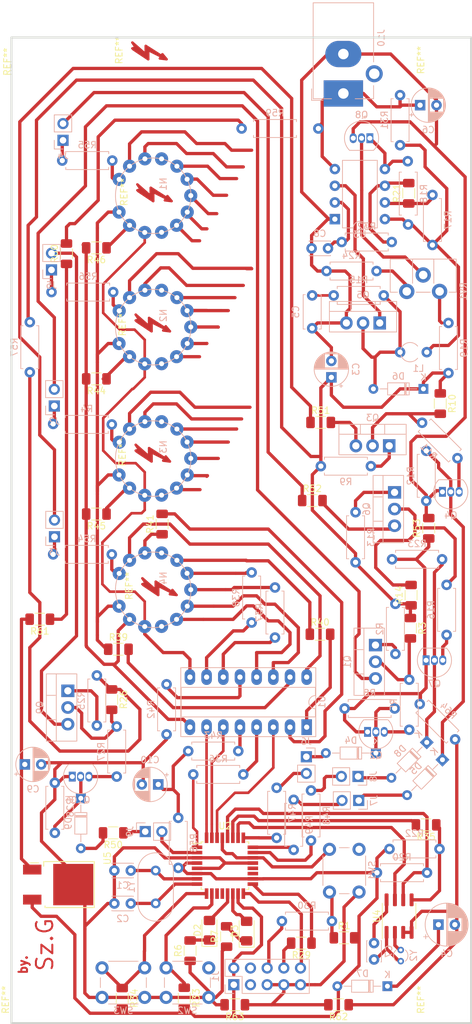
<source format=kicad_pcb>
(kicad_pcb (version 20171130) (host pcbnew "(5.1.10)-1")
  (layers (0 F.Cu signal) (31 B.Cu signal) (34 B.Paste user) (35 F.Paste user) (36 B.SilkS user) (37 F.SilkS user) (38 B.Mask user) (39 F.Mask user) (44 Edge.Cuts user))
  (net 0 "")
  (net 1 "Net-(C1-Pad2)")
  (net 2 GND)
  (net 3 "Net-(C2-Pad2)")
  (net 4 /180V)
  (net 5 "Net-(C4-Pad1)")
  (net 6 "Net-(C5-Pad1)")
  (net 7 +12V)
  (net 8 "Net-(C7-Pad2)")
  (net 9 "Net-(C7-Pad1)")
  (net 10 "Net-(C8-Pad1)")
  (net 11 "Net-(D2-Pad2)")
  (net 12 "Net-(D2-Pad1)")
  (net 13 "Net-(D3-Pad2)")
  (net 14 "Net-(D3-Pad1)")
  (net 15 "Net-(D4-Pad2)")
  (net 16 "Net-(D4-Pad1)")
  (net 17 "Net-(D5-Pad2)")
  (net 18 "Net-(D5-Pad1)")
  (net 19 "Net-(D6-Pad2)")
  (net 20 +5V)
  (net 21 "Net-(D8-Pad2)")
  (net 22 "Net-(D8-Pad1)")
  (net 23 "Net-(D9-Pad2)")
  (net 24 "Net-(D9-Pad1)")
  (net 25 MOSI)
  (net 26 RST)
  (net 27 SCK)
  (net 28 MISO)
  (net 29 "Net-(J2-Pad2)")
  (net 30 "Net-(J2-Pad1)")
  (net 31 "Net-(J3-Pad2)")
  (net 32 "Net-(J3-Pad1)")
  (net 33 "Net-(J4-Pad2)")
  (net 34 "Net-(J4-Pad1)")
  (net 35 "Net-(J5-Pad2)")
  (net 36 "Net-(J5-Pad1)")
  (net 37 "Net-(J6-Pad2)")
  (net 38 "Net-(J7-Pad2)")
  (net 39 "Net-(J8-Pad2)")
  (net 40 "Net-(J9-Pad2)")
  (net 41 /1)
  (net 42 /2)
  (net 43 /3)
  (net 44 /4)
  (net 45 /5)
  (net 46 /6)
  (net 47 /7)
  (net 48 /8)
  (net 49 /9)
  (net 50 /0)
  (net 51 "Net-(Q1-Pad1)")
  (net 52 "Net-(Q2-Pad3)")
  (net 53 "Net-(Q3-Pad1)")
  (net 54 "Net-(Q4-Pad3)")
  (net 55 "Net-(Q5-Pad1)")
  (net 56 "Net-(Q6-Pad1)")
  (net 57 "Net-(Q7-Pad3)")
  (net 58 "Net-(Q8-Pad1)")
  (net 59 "Net-(Q8-Pad2)")
  (net 60 "Net-(Q9-Pad1)")
  (net 61 "Net-(Q10-Pad3)")
  (net 62 "Net-(R17-Pad2)")
  (net 63 "Net-(R19-Pad2)")
  (net 64 SCL)
  (net 65 SDA)
  (net 66 "Net-(R24-Pad1)")
  (net 67 "Net-(U1-Pad7)")
  (net 68 "Net-(U1-Pad6)")
  (net 69 "Net-(U1-Pad3)")
  (net 70 RTC_INT)
  (net 71 "Net-(U4-Pad2)")
  (net 72 "Net-(J1-Pad8)")
  (net 73 "Net-(J1-Pad6)")
  (net 74 VCC)
  (net 75 "Net-(R21-Pad2)")
  (net 76 SW1)
  (net 77 SW2)
  (net 78 "Net-(R22-Pad1)")
  (net 79 "Net-(R36-Pad2)")
  (net 80 "Net-(R36-Pad1)")
  (net 81 "Net-(R37-Pad2)")
  (net 82 "Net-(R38-Pad2)")
  (net 83 "Net-(R39-Pad2)")
  (net 84 "Net-(R40-Pad2)")
  (net 85 "Net-(N2-Pad2)")
  (net 86 "Net-(N3-Pad2)")
  (net 87 "Net-(N1-Pad2)")
  (net 88 "Net-(J9-Pad1)")
  (net 89 "Net-(N4-Pad9)")
  (net 90 "Net-(R48-Pad1)")
  (net 91 "Net-(R49-Pad1)")
  (net 92 "Net-(R47-Pad1)")
  (net 93 "Net-(Q1-Pad2)")
  (net 94 "Net-(Q3-Pad2)")
  (net 95 "Net-(Q6-Pad2)")
  (net 96 "Net-(Q9-Pad2)")
  (net 97 "Net-(Q3-Pad3)")
  (net 98 "Net-(Q6-Pad3)")
  (net 99 "Net-(N1-PadA)")
  (net 100 "Net-(N2-PadA)")
  (net 101 "Net-(N3-PadA)")
  (net 102 "Net-(N4-PadA)")
  (module Symbol:Symbol_Highvoltage_Type1_CopperTop_Small (layer F.Cu) (at 94.488 26.924 90)
    (fp_text reference REF** (at 1.016 -5.207 90) (layer F.SilkS))
    (fp_text value Symbol_Highvoltage_Type1_CopperTop_Small)
    (fp_line (start 1.397 -2.794) (end 0 -0.889) (layer F.Cu) (width 0.381))
    (fp_line (start 0 -0.889) (end 1.27 -0.889) (layer F.Cu) (width 0.381))
    (fp_line (start -0.254 1.016) (end -0.381 2.032) (layer F.Cu) (width 0.381))
    (fp_line (start -0.381 2.032) (end 0.381 1.397) (layer F.Cu) (width 0.381))
    (fp_line (start 0.381 1.397) (end -0.127 1.651) (layer F.Cu) (width 0.381))
    (fp_line (start -0.127 1.651) (end 1.651 -1.143) (layer F.Cu) (width 0.381))
    (fp_line (start 1.651 -1.143) (end 0.381 -1.143) (layer F.Cu) (width 0.381))
    (fp_line (start 0.381 -1.143) (end 2.159 -3.175) (layer F.Cu) (width 0.381))
    (fp_line (start 2.159 -3.175) (end 1.397 -2.667) (layer F.Cu) (width 0.381))
    (fp_line (start 1.397 -2.667) (end 1.27 -3.175) (layer F.Cu) (width 0.381))
    (fp_line (start 1.143 -3.048) (end -0.381 -0.762) (layer F.Cu) (width 0.381))
    (fp_line (start -0.381 -0.762) (end 1.016 -0.762) (layer F.Cu) (width 0.381))
    (fp_line (start 1.016 -0.762) (end -0.127 1.524) (layer F.Cu) (width 0.381))
    (fp_line (start -0.127 1.524) (end -0.254 1.016) (layer F.Cu) (width 0.381))
  )
  (module Symbol:Symbol_Highvoltage_Type1_CopperTop_Small (layer F.Cu) (at 96.012 108.458 90)
    (fp_text reference REF** (at 1.016 -5.207 90) (layer F.SilkS))
    (fp_text value Symbol_Highvoltage_Type1_CopperTop_Small)
    (fp_line (start 1.397 -2.794) (end 0 -0.889) (layer F.Cu) (width 0.381))
    (fp_line (start 0 -0.889) (end 1.27 -0.889) (layer F.Cu) (width 0.381))
    (fp_line (start -0.254 1.016) (end -0.381 2.032) (layer F.Cu) (width 0.381))
    (fp_line (start -0.381 2.032) (end 0.381 1.397) (layer F.Cu) (width 0.381))
    (fp_line (start 0.381 1.397) (end -0.127 1.651) (layer F.Cu) (width 0.381))
    (fp_line (start -0.127 1.651) (end 1.651 -1.143) (layer F.Cu) (width 0.381))
    (fp_line (start 1.651 -1.143) (end 0.381 -1.143) (layer F.Cu) (width 0.381))
    (fp_line (start 0.381 -1.143) (end 2.159 -3.175) (layer F.Cu) (width 0.381))
    (fp_line (start 2.159 -3.175) (end 1.397 -2.667) (layer F.Cu) (width 0.381))
    (fp_line (start 1.397 -2.667) (end 1.27 -3.175) (layer F.Cu) (width 0.381))
    (fp_line (start 1.143 -3.048) (end -0.381 -0.762) (layer F.Cu) (width 0.381))
    (fp_line (start -0.381 -0.762) (end 1.016 -0.762) (layer F.Cu) (width 0.381))
    (fp_line (start 1.016 -0.762) (end -0.127 1.524) (layer F.Cu) (width 0.381))
    (fp_line (start -0.127 1.524) (end -0.254 1.016) (layer F.Cu) (width 0.381))
  )
  (module Symbol:Symbol_Highvoltage_Type1_CopperTop_Small (layer F.Cu) (at 94.996 88.138 90)
    (fp_text reference REF** (at 1.016 -5.207 90) (layer F.SilkS))
    (fp_text value Symbol_Highvoltage_Type1_CopperTop_Small)
    (fp_line (start 1.397 -2.794) (end 0 -0.889) (layer F.Cu) (width 0.381))
    (fp_line (start 0 -0.889) (end 1.27 -0.889) (layer F.Cu) (width 0.381))
    (fp_line (start -0.254 1.016) (end -0.381 2.032) (layer F.Cu) (width 0.381))
    (fp_line (start -0.381 2.032) (end 0.381 1.397) (layer F.Cu) (width 0.381))
    (fp_line (start 0.381 1.397) (end -0.127 1.651) (layer F.Cu) (width 0.381))
    (fp_line (start -0.127 1.651) (end 1.651 -1.143) (layer F.Cu) (width 0.381))
    (fp_line (start 1.651 -1.143) (end 0.381 -1.143) (layer F.Cu) (width 0.381))
    (fp_line (start 0.381 -1.143) (end 2.159 -3.175) (layer F.Cu) (width 0.381))
    (fp_line (start 2.159 -3.175) (end 1.397 -2.667) (layer F.Cu) (width 0.381))
    (fp_line (start 1.397 -2.667) (end 1.27 -3.175) (layer F.Cu) (width 0.381))
    (fp_line (start 1.143 -3.048) (end -0.381 -0.762) (layer F.Cu) (width 0.381))
    (fp_line (start -0.381 -0.762) (end 1.016 -0.762) (layer F.Cu) (width 0.381))
    (fp_line (start 1.016 -0.762) (end -0.127 1.524) (layer F.Cu) (width 0.381))
    (fp_line (start -0.127 1.524) (end -0.254 1.016) (layer F.Cu) (width 0.381))
  )
  (module Symbol:Symbol_Highvoltage_Type1_CopperTop_Small (layer F.Cu) (at 94.996 68.326 90)
    (fp_text reference REF** (at 1.016 -5.207 90) (layer F.SilkS))
    (fp_text value Symbol_Highvoltage_Type1_CopperTop_Small)
    (fp_line (start 1.397 -2.794) (end 0 -0.889) (layer F.Cu) (width 0.381))
    (fp_line (start 0 -0.889) (end 1.27 -0.889) (layer F.Cu) (width 0.381))
    (fp_line (start -0.254 1.016) (end -0.381 2.032) (layer F.Cu) (width 0.381))
    (fp_line (start -0.381 2.032) (end 0.381 1.397) (layer F.Cu) (width 0.381))
    (fp_line (start 0.381 1.397) (end -0.127 1.651) (layer F.Cu) (width 0.381))
    (fp_line (start -0.127 1.651) (end 1.651 -1.143) (layer F.Cu) (width 0.381))
    (fp_line (start 1.651 -1.143) (end 0.381 -1.143) (layer F.Cu) (width 0.381))
    (fp_line (start 0.381 -1.143) (end 2.159 -3.175) (layer F.Cu) (width 0.381))
    (fp_line (start 2.159 -3.175) (end 1.397 -2.667) (layer F.Cu) (width 0.381))
    (fp_line (start 1.397 -2.667) (end 1.27 -3.175) (layer F.Cu) (width 0.381))
    (fp_line (start 1.143 -3.048) (end -0.381 -0.762) (layer F.Cu) (width 0.381))
    (fp_line (start -0.381 -0.762) (end 1.016 -0.762) (layer F.Cu) (width 0.381))
    (fp_line (start 1.016 -0.762) (end -0.127 1.524) (layer F.Cu) (width 0.381))
    (fp_line (start -0.127 1.524) (end -0.254 1.016) (layer F.Cu) (width 0.381))
  )
  (module Symbol:Symbol_Highvoltage_Type1_CopperTop_Small (layer F.Cu) (at 95.25 48.514 90)
    (fp_text reference REF** (at 1.016 -5.207 90) (layer F.SilkS))
    (fp_text value Symbol_Highvoltage_Type1_CopperTop_Small)
    (fp_line (start 1.397 -2.794) (end 0 -0.889) (layer F.Cu) (width 0.381))
    (fp_line (start 0 -0.889) (end 1.27 -0.889) (layer F.Cu) (width 0.381))
    (fp_line (start -0.254 1.016) (end -0.381 2.032) (layer F.Cu) (width 0.381))
    (fp_line (start -0.381 2.032) (end 0.381 1.397) (layer F.Cu) (width 0.381))
    (fp_line (start 0.381 1.397) (end -0.127 1.651) (layer F.Cu) (width 0.381))
    (fp_line (start -0.127 1.651) (end 1.651 -1.143) (layer F.Cu) (width 0.381))
    (fp_line (start 1.651 -1.143) (end 0.381 -1.143) (layer F.Cu) (width 0.381))
    (fp_line (start 0.381 -1.143) (end 2.159 -3.175) (layer F.Cu) (width 0.381))
    (fp_line (start 2.159 -3.175) (end 1.397 -2.667) (layer F.Cu) (width 0.381))
    (fp_line (start 1.397 -2.667) (end 1.27 -3.175) (layer F.Cu) (width 0.381))
    (fp_line (start 1.143 -3.048) (end -0.381 -0.762) (layer F.Cu) (width 0.381))
    (fp_line (start -0.381 -0.762) (end 1.016 -0.762) (layer F.Cu) (width 0.381))
    (fp_line (start 1.016 -0.762) (end -0.127 1.524) (layer F.Cu) (width 0.381))
    (fp_line (start -0.127 1.524) (end -0.254 1.016) (layer F.Cu) (width 0.381))
  )
  (module MountingHole:MountingHole_3.2mm_M3 (layer F.Cu) (at 76.2 170.434 90)
    (fp_text reference REF** (at 0 -4.2 90) (layer F.SilkS))
    (fp_text value MountingHole_3.2mm_M3)
    (pad 1 np_thru_hole circle (at 0 0 90) (size 3.2 3.2) (drill 3.2) (layers *.Cu *.Mask))
  )
  (module MountingHole:MountingHole_3.2mm_M3 (layer F.Cu) (at 76.454 27.686 90)
    (fp_text reference REF** (at 0 -4.2 90) (layer F.SilkS))
    (fp_text value MountingHole_3.2mm_M3)
    (pad 1 np_thru_hole circle (at 0 0 90) (size 3.2 3.2) (drill 3.2) (layers *.Cu *.Mask))
  )
  (module MountingHole:MountingHole_3.2mm_M3 (layer F.Cu) (at 139.446 27.432 90)
    (fp_text reference REF** (at 0 -4.2 90) (layer F.SilkS))
    (fp_text value MountingHole_3.2mm_M3)
    (pad 1 np_thru_hole circle (at 0 0 90) (size 3.2 3.2) (drill 3.2) (layers *.Cu *.Mask))
  )
  (module MountingHole:MountingHole_3.2mm_M3 (layer F.Cu) (at 139.446 170.434 90)
    (fp_text reference REF** (at 0 -4.2 90) (layer F.SilkS))
    (fp_text value MountingHole_3.2mm_M3)
    (pad 1 np_thru_hole circle (at 0 0 90) (size 3.2 3.2) (drill 3.2) (layers *.Cu *.Mask))
  )
  (module Resistor_SMD:R_1206_3216Metric_Pad1.30x1.75mm_HandSolder (layer F.Cu) (at 77.216 112.522 180)
    (fp_text reference R61 (at 0 -1.82) (layer F.SilkS))
    (fp_text value 0R)
    (pad 2 smd roundrect (at 1.55 0 180) (size 1.3 1.75) (layers F.Cu F.Paste F.Mask) (roundrect_rratio 0.1923076923076923) (net 7 +12V))
    (pad 1 smd roundrect (at -1.55 0 180) (size 1.3 1.75) (layers F.Cu F.Paste F.Mask) (roundrect_rratio 0.1923076923076923) (net 7 +12V))
  )
  (module Resistor_THT:R_Axial_DIN0207_L6.3mm_D2.5mm_P7.62mm_Horizontal (layer B.Cu) (at 140.462 130.81 135)
    (fp_text reference R64 (at 3.81 2.37 135) (layer B.SilkS) (effects (justify mirror)))
    (fp_text value 0R)
    (pad 2 thru_hole oval (at 7.62 0 135) (size 1.6 1.6) (drill 0.8) (layers *.Cu *.Mask) (net 2 GND))
    (pad 1 thru_hole circle (at 0 0 135) (size 1.6 1.6) (drill 0.8) (layers *.Cu *.Mask) (net 2 GND))
  )
  (module Resistor_SMD:R_1206_3216Metric_Pad1.30x1.75mm_HandSolder (layer F.Cu) (at 106.908 171.196 180)
    (fp_text reference R63 (at 0 -1.82) (layer F.SilkS))
    (fp_text value 0R)
    (pad 2 smd roundrect (at 1.55 0 180) (size 1.3 1.75) (layers F.Cu F.Paste F.Mask) (roundrect_rratio 0.1923076923076923) (net 2 GND))
    (pad 1 smd roundrect (at -1.55 0 180) (size 1.3 1.75) (layers F.Cu F.Paste F.Mask) (roundrect_rratio 0.1923076923076923) (net 2 GND))
  )
  (module Resistor_SMD:R_1206_3216Metric_Pad1.30x1.75mm_HandSolder (layer F.Cu) (at 122.708 171.196 180)
    (fp_text reference R62 (at 0 -1.82) (layer F.SilkS))
    (fp_text value 0R)
    (pad 2 smd roundrect (at 1.55 0 180) (size 1.3 1.75) (layers F.Cu F.Paste F.Mask) (roundrect_rratio 0.1923076923076923) (net 2 GND))
    (pad 1 smd roundrect (at -1.55 0 180) (size 1.3 1.75) (layers F.Cu F.Paste F.Mask) (roundrect_rratio 0.1923076923076923) (net 2 GND))
  )
  (module Resistor_SMD:R_1206_3216Metric_Pad1.30x1.75mm_HandSolder (layer F.Cu) (at 81.28 56.896 90)
    (fp_text reference R60 (at 0 -1.82 90) (layer F.SilkS))
    (fp_text value 0R)
    (pad 2 smd roundrect (at 1.55 0 90) (size 1.3 1.75) (layers F.Cu F.Paste F.Mask) (roundrect_rratio 0.1923076923076923) (net 7 +12V))
    (pad 1 smd roundrect (at -1.55 0 90) (size 1.3 1.75) (layers F.Cu F.Paste F.Mask) (roundrect_rratio 0.1923076923076923) (net 7 +12V))
  )
  (module Resistor_THT:R_Axial_DIN0207_L6.3mm_D2.5mm_P7.62mm_Horizontal (layer B.Cu) (at 116.84 37.846 180)
    (fp_text reference R59 (at 3.81 2.37) (layer B.SilkS) (effects (justify mirror)))
    (fp_text value 0R)
    (pad 2 thru_hole oval (at 8.89 0 180) (size 1.6 1.6) (drill 0.8) (layers *.Cu *.Mask) (net 7 +12V))
    (pad 1 thru_hole circle (at -2.794 0 180) (size 1.6 1.6) (drill 0.8) (layers *.Cu *.Mask) (net 7 +12V))
  )
  (module Resistor_THT:R_Axial_DIN0207_L6.3mm_D2.5mm_P7.62mm_Horizontal (layer B.Cu) (at 98.298 150.368 90)
    (fp_text reference R58 (at 3.81 2.37 90) (layer B.SilkS) (effects (justify mirror)))
    (fp_text value 0R)
    (pad 2 thru_hole oval (at 7.62 0 90) (size 1.6 1.6) (drill 0.8) (layers *.Cu *.Mask) (net 20 +5V))
    (pad 1 thru_hole circle (at 0 0 90) (size 1.6 1.6) (drill 0.8) (layers *.Cu *.Mask) (net 20 +5V))
  )
  (module Library:DPAK-3 (layer F.Cu) (at 80.01 152.908 270)
    (fp_text reference U5 (at -4 -7.5 270) (layer F.SilkS))
    (fp_text value L7805 hide)
    (pad 1 smd rect (at -2.286 3.95 270) (size 1.5 2.8) (layers F.Cu F.Paste F.Mask) (net 7 +12V))
    (pad 2 smd rect (at 0 -2.3 270) (size 6.3 6.1) (layers F.Cu F.Paste F.Mask) (net 2 GND))
    (pad 3 smd rect (at 2.286 3.95 270) (size 1.5 2.8) (layers F.Cu F.Paste F.Mask) (net 20 +5V))
  )
  (module Capacitor_THT:CP_Radial_D5.0mm_P2.50mm (layer B.Cu) (at 95.25 137.668 180)
    (fp_text reference C10 (at 1.25 3.75) (layer B.SilkS) (effects (justify mirror)))
    (fp_text value 330uF)
    (pad 2 thru_hole circle (at 2.5 0 180) (size 1.6 1.6) (drill 0.8) (layers *.Cu *.Mask) (net 2 GND))
    (pad 1 thru_hole rect (at 0 0 180) (size 1.6 1.6) (drill 0.8) (layers *.Cu *.Mask) (net 20 +5V))
  )
  (module Capacitor_THT:CP_Radial_D5.0mm_P2.50mm (layer B.Cu) (at 74.93 134.62)
    (fp_text reference C9 (at 1.25 3.75) (layer B.SilkS) (effects (justify mirror)))
    (fp_text value 330uF)
    (pad 2 thru_hole circle (at 2.5 0) (size 1.6 1.6) (drill 0.8) (layers *.Cu *.Mask) (net 2 GND))
    (pad 1 thru_hole rect (at 0 0) (size 1.6 1.6) (drill 0.8) (layers *.Cu *.Mask) (net 7 +12V))
  )
  (module Resistor_THT:R_Axial_DIN0207_L6.3mm_D2.5mm_P7.62mm_Horizontal (layer B.Cu) (at 75.692 67.31 270)
    (fp_text reference R57 (at 3.81 2.37 90) (layer B.SilkS) (effects (justify mirror)))
    (fp_text value 0R)
    (pad 2 thru_hole oval (at 7.62 0 270) (size 1.6 1.6) (drill 0.8) (layers *.Cu *.Mask) (net 4 /180V))
    (pad 1 thru_hole circle (at 0 0 270) (size 1.6 1.6) (drill 0.8) (layers *.Cu *.Mask) (net 4 /180V))
  )
  (module Resistor_THT:R_Axial_DIN0207_L6.3mm_D2.5mm_P7.62mm_Horizontal (layer B.Cu) (at 88.392 62.738 180)
    (fp_text reference R56 (at 3.81 2.37) (layer B.SilkS) (effects (justify mirror)))
    (fp_text value 0R)
    (pad 2 thru_hole oval (at 9.398 0 180) (size 1.6 1.6) (drill 0.8) (layers *.Cu *.Mask) (net 36 "Net-(J5-Pad1)"))
    (pad 1 thru_hole circle (at 0 0 180) (size 1.6 1.6) (drill 0.8) (layers *.Cu *.Mask) (net 100 "Net-(N2-PadA)"))
  )
  (module Resistor_THT:R_Axial_DIN0207_L6.3mm_D2.5mm_P7.62mm_Horizontal (layer B.Cu) (at 88.2523 42.7228 180)
    (fp_text reference R55 (at 3.81 2.37) (layer B.SilkS) (effects (justify mirror)))
    (fp_text value 0R)
    (pad 2 thru_hole oval (at 7.62 0 180) (size 1.6 1.6) (drill 0.8) (layers *.Cu *.Mask) (net 34 "Net-(J4-Pad1)"))
    (pad 1 thru_hole circle (at 0 0 180) (size 1.6 1.6) (drill 0.8) (layers *.Cu *.Mask) (net 99 "Net-(N1-PadA)"))
  )
  (module Resistor_THT:R_Axial_DIN0207_L6.3mm_D2.5mm_P7.62mm_Horizontal (layer B.Cu) (at 88.1761 102.6541 180)
    (fp_text reference R54 (at 3.81 2.37) (layer B.SilkS) (effects (justify mirror)))
    (fp_text value 0R)
    (pad 2 thru_hole oval (at 8.9281 0 180) (size 1.6 1.6) (drill 0.8) (layers *.Cu *.Mask) (net 32 "Net-(J3-Pad1)"))
    (pad 1 thru_hole circle (at 0 0 180) (size 1.6 1.6) (drill 0.8) (layers *.Cu *.Mask) (net 102 "Net-(N4-PadA)"))
  )
  (module Resistor_THT:R_Axial_DIN0207_L6.3mm_D2.5mm_P7.62mm_Horizontal (layer B.Cu) (at 88.1761 82.8802 180)
    (fp_text reference R4 (at 3.81 2.37) (layer B.SilkS) (effects (justify mirror)))
    (fp_text value 0R)
    (pad 2 thru_hole oval (at 8.9281 0.0762 180) (size 1.6 1.6) (drill 0.8) (layers *.Cu *.Mask) (net 30 "Net-(J2-Pad1)"))
    (pad 1 thru_hole circle (at 0 0 180) (size 1.6 1.6) (drill 0.8) (layers *.Cu *.Mask) (net 101 "Net-(N3-PadA)"))
  )
  (module Resistor_SMD:R_1206_3216Metric_Pad1.30x1.75mm_HandSolder (layer F.Cu) (at 136.4488 98.6796 90)
    (fp_text reference R53 (at 0 -1.82 90) (layer F.SilkS))
    (fp_text value 0R)
    (pad 2 smd roundrect (at 1.55 0 90) (size 1.3 1.75) (layers F.Cu F.Paste F.Mask) (roundrect_rratio 0.1923076923076923) (net 2 GND))
    (pad 1 smd roundrect (at -1.55 0 90) (size 1.3 1.75) (layers F.Cu F.Paste F.Mask) (roundrect_rratio 0.1923076923076923) (net 2 GND))
  )
  (module Resistor_SMD:R_1206_3216Metric_Pad1.30x1.75mm_HandSolder (layer F.Cu) (at 119.9896 82.5754)
    (fp_text reference R51 (at 0 -1.82) (layer F.SilkS))
    (fp_text value 0R)
    (pad 2 smd roundrect (at 1.55 0) (size 1.3 1.75) (layers F.Cu F.Paste F.Mask) (roundrect_rratio 0.1923076923076923) (net 97 "Net-(Q3-Pad3)"))
    (pad 1 smd roundrect (at -1.55 0) (size 1.3 1.75) (layers F.Cu F.Paste F.Mask) (roundrect_rratio 0.1923076923076923) (net 31 "Net-(J3-Pad2)"))
  )
  (module Resistor_SMD:R_1206_3216Metric_Pad1.30x1.75mm_HandSolder (layer F.Cu) (at 118.719 94.4626)
    (fp_text reference R52 (at 0 -1.82) (layer F.SilkS))
    (fp_text value 0R)
    (pad 2 smd roundrect (at 1.55 0) (size 1.3 1.75) (layers F.Cu F.Paste F.Mask) (roundrect_rratio 0.1923076923076923) (net 98 "Net-(Q6-Pad3)"))
    (pad 1 smd roundrect (at -1.55 0) (size 1.3 1.75) (layers F.Cu F.Paste F.Mask) (roundrect_rratio 0.1923076923076923) (net 33 "Net-(J4-Pad2)"))
  )
  (module Resistor_THT:R_Axial_DIN0207_L6.3mm_D2.5mm_P7.62mm_Horizontal (layer B.Cu) (at 115.8748 147.6248 90)
    (fp_text reference R49 (at 3.81 2.37 90) (layer B.SilkS) (effects (justify mirror)))
    (fp_text value 10KR)
    (pad 2 thru_hole oval (at 7.62 0 90) (size 1.6 1.6) (drill 0.8) (layers *.Cu *.Mask) (net 38 "Net-(J7-Pad2)"))
    (pad 1 thru_hole circle (at 0 0 90) (size 1.6 1.6) (drill 0.8) (layers *.Cu *.Mask) (net 91 "Net-(R49-Pad1)"))
  )
  (module Resistor_THT:R_Axial_DIN0207_L6.3mm_D2.5mm_P7.62mm_Horizontal (layer B.Cu) (at 118.5164 146.2024 90)
    (fp_text reference R48 (at 3.81 2.37 90) (layer B.SilkS) (effects (justify mirror)))
    (fp_text value 10KR)
    (pad 2 thru_hole oval (at 7.62 0 90) (size 1.6 1.6) (drill 0.8) (layers *.Cu *.Mask) (net 39 "Net-(J8-Pad2)"))
    (pad 1 thru_hole circle (at 0 0 90) (size 1.6 1.6) (drill 0.8) (layers *.Cu *.Mask) (net 90 "Net-(R48-Pad1)"))
  )
  (module Resistor_THT:R_Axial_DIN0207_L6.3mm_D2.5mm_P7.62mm_Horizontal (layer B.Cu) (at 113.284 145.796 90)
    (fp_text reference R47 (at 3.81 2.37 90) (layer B.SilkS) (effects (justify mirror)))
    (fp_text value 10KR)
    (pad 2 thru_hole oval (at 7.62 0 90) (size 1.6 1.6) (drill 0.8) (layers *.Cu *.Mask) (net 37 "Net-(J6-Pad2)"))
    (pad 1 thru_hole circle (at 0 0 90) (size 1.6 1.6) (drill 0.8) (layers *.Cu *.Mask) (net 92 "Net-(R47-Pad1)"))
  )
  (module Resistor_SMD:R_1206_3216Metric_Pad1.30x1.75mm_HandSolder (layer F.Cu) (at 85.826 56.007 180)
    (fp_text reference R46 (at 0 -1.82) (layer F.SilkS))
    (fp_text value 0R)
    (pad 1 smd roundrect (at -1.55 0 180) (size 1.3 1.75) (layers F.Cu F.Paste F.Mask) (roundrect_rratio 0.1923076923076923) (net 87 "Net-(N1-Pad2)"))
    (pad 2 smd roundrect (at 1.55 0 180) (size 1.3 1.75) (layers F.Cu F.Paste F.Mask) (roundrect_rratio 0.1923076923076923) (net 42 /2))
  )
  (module Resistor_SMD:R_1206_3216Metric_Pad1.30x1.75mm_HandSolder (layer F.Cu) (at 85.826 96.52 180)
    (fp_text reference R45 (at 0 -1.82) (layer F.SilkS))
    (fp_text value 0R)
    (pad 1 smd roundrect (at -1.55 0 180) (size 1.3 1.75) (layers F.Cu F.Paste F.Mask) (roundrect_rratio 0.1923076923076923) (net 86 "Net-(N3-Pad2)"))
    (pad 2 smd roundrect (at 1.55 0 180) (size 1.3 1.75) (layers F.Cu F.Paste F.Mask) (roundrect_rratio 0.1923076923076923) (net 42 /2))
  )
  (module Resistor_SMD:R_1206_3216Metric_Pad1.30x1.75mm_HandSolder (layer F.Cu) (at 85.826 75.946 180)
    (fp_text reference R44 (at 0 -1.82) (layer F.SilkS))
    (fp_text value 0R)
    (pad 1 smd roundrect (at -1.55 0 180) (size 1.3 1.75) (layers F.Cu F.Paste F.Mask) (roundrect_rratio 0.1923076923076923) (net 85 "Net-(N2-Pad2)"))
    (pad 2 smd roundrect (at 1.55 0 180) (size 1.3 1.75) (layers F.Cu F.Paste F.Mask) (roundrect_rratio 0.1923076923076923) (net 42 /2))
  )
  (module Resistor_THT:R_Axial_DIN0207_L6.3mm_D2.5mm_P7.62mm_Horizontal (layer B.Cu) (at 113.03 107.696 270)
    (fp_text reference R37 (at 3.81 2.37 90) (layer B.SilkS) (effects (justify mirror)))
    (fp_text value 0R)
    (pad 2 thru_hole oval (at 7.62 0 270) (size 1.6 1.6) (drill 0.8) (layers *.Cu *.Mask) (net 81 "Net-(R37-Pad2)"))
    (pad 1 thru_hole circle (at 0 0 270) (size 1.6 1.6) (drill 0.8) (layers *.Cu *.Mask) (net 46 /6))
  )
  (module Library:Z5740m (layer B.Cu) (at 94.488 88.076 90)
    (fp_text reference N3 (at 1.778 1.532 90) (layer B.SilkS) (effects (justify mirror)))
    (fp_text value 6844AD-SUB)
    (pad 1 thru_hole circle (at -2.4892 -5.207 90) (size 2 2) (drill 0.762) (layers *.Cu *.Mask) (net 41 /1))
    (pad 2 thru_hole circle (at -4.4958 -3.6068 90) (size 2 2) (drill 0.762) (layers *.Cu *.Mask) (net 86 "Net-(N3-Pad2)"))
    (pad 3 thru_hole circle (at -5.588 -1.2954 90) (size 2 2) (drill 0.762) (layers *.Cu *.Mask) (net 43 /3))
    (pad dp thru_hole circle (at -5.5626 1.27 90) (size 2 2) (drill 0.762) (layers *.Cu *.Mask))
    (pad 4 thru_hole circle (at -4.4958 3.556 90) (size 2 2) (drill 0.762) (layers *.Cu *.Mask) (net 44 /4))
    (pad 5 thru_hole circle (at -2.4892 5.1816 90) (size 2 2) (drill 0.762) (layers *.Cu *.Mask) (net 45 /5))
    (pad 6 thru_hole circle (at 0.0254 5.715 90) (size 2 2) (drill 0.762) (layers *.Cu *.Mask) (net 46 /6))
    (pad 7 thru_hole circle (at 2.5146 5.1562 90) (size 2 2) (drill 0.762) (layers *.Cu *.Mask) (net 47 /7))
    (pad 8 thru_hole circle (at 4.4958 3.6068 90) (size 2 2) (drill 0.762) (layers *.Cu *.Mask) (net 48 /8))
    (pad ic thru_hole circle (at 5.6134 1.27 90) (size 2 2) (drill 0.762) (layers *.Cu *.Mask))
    (pad 9 thru_hole circle (at 5.6134 -1.27 90) (size 2 2) (drill 0.762) (layers *.Cu *.Mask) (net 49 /9))
    (pad A thru_hole circle (at 2.4892 -5.1816 90) (size 2 2) (drill 0.762) (layers *.Cu *.Mask) (net 101 "Net-(N3-PadA)"))
    (pad 0 thru_hole circle (at 4.4958 -3.6068 90) (size 2 2) (drill 0.762) (layers *.Cu *.Mask) (net 50 /0))
  )
  (module Resistor_SMD:R_1206_3216Metric_Pad1.30x1.75mm_HandSolder (layer F.Cu) (at 88.392 145.034 180)
    (fp_text reference R50 (at 0 -1.82) (layer F.SilkS))
    (fp_text value 10KR)
    (pad 2 smd roundrect (at 1.55 0 180) (size 1.3 1.75) (layers F.Cu F.Paste F.Mask) (roundrect_rratio 0.1923076923076923) (net 23 "Net-(D9-Pad2)"))
    (pad 1 smd roundrect (at -1.55 0 180) (size 1.3 1.75) (layers F.Cu F.Paste F.Mask) (roundrect_rratio 0.1923076923076923) (net 88 "Net-(J9-Pad1)"))
  )
  (module Resistor_THT:R_Axial_DIN0207_L6.3mm_D2.5mm_P7.62mm_Horizontal (layer B.Cu) (at 107.442 132.588 180)
    (fp_text reference R43 (at 3.81 2.37) (layer B.SilkS) (effects (justify mirror)))
    (fp_text value 0R)
    (pad 2 thru_hole oval (at 7.62 0 180) (size 1.6 1.6) (drill 0.8) (layers *.Cu *.Mask) (net 20 +5V))
    (pad 1 thru_hole circle (at 0 0 180) (size 1.6 1.6) (drill 0.8) (layers *.Cu *.Mask) (net 74 VCC))
  )
  (module Resistor_THT:R_Axial_DIN0207_L6.3mm_D2.5mm_P7.62mm_Horizontal (layer B.Cu) (at 96.52 122.428 270)
    (fp_text reference R42 (at 3.81 2.37 90) (layer B.SilkS) (effects (justify mirror)))
    (fp_text value 0R)
    (pad 2 thru_hole oval (at 7.62 0 270) (size 1.6 1.6) (drill 0.8) (layers *.Cu *.Mask) (net 2 GND))
    (pad 1 thru_hole circle (at 0 0 270) (size 1.6 1.6) (drill 0.8) (layers *.Cu *.Mask) (net 2 GND))
  )
  (module Resistor_SMD:R_1206_3216Metric_Pad1.30x1.75mm_HandSolder (layer F.Cu) (at 95.838 98.044 90)
    (fp_text reference R41 (at 0 -1.82 90) (layer F.SilkS))
    (fp_text value 0R)
    (pad 1 smd roundrect (at -1.55 0 90) (size 1.3 1.75) (layers F.Cu F.Paste F.Mask) (roundrect_rratio 0.1923076923076923) (net 89 "Net-(N4-Pad9)"))
    (pad 2 smd roundrect (at 1.55 0 90) (size 1.3 1.75) (layers F.Cu F.Paste F.Mask) (roundrect_rratio 0.1923076923076923) (net 49 /9))
  )
  (module Resistor_SMD:R_1206_3216Metric_Pad1.30x1.75mm_HandSolder (layer F.Cu) (at 119.888 114.808)
    (fp_text reference R40 (at 0 -1.82) (layer F.SilkS))
    (fp_text value 0R)
    (pad 2 smd roundrect (at 1.55 0) (size 1.3 1.75) (layers F.Cu F.Paste F.Mask) (roundrect_rratio 0.1923076923076923) (net 84 "Net-(R40-Pad2)"))
    (pad 1 smd roundrect (at -1.55 0) (size 1.3 1.75) (layers F.Cu F.Paste F.Mask) (roundrect_rratio 0.1923076923076923) (net 48 /8))
  )
  (module Resistor_SMD:R_1206_3216Metric_Pad1.30x1.75mm_HandSolder (layer F.Cu) (at 89.18 117.094)
    (fp_text reference R39 (at 0 -1.82) (layer F.SilkS))
    (fp_text value 0R)
    (pad 1 smd roundrect (at -1.55 0) (size 1.3 1.75) (layers F.Cu F.Paste F.Mask) (roundrect_rratio 0.1923076923076923) (net 41 /1))
    (pad 2 smd roundrect (at 1.55 0) (size 1.3 1.75) (layers F.Cu F.Paste F.Mask) (roundrect_rratio 0.1923076923076923) (net 83 "Net-(R39-Pad2)"))
  )
  (module Resistor_THT:R_Axial_DIN0207_L6.3mm_D2.5mm_P7.62mm_Horizontal (layer B.Cu) (at 109.474 105.41 270)
    (fp_text reference R38 (at 3.81 2.37 90) (layer B.SilkS) (effects (justify mirror)))
    (fp_text value 0R)
    (pad 2 thru_hole oval (at 7.62 0 270) (size 1.6 1.6) (drill 0.8) (layers *.Cu *.Mask) (net 82 "Net-(R38-Pad2)"))
    (pad 1 thru_hole circle (at 0 0 270) (size 1.6 1.6) (drill 0.8) (layers *.Cu *.Mask) (net 47 /7))
  )
  (module Diode_THT:D_DO-34_SOD68_P7.62mm_Horizontal (layer B.Cu) (at 83.4644 139.7762 270)
    (fp_text reference D9 (at 3.81 1.92 270) (layer B.SilkS) (effects (justify mirror)))
    (fp_text value D)
    (fp_text user K (at 0 1.75 90) (layer B.SilkS) (effects (justify mirror)))
    (pad 2 thru_hole oval (at 7.62 0 270) (size 1.5 1.5) (drill 0.75) (layers *.Cu *.Mask) (net 23 "Net-(D9-Pad2)"))
    (pad 1 thru_hole rect (at 0 0 270) (size 1.5 1.5) (drill 0.75) (layers *.Cu *.Mask) (net 24 "Net-(D9-Pad1)"))
  )
  (module Diode_THT:D_DO-34_SOD68_P7.62mm_Horizontal (layer B.Cu) (at 136.144 131.2672 225)
    (fp_text reference D8 (at 3.81 1.92 45) (layer B.SilkS) (effects (justify mirror)))
    (fp_text value D)
    (fp_text user K (at 0 1.75 45) (layer B.SilkS) (effects (justify mirror)))
    (pad 2 thru_hole oval (at 7.62 0 225) (size 1.5 1.5) (drill 0.75) (layers *.Cu *.Mask) (net 21 "Net-(D8-Pad2)"))
    (pad 1 thru_hole rect (at 0 0 225) (size 1.5 1.5) (drill 0.75) (layers *.Cu *.Mask) (net 22 "Net-(D8-Pad1)"))
  )
  (module Diode_THT:D_DO-34_SOD68_P7.62mm_Horizontal (layer B.Cu) (at 130.1496 168.3728 180)
    (fp_text reference D7 (at 3.81 1.92) (layer B.SilkS) (effects (justify mirror)))
    (fp_text value D)
    (fp_text user K (at 0 1.75) (layer B.SilkS) (effects (justify mirror)))
    (pad 2 thru_hole oval (at 7.62 0 180) (size 1.5 1.5) (drill 0.75) (layers *.Cu *.Mask) (net 20 +5V))
    (pad 1 thru_hole rect (at 0 0 180) (size 1.5 1.5) (drill 0.75) (layers *.Cu *.Mask) (net 5 "Net-(C4-Pad1)"))
  )
  (module Diode_THT:D_DO-34_SOD68_P7.62mm_Horizontal (layer B.Cu) (at 138.5316 133.9088 225)
    (fp_text reference D5 (at 3.81 1.92 45) (layer B.SilkS) (effects (justify mirror)))
    (fp_text value D)
    (fp_text user K (at 0 1.75 45) (layer B.SilkS) (effects (justify mirror)))
    (pad 2 thru_hole oval (at 7.62 0 225) (size 1.5 1.5) (drill 0.75) (layers *.Cu *.Mask) (net 17 "Net-(D5-Pad2)"))
    (pad 1 thru_hole rect (at 0 0 225) (size 1.5 1.5) (drill 0.75) (layers *.Cu *.Mask) (net 18 "Net-(D5-Pad1)"))
  )
  (module Diode_THT:D_DO-34_SOD68_P7.62mm_Horizontal (layer B.Cu) (at 128.397 132.8928 180)
    (fp_text reference D4 (at 3.81 1.92) (layer B.SilkS) (effects (justify mirror)))
    (fp_text value D)
    (fp_text user K (at 0 1.75) (layer B.SilkS) (effects (justify mirror)))
    (pad 2 thru_hole oval (at 7.62 0 180) (size 1.5 1.5) (drill 0.75) (layers *.Cu *.Mask) (net 15 "Net-(D4-Pad2)"))
    (pad 1 thru_hole rect (at 0 0 180) (size 1.5 1.5) (drill 0.75) (layers *.Cu *.Mask) (net 16 "Net-(D4-Pad1)"))
  )
  (module Resistor_THT:R_Axial_DIN0207_L6.3mm_D2.5mm_P7.62mm_Horizontal (layer B.Cu) (at 108.204 136.144 180)
    (fp_text reference R36 (at 3.81 2.37) (layer B.SilkS) (effects (justify mirror)))
    (fp_text value 0R)
    (pad 2 thru_hole oval (at 7.62 0 180) (size 1.6 1.6) (drill 0.8) (layers *.Cu *.Mask) (net 79 "Net-(R36-Pad2)"))
    (pad 1 thru_hole circle (at 0 0 180) (size 1.6 1.6) (drill 0.8) (layers *.Cu *.Mask) (net 80 "Net-(R36-Pad1)"))
  )
  (module Resistor_SMD:R_1206_3216Metric_Pad1.30x1.75mm_HandSolder (layer F.Cu) (at 136.0424 143.8148 180)
    (fp_text reference R35 (at 0 -1.82) (layer F.SilkS))
    (fp_text value 0R)
    (pad 2 smd roundrect (at 1.55 0 180) (size 1.3 1.75) (layers F.Cu F.Paste F.Mask) (roundrect_rratio 0.1923076923076923) (net 65 SDA))
    (pad 1 smd roundrect (at -1.55 0 180) (size 1.3 1.75) (layers F.Cu F.Paste F.Mask) (roundrect_rratio 0.1923076923076923) (net 78 "Net-(R22-Pad1)"))
  )
  (module Resistor_THT:R_Axial_DIN0207_L6.3mm_D2.5mm_P7.62mm_Horizontal (layer B.Cu) (at 121.7041 158.4668 180)
    (fp_text reference R30 (at 3.81 2.37) (layer B.SilkS) (effects (justify mirror)))
    (fp_text value 0R)
    (pad 2 thru_hole oval (at 7.62 0 180) (size 1.6 1.6) (drill 0.8) (layers *.Cu *.Mask) (net 73 "Net-(J1-Pad6)"))
    (pad 1 thru_hole circle (at 0 0 180) (size 1.6 1.6) (drill 0.8) (layers *.Cu *.Mask) (net 26 RST))
  )
  (module Resistor_SMD:R_1206_3216Metric_Pad1.30x1.75mm_HandSolder (layer F.Cu) (at 117.0432 161.8196 180)
    (fp_text reference R29 (at 0 -1.82) (layer F.SilkS))
    (fp_text value 0R)
    (pad 2 smd roundrect (at 1.55 0 180) (size 1.3 1.75) (layers F.Cu F.Paste F.Mask) (roundrect_rratio 0.1923076923076923) (net 72 "Net-(J1-Pad8)"))
    (pad 1 smd roundrect (at -1.55 0 180) (size 1.3 1.75) (layers F.Cu F.Paste F.Mask) (roundrect_rratio 0.1923076923076923) (net 27 SCK))
  )
  (module Button_Switch_THT:SW_PUSH_6mm_H4.3mm (layer B.Cu) (at 86.6902 170.0784)
    (fp_text reference SW3 (at 3.25 2) (layer B.SilkS) (effects (justify mirror)))
    (fp_text value SW_DPST)
    (pad 1 thru_hole circle (at 6.5 0 270) (size 2 2) (drill 1.1) (layers *.Cu *.Mask) (net 2 GND))
    (pad 2 thru_hole circle (at 6.5 -4.5 270) (size 2 2) (drill 1.1) (layers *.Cu *.Mask) (net 77 SW2))
    (pad 1 thru_hole circle (at 0 0 270) (size 2 2) (drill 1.1) (layers *.Cu *.Mask) (net 2 GND))
    (pad 2 thru_hole circle (at 0 -4.5 270) (size 2 2) (drill 1.1) (layers *.Cu *.Mask) (net 77 SW2))
  )
  (module Button_Switch_THT:SW_PUSH_6mm_H4.3mm (layer B.Cu) (at 96.4438 170.0784)
    (fp_text reference SW2 (at 3.25 2) (layer B.SilkS) (effects (justify mirror)))
    (fp_text value SW_DPST)
    (pad 1 thru_hole circle (at 6.5 0 270) (size 2 2) (drill 1.1) (layers *.Cu *.Mask) (net 2 GND))
    (pad 2 thru_hole circle (at 6.5 -4.5 270) (size 2 2) (drill 1.1) (layers *.Cu *.Mask) (net 76 SW1))
    (pad 1 thru_hole circle (at 0 0 270) (size 2 2) (drill 1.1) (layers *.Cu *.Mask) (net 2 GND))
    (pad 2 thru_hole circle (at 0 -4.5 270) (size 2 2) (drill 1.1) (layers *.Cu *.Mask) (net 76 SW1))
  )
  (module Resistor_SMD:R_1206_3216Metric_Pad1.30x1.75mm_HandSolder (layer F.Cu) (at 89.7636 170.2048 270)
    (fp_text reference R34 (at 0 -1.82 90) (layer F.SilkS))
    (fp_text value 10k)
    (pad 2 smd roundrect (at 1.55 0 270) (size 1.3 1.75) (layers F.Cu F.Paste F.Mask) (roundrect_rratio 0.1923076923076923) (net 20 +5V))
    (pad 1 smd roundrect (at -1.55 0 270) (size 1.3 1.75) (layers F.Cu F.Paste F.Mask) (roundrect_rratio 0.1923076923076923) (net 77 SW2))
  )
  (module Resistor_SMD:R_1206_3216Metric_Pad1.30x1.75mm_HandSolder (layer F.Cu) (at 99.2124 170.1552 270)
    (fp_text reference R33 (at 0 -1.82 90) (layer F.SilkS))
    (fp_text value 10k)
    (pad 2 smd roundrect (at 1.55 0 270) (size 1.3 1.75) (layers F.Cu F.Paste F.Mask) (roundrect_rratio 0.1923076923076923) (net 20 +5V))
    (pad 1 smd roundrect (at -1.55 0 270) (size 1.3 1.75) (layers F.Cu F.Paste F.Mask) (roundrect_rratio 0.1923076923076923) (net 76 SW1))
  )
  (module Resistor_THT:R_Axial_DIN0207_L6.3mm_D2.5mm_P7.62mm_Horizontal (layer B.Cu) (at 130.81 55.118 180)
    (fp_text reference R32 (at 3.81 2.37) (layer B.SilkS) (effects (justify mirror)))
    (fp_text value 0R)
    (pad 2 thru_hole oval (at 7.62 0 180) (size 1.6 1.6) (drill 0.8) (layers *.Cu *.Mask) (net 10 "Net-(C8-Pad1)"))
    (pad 1 thru_hole circle (at 0 0 180) (size 1.6 1.6) (drill 0.8) (layers *.Cu *.Mask) (net 75 "Net-(R21-Pad2)"))
  )
  (module Resistor_THT:R_Axial_DIN0207_L6.3mm_D2.5mm_P7.62mm_Horizontal (layer B.Cu) (at 132.08 32.766 270)
    (fp_text reference R31 (at 3.81 2.37 90) (layer B.SilkS) (effects (justify mirror)))
    (fp_text value 0R)
    (pad 2 thru_hole oval (at 7.62 0 270) (size 1.6 1.6) (drill 0.8) (layers *.Cu *.Mask) (net 7 +12V))
    (pad 1 thru_hole circle (at 0 0 270) (size 1.6 1.6) (drill 0.8) (layers *.Cu *.Mask) (net 7 +12V))
  )
  (module Diode_THT:D_DO-34_SOD68_P7.62mm_Horizontal (layer B.Cu) (at 135.636 77.47 180)
    (fp_text reference D6 (at 3.81 1.92) (layer B.SilkS) (effects (justify mirror)))
    (fp_text value UF4004)
    (fp_text user K (at 0 1.75) (layer B.SilkS) (effects (justify mirror)))
    (pad 2 thru_hole oval (at 7.62 0 180) (size 1.5 1.5) (drill 0.75) (layers *.Cu *.Mask) (net 19 "Net-(D6-Pad2)"))
    (pad 1 thru_hole rect (at 0 0 180) (size 1.5 1.5) (drill 0.75) (layers *.Cu *.Mask) (net 4 /180V))
  )
  (module Connector_PinSocket_2.54mm:PinSocket_2x05_P2.54mm_Vertical (layer B.Cu) (at 106.7562 168.148 270)
    (fp_text reference J1 (at -1.27 2.77 90) (layer B.SilkS) (effects (justify mirror)))
    (fp_text value 2x5_CC)
    (pad 1 thru_hole rect (at 0 0 270) (size 1.7 1.7) (drill 1) (layers *.Cu *.Mask) (net 20 +5V))
    (pad 2 thru_hole oval (at -2.54 0 270) (size 1.7 1.7) (drill 1) (layers *.Cu *.Mask) (net 25 MOSI))
    (pad 3 thru_hole oval (at 0 -2.54 270) (size 1.7 1.7) (drill 1) (layers *.Cu *.Mask))
    (pad 4 thru_hole oval (at -2.54 -2.54 270) (size 1.7 1.7) (drill 1) (layers *.Cu *.Mask))
    (pad 5 thru_hole oval (at 0 -5.08 270) (size 1.7 1.7) (drill 1) (layers *.Cu *.Mask) (net 2 GND))
    (pad 6 thru_hole oval (at -2.54 -5.08 270) (size 1.7 1.7) (drill 1) (layers *.Cu *.Mask) (net 73 "Net-(J1-Pad6)"))
    (pad 7 thru_hole oval (at 0 -7.62 270) (size 1.7 1.7) (drill 1) (layers *.Cu *.Mask) (net 2 GND))
    (pad 8 thru_hole oval (at -2.54 -7.62 270) (size 1.7 1.7) (drill 1) (layers *.Cu *.Mask) (net 72 "Net-(J1-Pad8)"))
    (pad 9 thru_hole oval (at 0 -10.16 270) (size 1.7 1.7) (drill 1) (layers *.Cu *.Mask) (net 2 GND))
    (pad 10 thru_hole oval (at -2.54 -10.16 270) (size 1.7 1.7) (drill 1) (layers *.Cu *.Mask) (net 28 MISO))
  )
  (module Crystal:Crystal_DS15_D1.5mm_L5.0mm_Vertical (layer B.Cu) (at 132.1816 164.5628 90)
    (fp_text reference Y2 (at 0.85 1.95 90) (layer B.SilkS) (effects (justify mirror)))
    (fp_text value 32,768Hz)
    (pad 2 thru_hole circle (at 1.7 0 90) (size 1 1) (drill 0.5) (layers *.Cu *.Mask) (net 71 "Net-(U4-Pad2)"))
    (pad 1 thru_hole circle (at 0 0 90) (size 1 1) (drill 0.5) (layers *.Cu *.Mask) (net 9 "Net-(C7-Pad1)"))
  )
  (module Crystal:Resonator-2Pin_W10.0mm_H5.0mm (layer B.Cu) (at 94.8563 150.7706 270)
    (fp_text reference Y1 (at 2.5 3.7 90) (layer B.SilkS) (effects (justify mirror)))
    (fp_text value 16MHz)
    (pad 2 thru_hole circle (at 5 0 270) (size 1.5 1.5) (drill 0.8) (layers *.Cu *.Mask) (net 3 "Net-(C2-Pad2)"))
    (pad 1 thru_hole circle (at 0 0 270) (size 1.5 1.5) (drill 0.8) (layers *.Cu *.Mask) (net 1 "Net-(C1-Pad2)"))
  )
  (module Package_SO:SOIC-8_3.9x4.9mm_P1.27mm (layer F.Cu) (at 131.9276 157.7048 90)
    (fp_text reference U4 (at 0 -3.4 90) (layer F.SilkS))
    (fp_text value PCF8583T)
    (pad 8 smd roundrect (at 2.475 -1.905 90) (size 1.95 0.6) (layers F.Cu F.Paste F.Mask) (net 8 "Net-(C7-Pad2)"))
    (pad 7 smd roundrect (at 2.475 -0.635 90) (size 1.95 0.6) (layers F.Cu F.Paste F.Mask) (net 70 RTC_INT))
    (pad 6 smd roundrect (at 2.475 0.635 90) (size 1.95 0.6) (layers F.Cu F.Paste F.Mask) (net 64 SCL))
    (pad 5 smd roundrect (at 2.475 1.905 90) (size 1.95 0.6) (layers F.Cu F.Paste F.Mask) (net 78 "Net-(R22-Pad1)"))
    (pad 4 smd roundrect (at -2.475 1.905 90) (size 1.95 0.6) (layers F.Cu F.Paste F.Mask) (net 2 GND))
    (pad 3 smd roundrect (at -2.475 0.635 90) (size 1.95 0.6) (layers F.Cu F.Paste F.Mask) (net 2 GND))
    (pad 2 smd roundrect (at -2.475 -0.635 90) (size 1.95 0.6) (layers F.Cu F.Paste F.Mask) (net 71 "Net-(U4-Pad2)"))
    (pad 1 smd roundrect (at -2.475 -1.905 90) (size 1.95 0.6) (layers F.Cu F.Paste F.Mask) (net 9 "Net-(C7-Pad1)"))
  )
  (module Package_DIP:DIP-8_W7.62mm (layer B.Cu) (at 122.1486 51.6382)
    (fp_text reference U3 (at 3.81 2.33) (layer B.SilkS) (effects (justify mirror)))
    (fp_text value NE555P)
    (pad 8 thru_hole oval (at 7.62 0) (size 1.6 1.6) (drill 0.8) (layers *.Cu *.Mask) (net 7 +12V))
    (pad 4 thru_hole oval (at 0 -7.62) (size 1.6 1.6) (drill 0.8) (layers *.Cu *.Mask) (net 7 +12V))
    (pad 7 thru_hole oval (at 7.62 -2.54) (size 1.6 1.6) (drill 0.8) (layers *.Cu *.Mask) (net 62 "Net-(R17-Pad2)"))
    (pad 3 thru_hole oval (at 0 -5.08) (size 1.6 1.6) (drill 0.8) (layers *.Cu *.Mask) (net 55 "Net-(Q5-Pad1)"))
    (pad 6 thru_hole oval (at 7.62 -5.08) (size 1.6 1.6) (drill 0.8) (layers *.Cu *.Mask) (net 75 "Net-(R21-Pad2)"))
    (pad 2 thru_hole oval (at 0 -2.54) (size 1.6 1.6) (drill 0.8) (layers *.Cu *.Mask) (net 10 "Net-(C8-Pad1)"))
    (pad 5 thru_hole oval (at 7.62 -7.62) (size 1.6 1.6) (drill 0.8) (layers *.Cu *.Mask) (net 58 "Net-(Q8-Pad1)"))
    (pad 1 thru_hole rect (at 0 0) (size 1.6 1.6) (drill 0.8) (layers *.Cu *.Mask) (net 2 GND))
  )
  (module Package_QFP:TQFP-32_7x7mm_P0.8mm (layer F.Cu) (at 105.41 150.034)
    (fp_text reference U2 (at 0 -6.05) (layer F.SilkS))
    (fp_text value ATmega168A-AU)
    (pad 1 smd rect (at -4.25 -2.8) (size 1.6 0.55) (layers F.Cu F.Paste F.Mask) (net 79 "Net-(R36-Pad2)"))
    (pad 2 smd rect (at -4.25 -2) (size 1.6 0.55) (layers F.Cu F.Paste F.Mask) (net 40 "Net-(J9-Pad2)"))
    (pad 3 smd rect (at -4.25 -1.2) (size 1.6 0.55) (layers F.Cu F.Paste F.Mask) (net 2 GND))
    (pad 4 smd rect (at -4.25 -0.4) (size 1.6 0.55) (layers F.Cu F.Paste F.Mask) (net 20 +5V))
    (pad 5 smd rect (at -4.25 0.4) (size 1.6 0.55) (layers F.Cu F.Paste F.Mask) (net 2 GND))
    (pad 6 smd rect (at -4.25 1.2) (size 1.6 0.55) (layers F.Cu F.Paste F.Mask) (net 20 +5V))
    (pad 7 smd rect (at -4.25 2) (size 1.6 0.55) (layers F.Cu F.Paste F.Mask) (net 1 "Net-(C1-Pad2)"))
    (pad 8 smd rect (at -4.25 2.8) (size 1.6 0.55) (layers F.Cu F.Paste F.Mask) (net 3 "Net-(C2-Pad2)"))
    (pad 9 smd rect (at -2.8 4.25 90) (size 1.6 0.55) (layers F.Cu F.Paste F.Mask) (net 77 SW2))
    (pad 10 smd rect (at -2 4.25 90) (size 1.6 0.55) (layers F.Cu F.Paste F.Mask) (net 76 SW1))
    (pad 11 smd rect (at -1.2 4.25 90) (size 1.6 0.55) (layers F.Cu F.Paste F.Mask))
    (pad 12 smd rect (at -0.4 4.25 90) (size 1.6 0.55) (layers F.Cu F.Paste F.Mask))
    (pad 13 smd rect (at 0.4 4.25 90) (size 1.6 0.55) (layers F.Cu F.Paste F.Mask) (net 11 "Net-(D2-Pad2)"))
    (pad 14 smd rect (at 1.2 4.25 90) (size 1.6 0.55) (layers F.Cu F.Paste F.Mask) (net 13 "Net-(D3-Pad2)"))
    (pad 15 smd rect (at 2 4.25 90) (size 1.6 0.55) (layers F.Cu F.Paste F.Mask) (net 25 MOSI))
    (pad 16 smd rect (at 2.8 4.25 90) (size 1.6 0.55) (layers F.Cu F.Paste F.Mask) (net 28 MISO))
    (pad 17 smd rect (at 4.25 2.8) (size 1.6 0.55) (layers F.Cu F.Paste F.Mask) (net 27 SCK))
    (pad 18 smd rect (at 4.25 2) (size 1.6 0.55) (layers F.Cu F.Paste F.Mask) (net 20 +5V))
    (pad 19 smd rect (at 4.25 1.2) (size 1.6 0.55) (layers F.Cu F.Paste F.Mask))
    (pad 20 smd rect (at 4.25 0.4) (size 1.6 0.55) (layers F.Cu F.Paste F.Mask))
    (pad 21 smd rect (at 4.25 -0.4) (size 1.6 0.55) (layers F.Cu F.Paste F.Mask) (net 2 GND))
    (pad 22 smd rect (at 4.25 -1.2) (size 1.6 0.55) (layers F.Cu F.Paste F.Mask))
    (pad 23 smd rect (at 4.25 -2) (size 1.6 0.55) (layers F.Cu F.Paste F.Mask) (net 90 "Net-(R48-Pad1)"))
    (pad 24 smd rect (at 4.25 -2.8) (size 1.6 0.55) (layers F.Cu F.Paste F.Mask) (net 91 "Net-(R49-Pad1)"))
    (pad 25 smd rect (at 2.8 -4.25 90) (size 1.6 0.55) (layers F.Cu F.Paste F.Mask) (net 92 "Net-(R47-Pad1)"))
    (pad 26 smd rect (at 2 -4.25 90) (size 1.6 0.55) (layers F.Cu F.Paste F.Mask) (net 70 RTC_INT))
    (pad 27 smd rect (at 1.2 -4.25 90) (size 1.6 0.55) (layers F.Cu F.Paste F.Mask) (net 65 SDA))
    (pad 28 smd rect (at 0.4 -4.25 90) (size 1.6 0.55) (layers F.Cu F.Paste F.Mask) (net 64 SCL))
    (pad 29 smd rect (at -0.4 -4.25 90) (size 1.6 0.55) (layers F.Cu F.Paste F.Mask) (net 26 RST))
    (pad 30 smd rect (at -1.2 -4.25 90) (size 1.6 0.55) (layers F.Cu F.Paste F.Mask) (net 69 "Net-(U1-Pad3)"))
    (pad 31 smd rect (at -2 -4.25 90) (size 1.6 0.55) (layers F.Cu F.Paste F.Mask) (net 68 "Net-(U1-Pad6)"))
    (pad 32 smd rect (at -2.8 -4.25 90) (size 1.6 0.55) (layers F.Cu F.Paste F.Mask) (net 67 "Net-(U1-Pad7)"))
  )
  (module Package_DIP:DIP-16_W7.62mm_Socket_LongPads (layer B.Cu) (at 117.856 128.952 90)
    (fp_text reference U1 (at 3.81 2.33 90) (layer B.SilkS) (effects (justify mirror)))
    (fp_text value 74141)
    (pad 16 thru_hole oval (at 7.62 0 90) (size 2.4 1.6) (drill 0.8) (layers *.Cu *.Mask) (net 50 /0))
    (pad 8 thru_hole oval (at 0 -17.78 90) (size 2.4 1.6) (drill 0.8) (layers *.Cu *.Mask) (net 42 /2))
    (pad 15 thru_hole oval (at 7.62 -2.54 90) (size 2.4 1.6) (drill 0.8) (layers *.Cu *.Mask) (net 83 "Net-(R39-Pad2)"))
    (pad 7 thru_hole oval (at 0 -15.24 90) (size 2.4 1.6) (drill 0.8) (layers *.Cu *.Mask) (net 67 "Net-(U1-Pad7)"))
    (pad 14 thru_hole oval (at 7.62 -5.08 90) (size 2.4 1.6) (drill 0.8) (layers *.Cu *.Mask) (net 45 /5))
    (pad 6 thru_hole oval (at 0 -12.7 90) (size 2.4 1.6) (drill 0.8) (layers *.Cu *.Mask) (net 68 "Net-(U1-Pad6)"))
    (pad 13 thru_hole oval (at 7.62 -7.62 90) (size 2.4 1.6) (drill 0.8) (layers *.Cu *.Mask) (net 44 /4))
    (pad 5 thru_hole oval (at 0 -10.16 90) (size 2.4 1.6) (drill 0.8) (layers *.Cu *.Mask) (net 74 VCC))
    (pad 12 thru_hole oval (at 7.62 -10.16 90) (size 2.4 1.6) (drill 0.8) (layers *.Cu *.Mask) (net 2 GND))
    (pad 4 thru_hole oval (at 0 -7.62 90) (size 2.4 1.6) (drill 0.8) (layers *.Cu *.Mask) (net 80 "Net-(R36-Pad1)"))
    (pad 11 thru_hole oval (at 7.62 -12.7 90) (size 2.4 1.6) (drill 0.8) (layers *.Cu *.Mask) (net 81 "Net-(R37-Pad2)"))
    (pad 3 thru_hole oval (at 0 -5.08 90) (size 2.4 1.6) (drill 0.8) (layers *.Cu *.Mask) (net 69 "Net-(U1-Pad3)"))
    (pad 10 thru_hole oval (at 7.62 -15.24 90) (size 2.4 1.6) (drill 0.8) (layers *.Cu *.Mask) (net 82 "Net-(R38-Pad2)"))
    (pad 2 thru_hole oval (at 0 -2.54 90) (size 2.4 1.6) (drill 0.8) (layers *.Cu *.Mask) (net 49 /9))
    (pad 9 thru_hole oval (at 7.62 -17.78 90) (size 2.4 1.6) (drill 0.8) (layers *.Cu *.Mask) (net 43 /3))
    (pad 1 thru_hole rect (at 0 0 90) (size 2.4 1.6) (drill 0.8) (layers *.Cu *.Mask) (net 84 "Net-(R40-Pad2)"))
  )
  (module Button_Switch_THT:SW_PUSH_6mm_H4.3mm (layer B.Cu) (at 125.8316 154.0448 90)
    (fp_text reference SW1 (at 3.25 2 90) (layer B.SilkS) (effects (justify mirror)))
    (fp_text value SW_DPST)
    (pad 1 thru_hole circle (at 6.5 0) (size 2 2) (drill 1.1) (layers *.Cu *.Mask) (net 2 GND))
    (pad 2 thru_hole circle (at 6.5 -4.5) (size 2 2) (drill 1.1) (layers *.Cu *.Mask) (net 26 RST))
    (pad 1 thru_hole circle (at 0 0) (size 2 2) (drill 1.1) (layers *.Cu *.Mask) (net 2 GND))
    (pad 2 thru_hole circle (at 0 -4.5) (size 2 2) (drill 1.1) (layers *.Cu *.Mask) (net 26 RST))
  )
  (module Potentiometer_THT:Potentiometer_ACP_CA9-H2,5_Horizontal (layer B.Cu) (at 138.0998 62.6364 90)
    (fp_text reference RV1 (at 0 3.65 90) (layer B.SilkS) (effects (justify mirror)))
    (fp_text value "R_POT 1K")
    (pad 1 thru_hole circle (at 0 0 90) (size 2.34 2.34) (drill 1.3) (layers *.Cu *.Mask) (net 63 "Net-(R19-Pad2)"))
    (pad 2 thru_hole circle (at 2.5 -2.5 90) (size 2.34 2.34) (drill 1.3) (layers *.Cu *.Mask) (net 59 "Net-(Q8-Pad2)"))
    (pad 3 thru_hole circle (at 0 -5 90) (size 2.34 2.34) (drill 1.3) (layers *.Cu *.Mask) (net 66 "Net-(R24-Pad1)"))
  )
  (module Resistor_THT:R_Axial_DIN0207_L6.3mm_D2.5mm_P7.62mm_Horizontal (layer B.Cu) (at 79.502 145.034 90)
    (fp_text reference R28 (at 3.81 2.37 90) (layer B.SilkS) (effects (justify mirror)))
    (fp_text value 100KR)
    (pad 2 thru_hole oval (at 7.62 0 90) (size 1.6 1.6) (drill 0.8) (layers *.Cu *.Mask) (net 2 GND))
    (pad 1 thru_hole circle (at 0 0 90) (size 1.6 1.6) (drill 0.8) (layers *.Cu *.Mask) (net 24 "Net-(D9-Pad1)"))
  )
  (module Resistor_THT:R_Axial_DIN0207_L6.3mm_D2.5mm_P7.62mm_Horizontal (layer B.Cu) (at 88.9254 128.8542 270)
    (fp_text reference R27 (at 3.81 2.37 90) (layer B.SilkS) (effects (justify mirror)))
    (fp_text value 220KR)
    (pad 2 thru_hole oval (at 7.62 0 270) (size 1.6 1.6) (drill 0.8) (layers *.Cu *.Mask) (net 61 "Net-(Q10-Pad3)"))
    (pad 1 thru_hole circle (at 0 0 270) (size 1.6 1.6) (drill 0.8) (layers *.Cu *.Mask) (net 96 "Net-(Q9-Pad2)"))
  )
  (module Resistor_SMD:R_1206_3216Metric_Pad1.30x1.75mm_HandSolder (layer F.Cu) (at 88.1554 124.7582 270)
    (fp_text reference R26 (at 0 -1.82 90) (layer F.SilkS))
    (fp_text value 10KR)
    (pad 2 smd roundrect (at 1.55 0 270) (size 1.3 1.75) (layers F.Cu F.Paste F.Mask) (roundrect_rratio 0.1923076923076923) (net 96 "Net-(Q9-Pad2)"))
    (pad 1 smd roundrect (at -1.55 0 270) (size 1.3 1.75) (layers F.Cu F.Paste F.Mask) (roundrect_rratio 0.1923076923076923) (net 4 /180V))
  )
  (module Resistor_THT:R_Axial_DIN0207_L6.3mm_D2.5mm_P7.62mm_Horizontal (layer B.Cu) (at 85.9028 121.0818 270)
    (fp_text reference R25 (at 3.81 2.37 90) (layer B.SilkS) (effects (justify mirror)))
    (fp_text value 47KR)
    (pad 2 thru_hole oval (at 7.62 0 270) (size 1.6 1.6) (drill 0.8) (layers *.Cu *.Mask) (net 60 "Net-(Q9-Pad1)"))
    (pad 1 thru_hole circle (at 0 0 270) (size 1.6 1.6) (drill 0.8) (layers *.Cu *.Mask) (net 4 /180V))
  )
  (module Resistor_THT:R_Axial_DIN0207_L6.3mm_D2.5mm_P7.62mm_Horizontal (layer B.Cu) (at 128.4986 59.5376 180)
    (fp_text reference R24 (at 3.81 2.37) (layer B.SilkS) (effects (justify mirror)))
    (fp_text value 470R)
    (pad 2 thru_hole oval (at 7.62 0 180) (size 1.6 1.6) (drill 0.8) (layers *.Cu *.Mask) (net 2 GND))
    (pad 1 thru_hole circle (at 0 0 180) (size 1.6 1.6) (drill 0.8) (layers *.Cu *.Mask) (net 66 "Net-(R24-Pad1)"))
  )
  (module Resistor_THT:R_Axial_DIN0207_L6.3mm_D2.5mm_P7.62mm_Horizontal (layer B.Cu) (at 138.4808 103.4034 180)
    (fp_text reference R23 (at 3.81 2.37) (layer B.SilkS) (effects (justify mirror)))
    (fp_text value 100KR)
    (pad 2 thru_hole oval (at 7.62 0 180) (size 1.6 1.6) (drill 0.8) (layers *.Cu *.Mask) (net 2 GND))
    (pad 1 thru_hole circle (at 0 0 180) (size 1.6 1.6) (drill 0.8) (layers *.Cu *.Mask) (net 22 "Net-(D8-Pad1)"))
  )
  (module Resistor_THT:R_Axial_DIN0207_L6.3mm_D2.5mm_P7.62mm_Horizontal (layer B.Cu) (at 138.0871 147.4813 180)
    (fp_text reference R22 (at 3.81 2.37) (layer B.SilkS) (effects (justify mirror)))
    (fp_text value 4R7K)
    (pad 2 thru_hole oval (at 7.62 0 180) (size 1.6 1.6) (drill 0.8) (layers *.Cu *.Mask) (net 20 +5V))
    (pad 1 thru_hole circle (at 0 0 180) (size 1.6 1.6) (drill 0.8) (layers *.Cu *.Mask) (net 78 "Net-(R22-Pad1)"))
  )
  (module Resistor_SMD:R_1206_3216Metric_Pad1.30x1.75mm_HandSolder (layer F.Cu) (at 133.4008 47.7018 90)
    (fp_text reference R21 (at 0 -1.82 90) (layer F.SilkS))
    (fp_text value 10KR)
    (pad 2 smd roundrect (at 1.55 0 90) (size 1.3 1.75) (layers F.Cu F.Paste F.Mask) (roundrect_rratio 0.1923076923076923) (net 75 "Net-(R21-Pad2)"))
    (pad 1 smd roundrect (at -1.55 0 90) (size 1.3 1.75) (layers F.Cu F.Paste F.Mask) (roundrect_rratio 0.1923076923076923) (net 62 "Net-(R17-Pad2)"))
  )
  (module Resistor_THT:R_Axial_DIN0207_L6.3mm_D2.5mm_P7.62mm_Horizontal (layer B.Cu) (at 136.1821 151.1008 180)
    (fp_text reference R20 (at 3.81 2.37) (layer B.SilkS) (effects (justify mirror)))
    (fp_text value 4R7K)
    (pad 2 thru_hole oval (at 7.62 0 180) (size 1.6 1.6) (drill 0.8) (layers *.Cu *.Mask) (net 20 +5V))
    (pad 1 thru_hole circle (at 0 0 180) (size 1.6 1.6) (drill 0.8) (layers *.Cu *.Mask) (net 64 SCL))
  )
  (module Resistor_THT:R_Axial_DIN0207_L6.3mm_D2.5mm_P7.62mm_Horizontal (layer B.Cu) (at 139.446 75.057 90)
    (fp_text reference R19 (at 3.81 2.37 90) (layer B.SilkS) (effects (justify mirror)))
    (fp_text value 220KR)
    (pad 2 thru_hole oval (at 7.62 0 90) (size 1.6 1.6) (drill 0.8) (layers *.Cu *.Mask) (net 63 "Net-(R19-Pad2)"))
    (pad 1 thru_hole circle (at 0 0 90) (size 1.6 1.6) (drill 0.8) (layers *.Cu *.Mask) (net 4 /180V))
  )
  (module Resistor_THT:R_Axial_DIN0207_L6.3mm_D2.5mm_P7.62mm_Horizontal (layer B.Cu) (at 133.3246 51.562 90)
    (fp_text reference R18 (at 3.81 2.37 90) (layer B.SilkS) (effects (justify mirror)))
    (fp_text value 56KR)
    (pad 2 thru_hole oval (at 8.7376 -0.0762 90) (size 1.6 1.6) (drill 0.8) (layers *.Cu *.Mask) (net 58 "Net-(Q8-Pad1)"))
    (pad 1 thru_hole circle (at -0.889 -0.0254 90) (size 1.6 1.6) (drill 0.8) (layers *.Cu *.Mask) (net 7 +12V))
  )
  (module Resistor_THT:R_Axial_DIN0207_L6.3mm_D2.5mm_P7.62mm_Horizontal (layer B.Cu) (at 137.0076 55.5752 90)
    (fp_text reference R17 (at 3.81 2.37 90) (layer B.SilkS) (effects (justify mirror)))
    (fp_text value 1KR)
    (pad 2 thru_hole oval (at 7.62 0 90) (size 1.6 1.6) (drill 0.8) (layers *.Cu *.Mask) (net 62 "Net-(R17-Pad2)"))
    (pad 1 thru_hole circle (at 0 0 90) (size 1.6 1.6) (drill 0.8) (layers *.Cu *.Mask) (net 7 +12V))
  )
  (module Resistor_THT:R_Axial_DIN0207_L6.3mm_D2.5mm_P7.62mm_Horizontal (layer B.Cu) (at 139.1666 107.2896 270)
    (fp_text reference R16 (at 3.81 2.37 90) (layer B.SilkS) (effects (justify mirror)))
    (fp_text value 220KR)
    (pad 2 thru_hole oval (at 7.62 0 270) (size 1.6 1.6) (drill 0.8) (layers *.Cu *.Mask) (net 57 "Net-(Q7-Pad3)"))
    (pad 1 thru_hole circle (at 0 0 270) (size 1.6 1.6) (drill 0.8) (layers *.Cu *.Mask) (net 95 "Net-(Q6-Pad2)"))
  )
  (module Resistor_THT:R_Axial_DIN0207_L6.3mm_D2.5mm_P7.62mm_Horizontal (layer B.Cu) (at 129.5908 63.246 180)
    (fp_text reference R15 (at 3.81 2.37) (layer B.SilkS) (effects (justify mirror)))
    (fp_text value 2.2KR)
    (pad 2 thru_hole oval (at 7.62 0 180) (size 1.6 1.6) (drill 0.8) (layers *.Cu *.Mask) (net 6 "Net-(C5-Pad1)"))
    (pad 1 thru_hole circle (at 0 0 180) (size 1.6 1.6) (drill 0.8) (layers *.Cu *.Mask) (net 19 "Net-(D6-Pad2)"))
  )
  (module Resistor_SMD:R_1206_3216Metric_Pad1.30x1.75mm_HandSolder (layer F.Cu) (at 133.7564 108.8638 90)
    (fp_text reference R14 (at 0 -1.82 90) (layer F.SilkS))
    (fp_text value 10KR)
    (pad 2 smd roundrect (at 1.55 0 90) (size 1.3 1.75) (layers F.Cu F.Paste F.Mask) (roundrect_rratio 0.1923076923076923) (net 95 "Net-(Q6-Pad2)"))
    (pad 1 smd roundrect (at -1.55 0 90) (size 1.3 1.75) (layers F.Cu F.Paste F.Mask) (roundrect_rratio 0.1923076923076923) (net 4 /180V))
  )
  (module Resistor_THT:R_Axial_DIN0207_L6.3mm_D2.5mm_P7.62mm_Horizontal (layer B.Cu) (at 125.2982 103.8606 90)
    (fp_text reference R13 (at 3.81 2.37 90) (layer B.SilkS) (effects (justify mirror)))
    (fp_text value 47KR)
    (pad 2 thru_hole oval (at 7.62 0 90) (size 1.6 1.6) (drill 0.8) (layers *.Cu *.Mask) (net 56 "Net-(Q6-Pad1)"))
    (pad 1 thru_hole circle (at 0 0 90) (size 1.6 1.6) (drill 0.8) (layers *.Cu *.Mask) (net 4 /180V))
  )
  (module Resistor_THT:R_Axial_DIN0207_L6.3mm_D2.5mm_P7.62mm_Horizontal (layer B.Cu) (at 136.0678 86.8934 270)
    (fp_text reference R12 (at 3.81 2.37 90) (layer B.SilkS) (effects (justify mirror)))
    (fp_text value 100KR)
    (pad 2 thru_hole oval (at 7.62 0 270) (size 1.6 1.6) (drill 0.8) (layers *.Cu *.Mask) (net 2 GND))
    (pad 1 thru_hole circle (at 0 0 270) (size 1.6 1.6) (drill 0.8) (layers *.Cu *.Mask) (net 18 "Net-(D5-Pad1)"))
  )
  (module Resistor_THT:R_Axial_DIN0207_L6.3mm_D2.5mm_P7.62mm_Horizontal (layer B.Cu) (at 135.4328 82.6262 315)
    (fp_text reference R11 (at 3.81 2.37 135) (layer B.SilkS) (effects (justify mirror)))
    (fp_text value 220KR)
    (pad 2 thru_hole oval (at 7.62 0 315) (size 1.6 1.6) (drill 0.8) (layers *.Cu *.Mask) (net 54 "Net-(Q4-Pad3)"))
    (pad 1 thru_hole circle (at 0 0 315) (size 1.6 1.6) (drill 0.8) (layers *.Cu *.Mask) (net 94 "Net-(Q3-Pad2)"))
  )
  (module Resistor_SMD:R_1206_3216Metric_Pad1.30x1.75mm_HandSolder (layer F.Cu) (at 138.2014 79.7046 270)
    (fp_text reference R10 (at 0 -1.82 90) (layer F.SilkS))
    (fp_text value 10KR)
    (pad 2 smd roundrect (at 1.55 0 270) (size 1.3 1.75) (layers F.Cu F.Paste F.Mask) (roundrect_rratio 0.1923076923076923) (net 94 "Net-(Q3-Pad2)"))
    (pad 1 smd roundrect (at -1.55 0 270) (size 1.3 1.75) (layers F.Cu F.Paste F.Mask) (roundrect_rratio 0.1923076923076923) (net 4 /180V))
  )
  (module Resistor_THT:R_Axial_DIN0207_L6.3mm_D2.5mm_P7.62mm_Horizontal (layer B.Cu) (at 120.015 89.2302)
    (fp_text reference R9 (at 3.81 2.37) (layer B.SilkS) (effects (justify mirror)))
    (fp_text value 47KR)
    (pad 2 thru_hole oval (at 7.62 0) (size 1.6 1.6) (drill 0.8) (layers *.Cu *.Mask) (net 53 "Net-(Q3-Pad1)"))
    (pad 1 thru_hole circle (at 0 0) (size 1.6 1.6) (drill 0.8) (layers *.Cu *.Mask) (net 4 /180V))
  )
  (module Resistor_THT:R_Axial_DIN0207_L6.3mm_D2.5mm_P7.62mm_Horizontal (layer B.Cu) (at 131.2545 126.111 180)
    (fp_text reference R8 (at 3.81 2.37) (layer B.SilkS) (effects (justify mirror)))
    (fp_text value 100KR)
    (pad 2 thru_hole oval (at 7.62 0 180) (size 1.6 1.6) (drill 0.8) (layers *.Cu *.Mask) (net 2 GND))
    (pad 1 thru_hole circle (at 0 0 180) (size 1.6 1.6) (drill 0.8) (layers *.Cu *.Mask) (net 16 "Net-(D4-Pad1)"))
  )
  (module Resistor_SMD:R_1206_3216Metric_Pad1.30x1.75mm_HandSolder (layer F.Cu) (at 105.664 160.808 90)
    (fp_text reference R7 (at 0 -1.82 90) (layer F.SilkS))
    (fp_text value 330R)
    (pad 2 smd roundrect (at 1.55 0 90) (size 1.3 1.75) (layers F.Cu F.Paste F.Mask) (roundrect_rratio 0.1923076923076923) (net 14 "Net-(D3-Pad1)"))
    (pad 1 smd roundrect (at -1.55 0 90) (size 1.3 1.75) (layers F.Cu F.Paste F.Mask) (roundrect_rratio 0.1923076923076923) (net 2 GND))
  )
  (module Resistor_SMD:R_1206_3216Metric_Pad1.30x1.75mm_HandSolder (layer F.Cu) (at 100.1014 162.9658 90)
    (fp_text reference R6 (at 0 -1.82 90) (layer F.SilkS))
    (fp_text value 330R)
    (pad 2 smd roundrect (at 1.55 0 90) (size 1.3 1.75) (layers F.Cu F.Paste F.Mask) (roundrect_rratio 0.1923076923076923) (net 12 "Net-(D2-Pad1)"))
    (pad 1 smd roundrect (at -1.55 0 90) (size 1.3 1.75) (layers F.Cu F.Paste F.Mask) (roundrect_rratio 0.1923076923076923) (net 2 GND))
  )
  (module Resistor_THT:R_Axial_DIN0207_L6.3mm_D2.5mm_P7.62mm_Horizontal (layer B.Cu) (at 133.477 121.7295 270)
    (fp_text reference R5 (at 3.81 2.37 90) (layer B.SilkS) (effects (justify mirror)))
    (fp_text value 220KR)
    (pad 2 thru_hole oval (at 7.62 0 270) (size 1.6 1.6) (drill 0.8) (layers *.Cu *.Mask) (net 52 "Net-(Q2-Pad3)"))
    (pad 1 thru_hole circle (at 0 0 270) (size 1.6 1.6) (drill 0.8) (layers *.Cu *.Mask) (net 93 "Net-(Q1-Pad2)"))
  )
  (module Resistor_SMD:R_1206_3216Metric_Pad1.30x1.75mm_HandSolder (layer F.Cu) (at 133.6548 113.8936 270)
    (fp_text reference R3 (at 0 -1.82 90) (layer F.SilkS))
    (fp_text value 10KR)
    (pad 2 smd roundrect (at 1.55 0 270) (size 1.3 1.75) (layers F.Cu F.Paste F.Mask) (roundrect_rratio 0.1923076923076923) (net 93 "Net-(Q1-Pad2)"))
    (pad 1 smd roundrect (at -1.55 0 270) (size 1.3 1.75) (layers F.Cu F.Paste F.Mask) (roundrect_rratio 0.1923076923076923) (net 4 /180V))
  )
  (module Resistor_THT:R_Axial_DIN0207_L6.3mm_D2.5mm_P7.62mm_Horizontal (layer B.Cu) (at 131.3688 110.1852 270)
    (fp_text reference R2 (at 3.81 2.37 90) (layer B.SilkS) (effects (justify mirror)))
    (fp_text value 47KR)
    (pad 1 thru_hole circle (at 0 0 270) (size 1.6 1.6) (drill 0.8) (layers *.Cu *.Mask) (net 4 /180V))
    (pad 2 thru_hole oval (at 7.62 0 270) (size 1.6 1.6) (drill 0.8) (layers *.Cu *.Mask) (net 51 "Net-(Q1-Pad1)"))
  )
  (module Resistor_SMD:R_1206_3216Metric_Pad1.30x1.75mm_HandSolder (layer F.Cu) (at 123.5456 161.0068)
    (fp_text reference R1 (at 0 -1.82) (layer F.SilkS))
    (fp_text value 10k)
    (pad 2 smd roundrect (at 1.55 0) (size 1.3 1.75) (layers F.Cu F.Paste F.Mask) (roundrect_rratio 0.1923076923076923) (net 20 +5V))
    (pad 1 smd roundrect (at -1.55 0) (size 1.3 1.75) (layers F.Cu F.Paste F.Mask) (roundrect_rratio 0.1923076923076923) (net 26 RST))
  )
  (module Package_TO_SOT_THT:TO-92_Inline (layer B.Cu) (at 82.1554 136.4742)
    (fp_text reference Q10 (at 1.27 3.56) (layer B.SilkS) (effects (justify mirror)))
    (fp_text value MPSA43)
    (pad 1 thru_hole rect (at 0 0) (size 1.05 1.5) (drill 0.75) (layers *.Cu *.Mask) (net 2 GND))
    (pad 3 thru_hole oval (at 2.54 0) (size 1.05 1.5) (drill 0.75) (layers *.Cu *.Mask) (net 61 "Net-(Q10-Pad3)"))
    (pad 2 thru_hole oval (at 1.27 0) (size 1.05 1.5) (drill 0.75) (layers *.Cu *.Mask) (net 24 "Net-(D9-Pad1)"))
  )
  (module Package_TO_SOT_THT:TO-220-3_Vertical (layer B.Cu) (at 81.4832 123.4186 270)
    (fp_text reference Q9 (at 2.54 4.27 90) (layer B.SilkS) (effects (justify mirror)))
    (fp_text value IRF610)
    (pad 3 thru_hole oval (at 5.08 0 270) (size 1.905 2) (drill 1.1) (layers *.Cu *.Mask) (net 35 "Net-(J5-Pad2)"))
    (pad 2 thru_hole oval (at 2.54 0 270) (size 1.905 2) (drill 1.1) (layers *.Cu *.Mask) (net 96 "Net-(Q9-Pad2)"))
    (pad 1 thru_hole rect (at 0 0 270) (size 1.905 2) (drill 1.1) (layers *.Cu *.Mask) (net 60 "Net-(Q9-Pad1)"))
  )
  (module Package_TO_SOT_THT:TO-92_Inline (layer B.Cu) (at 127.4826 39.3192 180)
    (fp_text reference Q8 (at 1.27 3.56) (layer B.SilkS) (effects (justify mirror)))
    (fp_text value BC547)
    (pad 1 thru_hole rect (at 0 0 180) (size 1.05 1.5) (drill 0.75) (layers *.Cu *.Mask) (net 58 "Net-(Q8-Pad1)"))
    (pad 3 thru_hole oval (at 2.54 0 180) (size 1.05 1.5) (drill 0.75) (layers *.Cu *.Mask) (net 2 GND))
    (pad 2 thru_hole oval (at 1.27 0 180) (size 1.05 1.5) (drill 0.75) (layers *.Cu *.Mask) (net 59 "Net-(Q8-Pad2)"))
  )
  (module Package_TO_SOT_THT:TO-92_Inline (layer B.Cu) (at 136.0424 118.7704)
    (fp_text reference Q7 (at 1.27 3.56) (layer B.SilkS) (effects (justify mirror)))
    (fp_text value MPSA43)
    (pad 1 thru_hole rect (at 0 0) (size 1.05 1.5) (drill 0.75) (layers *.Cu *.Mask) (net 2 GND))
    (pad 3 thru_hole oval (at 2.54 0) (size 1.05 1.5) (drill 0.75) (layers *.Cu *.Mask) (net 57 "Net-(Q7-Pad3)"))
    (pad 2 thru_hole oval (at 1.27 0) (size 1.05 1.5) (drill 0.75) (layers *.Cu *.Mask) (net 22 "Net-(D8-Pad1)"))
  )
  (module Package_TO_SOT_THT:TO-220-3_Vertical (layer B.Cu) (at 131.2418 93.218 270)
    (fp_text reference Q6 (at 2.54 4.27 90) (layer B.SilkS) (effects (justify mirror)))
    (fp_text value IRF610)
    (pad 3 thru_hole oval (at 5.08 0 270) (size 1.905 2) (drill 1.1) (layers *.Cu *.Mask) (net 98 "Net-(Q6-Pad3)"))
    (pad 2 thru_hole oval (at 2.54 0 270) (size 1.905 2) (drill 1.1) (layers *.Cu *.Mask) (net 95 "Net-(Q6-Pad2)"))
    (pad 1 thru_hole rect (at 0 0 270) (size 1.905 2) (drill 1.1) (layers *.Cu *.Mask) (net 56 "Net-(Q6-Pad1)"))
  )
  (module Package_TO_SOT_THT:TO-220-3_Vertical (layer B.Cu) (at 128.9812 67.437 180)
    (fp_text reference Q5 (at 2.54 4.27) (layer B.SilkS) (effects (justify mirror)))
    (fp_text value BUZ73)
    (pad 3 thru_hole oval (at 5.08 0 180) (size 1.905 2) (drill 1.1) (layers *.Cu *.Mask) (net 2 GND))
    (pad 2 thru_hole oval (at 2.54 0 180) (size 1.905 2) (drill 1.1) (layers *.Cu *.Mask) (net 19 "Net-(D6-Pad2)"))
    (pad 1 thru_hole rect (at 0 0 180) (size 1.905 2) (drill 1.1) (layers *.Cu *.Mask) (net 55 "Net-(Q5-Pad1)"))
  )
  (module Package_TO_SOT_THT:TO-92_Inline (layer B.Cu) (at 138.5316 93.1418)
    (fp_text reference Q4 (at 1.27 3.56) (layer B.SilkS) (effects (justify mirror)))
    (fp_text value MPSA43)
    (pad 1 thru_hole rect (at 0 0) (size 1.05 1.5) (drill 0.75) (layers *.Cu *.Mask) (net 2 GND))
    (pad 3 thru_hole oval (at 2.54 0) (size 1.05 1.5) (drill 0.75) (layers *.Cu *.Mask) (net 54 "Net-(Q4-Pad3)"))
    (pad 2 thru_hole oval (at 1.27 0) (size 1.05 1.5) (drill 0.75) (layers *.Cu *.Mask) (net 18 "Net-(D5-Pad1)"))
  )
  (module Package_TO_SOT_THT:TO-220-3_Vertical (layer B.Cu) (at 130.429 86.1314 180)
    (fp_text reference Q3 (at 2.54 4.27) (layer B.SilkS) (effects (justify mirror)))
    (fp_text value IRF610)
    (pad 3 thru_hole oval (at 5.08 0 180) (size 1.905 2) (drill 1.1) (layers *.Cu *.Mask) (net 97 "Net-(Q3-Pad3)"))
    (pad 2 thru_hole oval (at 2.54 0 180) (size 1.905 2) (drill 1.1) (layers *.Cu *.Mask) (net 94 "Net-(Q3-Pad2)"))
    (pad 1 thru_hole rect (at 0 0 180) (size 1.905 2) (drill 1.1) (layers *.Cu *.Mask) (net 53 "Net-(Q3-Pad1)"))
  )
  (module Package_TO_SOT_THT:TO-92_Inline (layer B.Cu) (at 127.127 129.667)
    (fp_text reference Q2 (at 1.27 3.56) (layer B.SilkS) (effects (justify mirror)))
    (fp_text value MPSA43)
    (pad 2 thru_hole oval (at 1.27 0) (size 1.05 1.5) (drill 0.75) (layers *.Cu *.Mask) (net 16 "Net-(D4-Pad1)"))
    (pad 3 thru_hole oval (at 2.54 0) (size 1.05 1.5) (drill 0.75) (layers *.Cu *.Mask) (net 52 "Net-(Q2-Pad3)"))
    (pad 1 thru_hole rect (at 0 0) (size 1.05 1.5) (drill 0.75) (layers *.Cu *.Mask) (net 2 GND))
  )
  (module Package_TO_SOT_THT:TO-220-3_Vertical (layer B.Cu) (at 128.3335 116.459 270)
    (fp_text reference Q1 (at 2.54 4.27 90) (layer B.SilkS) (effects (justify mirror)))
    (fp_text value IRF610)
    (pad 1 thru_hole rect (at 0 0 270) (size 1.905 2) (drill 1.1) (layers *.Cu *.Mask) (net 51 "Net-(Q1-Pad1)"))
    (pad 2 thru_hole oval (at 2.54 0 270) (size 1.905 2) (drill 1.1) (layers *.Cu *.Mask) (net 93 "Net-(Q1-Pad2)"))
    (pad 3 thru_hole oval (at 5.08 0 270) (size 1.905 2) (drill 1.1) (layers *.Cu *.Mask) (net 29 "Net-(J2-Pad2)"))
  )
  (module Library:Z5740m (layer B.Cu) (at 94.488 108.0506 90)
    (fp_text reference N4 (at 1.778 1.532 90) (layer B.SilkS) (effects (justify mirror)))
    (fp_text value 6844AD-SUB)
    (pad 1 thru_hole circle (at -2.4892 -5.207 90) (size 2 2) (drill 0.762) (layers *.Cu *.Mask) (net 41 /1))
    (pad 2 thru_hole circle (at -4.4958 -3.6068 90) (size 2 2) (drill 0.762) (layers *.Cu *.Mask) (net 42 /2))
    (pad 3 thru_hole circle (at -5.588 -1.2954 90) (size 2 2) (drill 0.762) (layers *.Cu *.Mask) (net 43 /3))
    (pad dp thru_hole circle (at -5.5626 1.27 90) (size 2 2) (drill 0.762) (layers *.Cu *.Mask))
    (pad 4 thru_hole circle (at -4.4958 3.556 90) (size 2 2) (drill 0.762) (layers *.Cu *.Mask) (net 44 /4))
    (pad 5 thru_hole circle (at -2.4892 5.1816 90) (size 2 2) (drill 0.762) (layers *.Cu *.Mask) (net 45 /5))
    (pad 6 thru_hole circle (at 0.0254 5.715 90) (size 2 2) (drill 0.762) (layers *.Cu *.Mask) (net 46 /6))
    (pad 7 thru_hole circle (at 2.5146 5.1562 90) (size 2 2) (drill 0.762) (layers *.Cu *.Mask) (net 47 /7))
    (pad 8 thru_hole circle (at 4.4958 3.6068 90) (size 2 2) (drill 0.762) (layers *.Cu *.Mask) (net 48 /8))
    (pad ic thru_hole circle (at 5.6134 1.27 90) (size 2 2) (drill 0.762) (layers *.Cu *.Mask))
    (pad 9 thru_hole circle (at 5.6134 -1.27 90) (size 2 2) (drill 0.762) (layers *.Cu *.Mask) (net 89 "Net-(N4-Pad9)"))
    (pad A thru_hole circle (at 2.4892 -5.1816 90) (size 2 2) (drill 0.762) (layers *.Cu *.Mask) (net 102 "Net-(N4-PadA)"))
    (pad 0 thru_hole circle (at 4.4958 -3.6068 90) (size 2 2) (drill 0.762) (layers *.Cu *.Mask) (net 50 /0))
  )
  (module Library:Z5740m (layer B.Cu) (at 94.488 68.076 90)
    (fp_text reference N2 (at 1.778 1.532 90) (layer B.SilkS) (effects (justify mirror)))
    (fp_text value 6844AD-SUB)
    (pad 1 thru_hole circle (at -2.4892 -5.207 90) (size 2 2) (drill 0.762) (layers *.Cu *.Mask) (net 41 /1))
    (pad 2 thru_hole circle (at -4.4958 -3.6068 90) (size 2 2) (drill 0.762) (layers *.Cu *.Mask) (net 85 "Net-(N2-Pad2)"))
    (pad 3 thru_hole circle (at -5.588 -1.2954 90) (size 2 2) (drill 0.762) (layers *.Cu *.Mask) (net 43 /3))
    (pad dp thru_hole circle (at -5.5626 1.27 90) (size 2 2) (drill 0.762) (layers *.Cu *.Mask))
    (pad 4 thru_hole circle (at -4.4958 3.556 90) (size 2 2) (drill 0.762) (layers *.Cu *.Mask) (net 44 /4))
    (pad 5 thru_hole circle (at -2.4892 5.1816 90) (size 2 2) (drill 0.762) (layers *.Cu *.Mask) (net 45 /5))
    (pad 6 thru_hole circle (at 0.0254 5.715 90) (size 2 2) (drill 0.762) (layers *.Cu *.Mask) (net 46 /6))
    (pad 7 thru_hole circle (at 2.5146 5.1562 90) (size 2 2) (drill 0.762) (layers *.Cu *.Mask) (net 47 /7))
    (pad 8 thru_hole circle (at 4.4958 3.6068 90) (size 2 2) (drill 0.762) (layers *.Cu *.Mask) (net 48 /8))
    (pad ic thru_hole circle (at 5.6134 1.27 90) (size 2 2) (drill 0.762) (layers *.Cu *.Mask))
    (pad 9 thru_hole circle (at 5.6134 -1.27 90) (size 2 2) (drill 0.762) (layers *.Cu *.Mask) (net 49 /9))
    (pad A thru_hole circle (at 2.4892 -5.1816 90) (size 2 2) (drill 0.762) (layers *.Cu *.Mask) (net 100 "Net-(N2-PadA)"))
    (pad 0 thru_hole circle (at 4.4958 -3.6068 90) (size 2 2) (drill 0.762) (layers *.Cu *.Mask) (net 50 /0))
  )
  (module Library:Z5740m (layer B.Cu) (at 94.488 48.076 90)
    (fp_text reference N1 (at 1.778 1.532 90) (layer B.SilkS) (effects (justify mirror)))
    (fp_text value 6844AD-SUB)
    (pad 1 thru_hole circle (at -2.4892 -5.207 90) (size 2 2) (drill 0.762) (layers *.Cu *.Mask) (net 41 /1))
    (pad 2 thru_hole circle (at -4.4958 -3.6068 90) (size 2 2) (drill 0.762) (layers *.Cu *.Mask) (net 87 "Net-(N1-Pad2)"))
    (pad 3 thru_hole circle (at -5.588 -1.2954 90) (size 2 2) (drill 0.762) (layers *.Cu *.Mask) (net 43 /3))
    (pad dp thru_hole circle (at -5.5626 1.27 90) (size 2 2) (drill 0.762) (layers *.Cu *.Mask))
    (pad 4 thru_hole circle (at -4.4958 3.556 90) (size 2 2) (drill 0.762) (layers *.Cu *.Mask) (net 44 /4))
    (pad 5 thru_hole circle (at -2.4892 5.1816 90) (size 2 2) (drill 0.762) (layers *.Cu *.Mask) (net 45 /5))
    (pad 6 thru_hole circle (at 0.0254 5.715 90) (size 2 2) (drill 0.762) (layers *.Cu *.Mask) (net 46 /6))
    (pad 7 thru_hole circle (at 2.5146 5.1562 90) (size 2 2) (drill 0.762) (layers *.Cu *.Mask) (net 47 /7))
    (pad 8 thru_hole circle (at 4.4958 3.6068 90) (size 2 2) (drill 0.762) (layers *.Cu *.Mask) (net 48 /8))
    (pad ic thru_hole circle (at 5.6134 1.27 90) (size 2 2) (drill 0.762) (layers *.Cu *.Mask))
    (pad 9 thru_hole circle (at 5.6134 -1.27 90) (size 2 2) (drill 0.762) (layers *.Cu *.Mask) (net 49 /9))
    (pad A thru_hole circle (at 2.4892 -5.1816 90) (size 2 2) (drill 0.762) (layers *.Cu *.Mask) (net 99 "Net-(N1-PadA)"))
    (pad 0 thru_hole circle (at 4.4958 -3.6068 90) (size 2 2) (drill 0.762) (layers *.Cu *.Mask) (net 50 /0))
  )
  (module Inductor_THT:L_Axial_L6.6mm_D2.7mm_P2.54mm_Vertical_Vishay_IM-2 (layer B.Cu) (at 133.604 71.882)
    (fp_text reference L1 (at 1.27 2.47) (layer B.SilkS) (effects (justify mirror)))
    (fp_text value 100uH)
    (pad 2 thru_hole oval (at 2.54 0) (size 1.6 1.6) (drill 0.8) (layers *.Cu *.Mask) (net 7 +12V))
    (pad 1 thru_hole circle (at -1.524 0) (size 1.6 1.6) (drill 0.8) (layers *.Cu *.Mask) (net 19 "Net-(D6-Pad2)"))
  )
  (module Connector_BarrelJack:BarrelJack_CUI_PJ-102AH_Horizontal (layer B.Cu) (at 123.444 32.512)
    (fp_text reference J10 (at 5.75 -8.45 -90) (layer B.SilkS) (effects (justify mirror)))
    (fp_text value "DC IN 12V")
    (pad 1 thru_hole rect (at 0 0) (size 6 4) (drill 1.6) (layers *.Cu *.Mask) (net 7 +12V))
    (pad 2 thru_hole oval (at 0 -6) (size 5.5 4) (drill 1.6) (layers *.Cu *.Mask) (net 2 GND))
    (pad 3 thru_hole circle (at 4.7 -3) (size 2.6 2.6) (drill 1.6) (layers *.Cu *.Mask))
  )
  (module Connector_PinHeader_2.54mm:PinHeader_1x02_P2.54mm_Vertical (layer B.Cu) (at 93.2688 144.8435 270)
    (fp_text reference J9 (at 0 2.33 90) (layer B.SilkS) (effects (justify mirror)))
    (fp_text value 01x02)
    (pad 2 thru_hole oval (at 0 -2.54 270) (size 1.7 1.7) (drill 1) (layers *.Cu *.Mask) (net 40 "Net-(J9-Pad2)"))
    (pad 1 thru_hole rect (at 0 0 270) (size 1.7 1.7) (drill 1) (layers *.Cu *.Mask) (net 88 "Net-(J9-Pad1)"))
  )
  (module Connector_PinHeader_2.54mm:PinHeader_1x02_P2.54mm_Vertical (layer B.Cu) (at 125.6792 136.4488 90)
    (fp_text reference J8 (at 0 2.33 90) (layer B.SilkS) (effects (justify mirror)))
    (fp_text value 01x02)
    (pad 2 thru_hole oval (at 0 -2.54 90) (size 1.7 1.7) (drill 1) (layers *.Cu *.Mask) (net 39 "Net-(J8-Pad2)"))
    (pad 1 thru_hole rect (at 0 0 90) (size 1.7 1.7) (drill 1) (layers *.Cu *.Mask) (net 21 "Net-(D8-Pad2)"))
  )
  (module Connector_PinHeader_2.54mm:PinHeader_1x02_P2.54mm_Vertical (layer B.Cu) (at 125.7808 140.1064 90)
    (fp_text reference J7 (at 0 2.33 90) (layer B.SilkS) (effects (justify mirror)))
    (fp_text value 01x02)
    (pad 2 thru_hole oval (at 0 -2.54 90) (size 1.7 1.7) (drill 1) (layers *.Cu *.Mask) (net 38 "Net-(J7-Pad2)"))
    (pad 1 thru_hole rect (at 0 0 90) (size 1.7 1.7) (drill 1) (layers *.Cu *.Mask) (net 17 "Net-(D5-Pad2)"))
  )
  (module Connector_PinHeader_2.54mm:PinHeader_1x02_P2.54mm_Vertical (layer B.Cu) (at 117.8052 133.4516 180)
    (fp_text reference J6 (at 0 2.33) (layer B.SilkS) (effects (justify mirror)))
    (fp_text value 01x02)
    (pad 2 thru_hole oval (at 0 -2.54 180) (size 1.7 1.7) (drill 1) (layers *.Cu *.Mask) (net 37 "Net-(J6-Pad2)"))
    (pad 1 thru_hole rect (at 0 0 180) (size 1.7 1.7) (drill 1) (layers *.Cu *.Mask) (net 15 "Net-(D4-Pad2)"))
  )
  (module Connector_PinHeader_2.54mm:PinHeader_1x02_P2.54mm_Vertical (layer B.Cu) (at 78.994 59.3598)
    (fp_text reference J5 (at 0 2.33) (layer B.SilkS) (effects (justify mirror)))
    (fp_text value 01x02)
    (pad 2 thru_hole oval (at 0 -2.54) (size 1.7 1.7) (drill 1) (layers *.Cu *.Mask) (net 35 "Net-(J5-Pad2)"))
    (pad 1 thru_hole rect (at 0 0) (size 1.7 1.7) (drill 1) (layers *.Cu *.Mask) (net 36 "Net-(J5-Pad1)"))
  )
  (module Connector_PinHeader_2.54mm:PinHeader_1x02_P2.54mm_Vertical (layer B.Cu) (at 80.7466 39.6367)
    (fp_text reference J4 (at 0 2.33) (layer B.SilkS) (effects (justify mirror)))
    (fp_text value 01x02)
    (pad 2 thru_hole oval (at 0 -2.54) (size 1.7 1.7) (drill 1) (layers *.Cu *.Mask) (net 33 "Net-(J4-Pad2)"))
    (pad 1 thru_hole rect (at 0 0) (size 1.7 1.7) (drill 1) (layers *.Cu *.Mask) (net 34 "Net-(J4-Pad1)"))
  )
  (module Connector_PinHeader_2.54mm:PinHeader_1x02_P2.54mm_Vertical (layer B.Cu) (at 79.4512 99.9744)
    (fp_text reference J3 (at 0 2.33) (layer B.SilkS) (effects (justify mirror)))
    (fp_text value 01x02)
    (pad 2 thru_hole oval (at 0 -2.54) (size 1.7 1.7) (drill 1) (layers *.Cu *.Mask) (net 31 "Net-(J3-Pad2)"))
    (pad 1 thru_hole rect (at 0 0) (size 1.7 1.7) (drill 1) (layers *.Cu *.Mask) (net 32 "Net-(J3-Pad1)"))
  )
  (module Connector_PinHeader_2.54mm:PinHeader_1x02_P2.54mm_Vertical (layer B.Cu) (at 79.4258 80.0735)
    (fp_text reference J2 (at 0 2.33) (layer B.SilkS) (effects (justify mirror)))
    (fp_text value 01x02)
    (pad 2 thru_hole oval (at 0 -2.54) (size 1.7 1.7) (drill 1) (layers *.Cu *.Mask) (net 29 "Net-(J2-Pad2)"))
    (pad 1 thru_hole rect (at 0 0) (size 1.7 1.7) (drill 1) (layers *.Cu *.Mask) (net 30 "Net-(J2-Pad1)"))
  )
  (module LED_SMD:LED_1206_3216Metric_Pad1.42x1.75mm_HandSolder (layer F.Cu) (at 108.712 159.9835 90)
    (fp_text reference D3 (at 0 -1.82 90) (layer F.SilkS))
    (fp_text value LED)
    (pad 2 smd roundrect (at 1.4875 0 90) (size 1.425 1.75) (layers F.Cu F.Paste F.Mask) (roundrect_rratio 0.1754385964912281) (net 13 "Net-(D3-Pad2)"))
    (pad 1 smd roundrect (at -1.4875 0 90) (size 1.425 1.75) (layers F.Cu F.Paste F.Mask) (roundrect_rratio 0.1754385964912281) (net 14 "Net-(D3-Pad1)"))
  )
  (module LED_SMD:LED_1206_3216Metric_Pad1.42x1.75mm_HandSolder (layer F.Cu) (at 103.0478 159.8565 90)
    (fp_text reference D2 (at 0 -1.82 90) (layer F.SilkS))
    (fp_text value LED)
    (pad 2 smd roundrect (at 1.4875 0 90) (size 1.425 1.75) (layers F.Cu F.Paste F.Mask) (roundrect_rratio 0.1754385964912281) (net 11 "Net-(D2-Pad2)"))
    (pad 1 smd roundrect (at -1.4875 0 90) (size 1.425 1.75) (layers F.Cu F.Paste F.Mask) (roundrect_rratio 0.1754385964912281) (net 12 "Net-(D2-Pad1)"))
  )
  (module Capacitor_THT:C_Disc_D3.0mm_W2.0mm_P2.50mm (layer B.Cu) (at 121.1072 56.0832 180)
    (fp_text reference C8 (at 1.25 2.25) (layer B.SilkS) (effects (justify mirror)))
    (fp_text value 2.2nF)
    (pad 2 thru_hole circle (at 2.5 0 180) (size 1.6 1.6) (drill 0.8) (layers *.Cu *.Mask) (net 2 GND))
    (pad 1 thru_hole circle (at 0 0 180) (size 1.6 1.6) (drill 0.8) (layers *.Cu *.Mask) (net 10 "Net-(C8-Pad1)"))
  )
  (module Capacitor_THT:C_Disc_D3.0mm_W2.0mm_P2.50mm (layer B.Cu) (at 128.1176 164.3088 90)
    (fp_text reference C7 (at 1.25 2.25 90) (layer B.SilkS) (effects (justify mirror)))
    (fp_text value 22pF)
    (pad 2 thru_hole circle (at 2.5 0 90) (size 1.6 1.6) (drill 0.8) (layers *.Cu *.Mask) (net 8 "Net-(C7-Pad2)"))
    (pad 1 thru_hole circle (at 0 0 90) (size 1.6 1.6) (drill 0.8) (layers *.Cu *.Mask) (net 9 "Net-(C7-Pad1)"))
  )
  (module Capacitor_THT:CP_Radial_D5.0mm_P2.50mm (layer B.Cu) (at 135.128 34.29)
    (fp_text reference C6 (at 1.25 3.75) (layer B.SilkS) (effects (justify mirror)))
    (fp_text value 330uF)
    (pad 2 thru_hole circle (at 2.5 0) (size 1.6 1.6) (drill 0.8) (layers *.Cu *.Mask) (net 2 GND))
    (pad 1 thru_hole rect (at 0 0) (size 1.6 1.6) (drill 0.8) (layers *.Cu *.Mask) (net 7 +12V))
  )
  (module Capacitor_THT:C_Disc_D5.0mm_W2.5mm_P5.00mm (layer B.Cu) (at 118.6942 63.246 270)
    (fp_text reference C5 (at 2.5 2.5 90) (layer B.SilkS) (effects (justify mirror)))
    (fp_text value 100pF)
    (pad 2 thru_hole circle (at 5 0 270) (size 1.6 1.6) (drill 0.8) (layers *.Cu *.Mask) (net 2 GND))
    (pad 1 thru_hole circle (at 0 0 270) (size 1.6 1.6) (drill 0.8) (layers *.Cu *.Mask) (net 6 "Net-(C5-Pad1)"))
  )
  (module Capacitor_THT:CP_Radial_D6.3mm_P2.50mm (layer B.Cu) (at 137.922 159.004)
    (fp_text reference C4 (at 1.25 4.4) (layer B.SilkS) (effects (justify mirror)))
    (fp_text value 0,5F)
    (pad 2 thru_hole circle (at 2.5 0) (size 1.6 1.6) (drill 0.8) (layers *.Cu *.Mask) (net 2 GND))
    (pad 1 thru_hole rect (at 0 0) (size 1.6 1.6) (drill 0.8) (layers *.Cu *.Mask) (net 5 "Net-(C4-Pad1)"))
  )
  (module Capacitor_THT:CP_Radial_D5.0mm_P2.50mm (layer B.Cu) (at 121.6152 75.7174 90)
    (fp_text reference C3 (at 1.25 3.75 90) (layer B.SilkS) (effects (justify mirror)))
    (fp_text value "2.2uF HV")
    (pad 2 thru_hole circle (at 2.5 0 90) (size 1.6 1.6) (drill 0.8) (layers *.Cu *.Mask) (net 2 GND))
    (pad 1 thru_hole rect (at 0 0 90) (size 1.6 1.6) (drill 0.8) (layers *.Cu *.Mask) (net 4 /180V))
  )
  (module Capacitor_THT:C_Disc_D3.0mm_W2.0mm_P2.50mm (layer B.Cu) (at 88.5698 155.7871)
    (fp_text reference C2 (at 1.281 2.3055) (layer B.SilkS) (effects (justify mirror)))
    (fp_text value 22pF)
    (pad 2 thru_hole circle (at 2.5 0) (size 1.6 1.6) (drill 0.8) (layers *.Cu *.Mask) (net 3 "Net-(C2-Pad2)"))
    (pad 1 thru_hole circle (at 0 0) (size 1.6 1.6) (drill 0.8) (layers *.Cu *.Mask) (net 2 GND))
  )
  (module Capacitor_THT:C_Disc_D3.0mm_W2.0mm_P2.50mm (layer B.Cu) (at 88.5698 150.7706)
    (fp_text reference C1 (at 1.25 2.25) (layer B.SilkS) (effects (justify mirror)))
    (fp_text value 22pF)
    (pad 2 thru_hole circle (at 2.5 0) (size 1.6 1.6) (drill 0.8) (layers *.Cu *.Mask) (net 1 "Net-(C1-Pad2)"))
    (pad 1 thru_hole circle (at 0 0) (size 1.6 1.6) (drill 0.8) (layers *.Cu *.Mask) (net 2 GND))
  )
  (gr_text Sz.G (at 77.978 162.052 90) (layer F.Cu) (effects (font (size 2.5 2.5) (thickness 0.3))))
  (gr_text by. (at 74.676 165.1 90) (layer F.Cu) (effects (font (size 1.3 1.3) (thickness 0.3))))
  (gr_line (start 142.898 23.99) (end 72.898 23.99) (layer Edge.Cuts) (width 0.3))
  (gr_line (start 142.898 23.99) (end 142.898 173.99) (layer Edge.Cuts) (width 0.3))
  (gr_line (start 72.898 173.99) (end 142.898 173.99) (layer Edge.Cuts) (width 0.3))
  (gr_line (start 72.898 173.99) (end 72.898 23.99) (layer Edge.Cuts) (width 0.3))
  (segment (start 94.8563 150.7706) (end 91.0698 150.7706) (width 0.5) (layer F.Cu) (net 1))
  (segment (start 96.1197 152.034) (end 94.8563 150.7706) (width 0.5) (layer F.Cu) (net 1))
  (segment (start 101.16 152.034) (end 96.1197 152.034) (width 0.5) (layer F.Cu) (net 1))
  (segment (start 119.5032 67.437) (end 118.6942 68.246) (width 0.5) (layer F.Cu) (net 2))
  (segment (start 123.9012 67.437) (end 119.5032 67.437) (width 0.5) (layer F.Cu) (net 2))
  (segment (start 121.6152 71.167) (end 118.6942 68.246) (width 0.5) (layer F.Cu) (net 2))
  (segment (start 121.6152 73.2174) (end 121.6152 71.167) (width 0.5) (layer F.Cu) (net 2))
  (segment (start 88.5698 150.7706) (end 88.5698 155.7871) (width 0.5) (layer F.Cu) (net 2))
  (segment (start 106.0895 149.634) (end 109.66 149.634) (width 0.5) (layer F.Cu) (net 2))
  (segment (start 132.5626 160.1798) (end 133.8326 160.1798) (width 0.5) (layer F.Cu) (net 2))
  (segment (start 123.6345 126.111) (end 123.6345 127.889) (width 0.5) (layer F.Cu) (net 2))
  (segment (start 125.4125 129.667) (end 127.127 129.667) (width 0.5) (layer F.Cu) (net 2))
  (segment (start 123.6345 127.889) (end 125.4125 129.667) (width 0.5) (layer F.Cu) (net 2))
  (segment (start 127.4064 123.8504) (end 125.1458 126.111) (width 0.5) (layer F.Cu) (net 2))
  (segment (start 125.1458 126.111) (end 123.6345 126.111) (width 0.5) (layer F.Cu) (net 2))
  (segment (start 136.0424 118.7704) (end 136.0424 122.9868) (width 0.5) (layer F.Cu) (net 2))
  (segment (start 130.8608 103.4034) (end 134.5438 103.4034) (width 0.5) (layer F.Cu) (net 2))
  (segment (start 134.5438 103.4034) (end 135.8392 104.6988) (width 0.5) (layer F.Cu) (net 2))
  (segment (start 135.8392 118.5672) (end 136.0424 118.7704) (width 0.5) (layer F.Cu) (net 2))
  (segment (start 135.8392 104.6988) (end 135.8392 118.5672) (width 0.5) (layer F.Cu) (net 2))
  (segment (start 137.6172 92.964) (end 136.0678 94.5134) (width 0.5) (layer F.Cu) (net 2))
  (segment (start 138.3538 92.964) (end 137.6172 92.964) (width 0.5) (layer F.Cu) (net 2))
  (segment (start 138.5316 93.1418) (end 138.3538 92.964) (width 0.5) (layer F.Cu) (net 2))
  (segment (start 123.7234 59.5376) (end 120.8786 59.5376) (width 0.5) (layer F.Cu) (net 2))
  (segment (start 124.46 65.2272) (end 124.46 60.2742) (width 0.5) (layer F.Cu) (net 2))
  (segment (start 123.9012 65.786) (end 124.46 65.2272) (width 0.5) (layer F.Cu) (net 2))
  (segment (start 124.46 60.2742) (end 123.7234 59.5376) (width 0.5) (layer F.Cu) (net 2))
  (segment (start 123.9012 67.437) (end 123.9012 65.786) (width 0.5) (layer F.Cu) (net 2))
  (segment (start 136.0678 96.7486) (end 136.4488 97.1296) (width 0.5) (layer F.Cu) (net 2))
  (segment (start 136.0678 94.5134) (end 136.0678 96.7486) (width 0.5) (layer F.Cu) (net 2))
  (segment (start 136.4488 101.4984) (end 134.5438 103.4034) (width 0.5) (layer F.Cu) (net 2))
  (segment (start 136.4488 100.2296) (end 136.4488 101.4984) (width 0.5) (layer F.Cu) (net 2))
  (segment (start 119.507 59.5376) (end 120.8786 59.5376) (width 0.5) (layer F.Cu) (net 2))
  (segment (start 118.6072 58.6378) (end 119.507 59.5376) (width 0.5) (layer F.Cu) (net 2))
  (segment (start 118.6072 54.1128) (end 118.6072 58.6378) (width 0.5) (layer F.Cu) (net 2))
  (segment (start 121.0818 51.6382) (end 118.6072 54.1128) (width 0.5) (layer F.Cu) (net 2))
  (segment (start 122.1486 51.6382) (end 121.0818 51.6382) (width 0.5) (layer F.Cu) (net 2))
  (segment (start 102.9438 170.0784) (end 86.6902 170.0784) (width 0.5) (layer F.Cu) (net 2))
  (segment (start 102.9438 170.0784) (end 104.013 170.0784) (width 0.5) (layer F.Cu) (net 2))
  (segment (start 104.5464 169.545) (end 104.6988 169.3926) (width 0.5) (layer F.Cu) (net 2))
  (segment (start 104.013 170.0784) (end 104.5464 169.545) (width 0.5) (layer F.Cu) (net 2))
  (segment (start 100.1014 164.5158) (end 100.1014 166.2938) (width 0.5) (layer F.Cu) (net 2))
  (segment (start 102.9438 169.1362) (end 102.9438 170.0784) (width 0.5) (layer F.Cu) (net 2))
  (segment (start 100.1014 166.2938) (end 102.9438 169.1362) (width 0.5) (layer F.Cu) (net 2))
  (segment (start 86.6902 170.0784) (end 84.7344 170.0784) (width 0.5) (layer F.Cu) (net 2))
  (segment (start 84.7344 170.0784) (end 84.074 169.418) (width 0.5) (layer F.Cu) (net 2))
  (segment (start 87.5449 155.7871) (end 88.5698 155.7871) (width 0.5) (layer F.Cu) (net 2))
  (segment (start 84.074 159.258) (end 87.5449 155.7871) (width 0.5) (layer F.Cu) (net 2))
  (segment (start 79.502 137.414) (end 80.01 137.414) (width 0.5) (layer F.Cu) (net 2))
  (segment (start 80.9498 136.4742) (end 82.1554 136.4742) (width 0.5) (layer F.Cu) (net 2))
  (segment (start 80.01 137.414) (end 80.9498 136.4742) (width 0.5) (layer F.Cu) (net 2))
  (segment (start 84.074 159.766) (end 84.074 159.258) (width 0.5) (layer F.Cu) (net 2))
  (segment (start 84.074 169.418) (end 84.074 159.766) (width 0.5) (layer F.Cu) (net 2))
  (segment (start 96.52 122.809) (end 96.52 122.428) (width 0.5) (layer F.Cu) (net 2))
  (segment (start 98.171 124.46) (end 96.52 122.809) (width 0.5) (layer F.Cu) (net 2))
  (segment (start 107.442 124.46) (end 98.171 124.46) (width 0.5) (layer F.Cu) (net 2))
  (segment (start 107.696 124.206) (end 107.442 124.46) (width 0.5) (layer F.Cu) (net 2))
  (segment (start 107.696 121.332) (end 107.696 124.206) (width 0.5) (layer F.Cu) (net 2))
  (segment (start 80.518 134.366) (end 79.502 135.382) (width 0.5) (layer F.Cu) (net 2))
  (segment (start 92.964 134.366) (end 80.518 134.366) (width 0.5) (layer F.Cu) (net 2))
  (segment (start 79.502 135.382) (end 79.502 137.414) (width 0.5) (layer F.Cu) (net 2))
  (segment (start 96.52 130.81) (end 92.964 134.366) (width 0.5) (layer F.Cu) (net 2))
  (segment (start 96.52 130.048) (end 96.52 130.81) (width 0.5) (layer F.Cu) (net 2))
  (segment (start 101.16 150.434) (end 104.582 150.434) (width 0.5) (layer F.Cu) (net 2))
  (segment (start 105.382 149.634) (end 106.0895 149.634) (width 0.5) (layer F.Cu) (net 2))
  (segment (start 104.582 150.434) (end 105.382 149.634) (width 0.5) (layer F.Cu) (net 2))
  (segment (start 88.5698 148.6662) (end 88.5698 150.7706) (width 0.5) (layer F.Cu) (net 2))
  (segment (start 89.916 147.32) (end 88.5698 148.6662) (width 0.5) (layer F.Cu) (net 2))
  (segment (start 94.742 147.32) (end 89.916 147.32) (width 0.5) (layer F.Cu) (net 2))
  (segment (start 96.266 148.844) (end 94.742 147.32) (width 0.5) (layer F.Cu) (net 2))
  (segment (start 99.441 148.844) (end 96.266 148.844) (width 0.5) (layer F.Cu) (net 2))
  (segment (start 99.451 148.834) (end 99.441 148.844) (width 0.5) (layer F.Cu) (net 2))
  (segment (start 101.16 148.834) (end 99.451 148.834) (width 0.5) (layer F.Cu) (net 2))
  (segment (start 77.47 146.304) (end 84.074 152.908) (width 0.5) (layer F.Cu) (net 2))
  (segment (start 77.47 141.986) (end 77.47 146.304) (width 0.5) (layer F.Cu) (net 2))
  (segment (start 79.502 139.954) (end 77.47 141.986) (width 0.5) (layer F.Cu) (net 2))
  (segment (start 79.502 137.414) (end 79.502 139.954) (width 0.5) (layer F.Cu) (net 2))
  (segment (start 92.964 137.454) (end 92.75 137.668) (width 0.5) (layer F.Cu) (net 2))
  (segment (start 92.964 134.366) (end 92.964 137.454) (width 0.5) (layer F.Cu) (net 2))
  (segment (start 83.78 154.98) (end 84.074 154.686) (width 0.5) (layer F.Cu) (net 2))
  (segment (start 83.78 155.448) (end 83.78 154.98) (width 0.5) (layer F.Cu) (net 2))
  (segment (start 84.074 154.686) (end 84.074 159.766) (width 0.5) (layer F.Cu) (net 2))
  (segment (start 84.074 152.908) (end 84.074 154.686) (width 0.5) (layer F.Cu) (net 2))
  (segment (start 105.0036 163.0184) (end 105.664 162.358) (width 0.5) (layer F.Cu) (net 2))
  (segment (start 105.0036 169.0878) (end 105.0036 163.0184) (width 0.5) (layer F.Cu) (net 2))
  (segment (start 104.5464 169.545) (end 105.0036 169.0878) (width 0.5) (layer F.Cu) (net 2))
  (segment (start 104.0614 171.196) (end 102.9438 170.0784) (width 0.5) (layer F.Cu) (net 2))
  (segment (start 105.358 171.196) (end 104.0614 171.196) (width 0.5) (layer F.Cu) (net 2))
  (segment (start 108.458 171.196) (end 112.522 171.196) (width 0.5) (layer F.Cu) (net 2))
  (segment (start 114.3762 169.3418) (end 114.3762 168.148) (width 0.5) (layer F.Cu) (net 2))
  (segment (start 112.522 171.196) (end 114.3762 169.3418) (width 0.5) (layer F.Cu) (net 2))
  (segment (start 111.8362 168.148) (end 119.126 168.148) (width 0.5) (layer F.Cu) (net 2))
  (segment (start 119.9604 168.148) (end 119.126 168.148) (width 0.5) (layer F.Cu) (net 2))
  (segment (start 123.5456 164.5628) (end 119.9604 168.148) (width 0.5) (layer F.Cu) (net 2))
  (segment (start 123.5456 156.3308) (end 123.5456 164.5628) (width 0.5) (layer F.Cu) (net 2))
  (segment (start 125.8316 154.0448) (end 123.5456 156.3308) (width 0.5) (layer F.Cu) (net 2))
  (segment (start 121.158 171.196) (end 112.522 171.196) (width 0.5) (layer F.Cu) (net 2))
  (segment (start 121.062 26.512) (end 123.444 26.512) (width 0.5) (layer F.Cu) (net 2))
  (segment (start 117.094 30.48) (end 121.062 26.512) (width 0.5) (layer F.Cu) (net 2))
  (segment (start 117.094 47.498) (end 117.094 30.48) (width 0.5) (layer F.Cu) (net 2))
  (segment (start 121.2342 51.6382) (end 117.094 47.498) (width 0.5) (layer F.Cu) (net 2))
  (segment (start 122.1486 51.6382) (end 121.2342 51.6382) (width 0.5) (layer F.Cu) (net 2))
  (segment (start 135.1788 125.316892) (end 135.073846 125.421846) (width 0.5) (layer F.Cu) (net 2))
  (segment (start 135.1788 123.8504) (end 135.1788 125.316892) (width 0.5) (layer F.Cu) (net 2))
  (segment (start 105.382 149.578) (end 105.382 149.634) (width 0.5) (layer F.Cu) (net 2))
  (segment (start 104.638 148.834) (end 105.382 149.578) (width 0.5) (layer F.Cu) (net 2))
  (segment (start 101.16 148.834) (end 104.638 148.834) (width 0.5) (layer F.Cu) (net 2))
  (segment (start 135.1788 123.8504) (end 127.4064 123.8504) (width 0.5) (layer F.Cu) (net 2))
  (segment (start 136.0424 122.9868) (end 135.1788 123.8504) (width 0.5) (layer F.Cu) (net 2))
  (segment (start 140.462 130.81) (end 140.716 131.064) (width 0.5) (layer F.Cu) (net 2))
  (segment (start 133.8326 160.1798) (end 133.8326 158.5214) (width 0.5) (layer F.Cu) (net 2))
  (segment (start 133.8326 158.5214) (end 135.382 156.972) (width 0.5) (layer F.Cu) (net 2))
  (segment (start 139.7 156.972) (end 140.716 155.956) (width 0.5) (layer F.Cu) (net 2))
  (segment (start 135.382 156.972) (end 139.7 156.972) (width 0.5) (layer F.Cu) (net 2))
  (segment (start 140.716 131.064) (end 140.716 155.956) (width 0.5) (layer F.Cu) (net 2))
  (segment (start 131.064 171.196) (end 124.258 171.196) (width 0.5) (layer F.Cu) (net 2))
  (segment (start 140.716 161.544) (end 131.064 171.196) (width 0.5) (layer F.Cu) (net 2))
  (segment (start 133.731 91.2876) (end 136.0678 93.6244) (width 0.5) (layer F.Cu) (net 2))
  (segment (start 136.0678 93.6244) (end 136.0678 94.5134) (width 0.5) (layer F.Cu) (net 2))
  (segment (start 133.731 85.5726) (end 133.731 91.2876) (width 0.5) (layer F.Cu) (net 2))
  (segment (start 134.62 84.6836) (end 133.731 85.5726) (width 0.5) (layer F.Cu) (net 2))
  (segment (start 139.1158 84.6836) (end 134.62 84.6836) (width 0.5) (layer F.Cu) (net 2))
  (segment (start 141.986 81.8134) (end 139.1158 84.6836) (width 0.5) (layer F.Cu) (net 2))
  (segment (start 141.986 45.212) (end 141.986 81.8134) (width 0.5) (layer F.Cu) (net 2))
  (segment (start 125.984 36.83) (end 133.604 36.83) (width 0.5) (layer F.Cu) (net 2))
  (segment (start 124.9426 37.8714) (end 125.984 36.83) (width 0.5) (layer F.Cu) (net 2))
  (segment (start 124.9426 39.3192) (end 124.9426 37.8714) (width 0.5) (layer F.Cu) (net 2))
  (segment (start 137.628 40.172) (end 137.287 40.513) (width 0.5) (layer F.Cu) (net 2))
  (segment (start 137.628 34.29) (end 137.628 40.172) (width 0.5) (layer F.Cu) (net 2))
  (segment (start 137.287 40.513) (end 141.986 45.212) (width 0.5) (layer F.Cu) (net 2))
  (segment (start 133.604 36.83) (end 137.287 40.513) (width 0.5) (layer F.Cu) (net 2))
  (segment (start 137.628 33.488) (end 130.652 26.512) (width 0.5) (layer F.Cu) (net 2))
  (segment (start 130.652 26.512) (end 123.444 26.512) (width 0.5) (layer F.Cu) (net 2))
  (segment (start 137.628 34.29) (end 137.628 33.488) (width 0.5) (layer F.Cu) (net 2))
  (segment (start 77.684 134.366) (end 77.43 134.62) (width 0.5) (layer F.Cu) (net 2))
  (segment (start 80.518 134.366) (end 77.684 134.366) (width 0.5) (layer F.Cu) (net 2))
  (segment (start 140.422 158.536) (end 140.716 158.242) (width 0.5) (layer F.Cu) (net 2))
  (segment (start 140.422 159.004) (end 140.422 158.536) (width 0.5) (layer F.Cu) (net 2))
  (segment (start 140.716 158.242) (end 140.716 161.544) (width 0.5) (layer F.Cu) (net 2))
  (segment (start 140.716 155.956) (end 140.716 158.242) (width 0.5) (layer F.Cu) (net 2))
  (segment (start 91.0863 155.7706) (end 91.0698 155.7871) (width 0.5) (layer F.Cu) (net 3))
  (segment (start 94.8563 155.7706) (end 91.0863 155.7706) (width 0.5) (layer F.Cu) (net 3))
  (segment (start 97.7929 152.834) (end 94.8563 155.7706) (width 0.5) (layer F.Cu) (net 3))
  (segment (start 101.16 152.834) (end 97.7929 152.834) (width 0.5) (layer F.Cu) (net 3))
  (segment (start 88.0292 123.2082) (end 85.9028 121.0818) (width 0.5) (layer F.Cu) (net 4))
  (segment (start 88.1554 123.2082) (end 88.0292 123.2082) (width 0.5) (layer F.Cu) (net 4))
  (segment (start 133.6548 112.3436) (end 133.5272 112.3436) (width 0.5) (layer F.Cu) (net 4))
  (segment (start 133.6548 112.3436) (end 133.9082 112.3436) (width 0.5) (layer F.Cu) (net 4))
  (segment (start 133.9336 112.0648) (end 133.6548 112.3436) (width 0.5) (layer F.Cu) (net 4))
  (segment (start 131.3688 110.1852) (end 131.3688 110.0582) (width 0.5) (layer F.Cu) (net 4))
  (segment (start 125.2982 103.9876) (end 125.2982 103.8606) (width 0.5) (layer F.Cu) (net 4))
  (segment (start 131.3688 110.0582) (end 125.2982 103.9876) (width 0.5) (layer F.Cu) (net 4))
  (segment (start 125.2982 103.8606) (end 124.9426 103.8606) (width 0.5) (layer F.Cu) (net 4))
  (segment (start 118.7196 90.5256) (end 120.015 89.2302) (width 0.5) (layer F.Cu) (net 4))
  (segment (start 118.7196 95.9358) (end 118.7196 90.5256) (width 0.5) (layer F.Cu) (net 4))
  (segment (start 125.2982 102.5144) (end 118.7196 95.9358) (width 0.5) (layer F.Cu) (net 4))
  (segment (start 125.2982 103.8606) (end 125.2982 102.5144) (width 0.5) (layer F.Cu) (net 4))
  (segment (start 120.015 77.3176) (end 121.6152 75.7174) (width 0.5) (layer F.Cu) (net 4))
  (segment (start 133.6548 110.5154) (end 133.7564 110.4138) (width 0.5) (layer F.Cu) (net 4))
  (segment (start 133.6548 112.3436) (end 133.6548 110.5154) (width 0.5) (layer F.Cu) (net 4))
  (segment (start 133.5278 110.1852) (end 133.7564 110.4138) (width 0.5) (layer F.Cu) (net 4))
  (segment (start 131.3688 110.1852) (end 133.5278 110.1852) (width 0.5) (layer F.Cu) (net 4))
  (segment (start 120.015 89.2302) (end 120.015 87.757) (width 0.5) (layer F.Cu) (net 4))
  (segment (start 120.015 87.757) (end 120.015 77.3176) (width 0.5) (layer F.Cu) (net 4))
  (segment (start 89.4262 123.2082) (end 88.1554 123.2082) (width 0.5) (layer F.Cu) (net 4))
  (segment (start 92.456 126.238) (end 89.4262 123.2082) (width 0.5) (layer F.Cu) (net 4))
  (segment (start 80.264 132.588) (end 90.678 132.588) (width 0.5) (layer F.Cu) (net 4))
  (segment (start 75.692 116.84) (end 75.692 128.016) (width 0.5) (layer F.Cu) (net 4))
  (segment (start 75.692 128.016) (end 80.264 132.588) (width 0.5) (layer F.Cu) (net 4))
  (segment (start 77.216 115.316) (end 75.692 116.84) (width 0.5) (layer F.Cu) (net 4))
  (segment (start 90.678 132.588) (end 92.456 130.81) (width 0.5) (layer F.Cu) (net 4))
  (segment (start 77.216 109.982) (end 77.216 115.316) (width 0.5) (layer F.Cu) (net 4))
  (segment (start 92.456 130.81) (end 92.456 126.238) (width 0.5) (layer F.Cu) (net 4))
  (segment (start 75.692 108.458) (end 77.216 109.982) (width 0.5) (layer F.Cu) (net 4))
  (segment (start 75.692 74.93) (end 75.692 108.458) (width 0.5) (layer F.Cu) (net 4))
  (segment (start 138.2014 76.3016) (end 139.446 75.057) (width 0.5) (layer F.Cu) (net 4))
  (segment (start 138.2014 78.1546) (end 138.2014 76.3016) (width 0.5) (layer F.Cu) (net 4))
  (segment (start 121.6152 78.4352) (end 121.6152 75.7174) (width 0.5) (layer F.Cu) (net 4))
  (segment (start 132.08 77.47) (end 129.286 80.264) (width 0.5) (layer F.Cu) (net 4))
  (segment (start 135.636 77.47) (end 132.08 77.47) (width 0.5) (layer F.Cu) (net 4))
  (segment (start 135.636 76.454) (end 135.636 77.47) (width 0.5) (layer F.Cu) (net 4))
  (segment (start 123.444 80.264) (end 121.6152 78.4352) (width 0.5) (layer F.Cu) (net 4))
  (segment (start 137.033 75.057) (end 135.636 76.454) (width 0.5) (layer F.Cu) (net 4))
  (segment (start 129.286 80.264) (end 123.444 80.264) (width 0.5) (layer F.Cu) (net 4))
  (segment (start 139.446 75.057) (end 137.033 75.057) (width 0.5) (layer F.Cu) (net 4))
  (segment (start 75.438 67.056) (end 75.692 67.31) (width 0.5) (layer F.Cu) (net 4))
  (segment (start 76.708 51.308) (end 75.438 52.578) (width 0.5) (layer F.Cu) (net 4))
  (segment (start 76.708 36.576) (end 76.708 51.308) (width 0.5) (layer F.Cu) (net 4))
  (segment (start 82.804 30.48) (end 76.708 36.576) (width 0.5) (layer F.Cu) (net 4))
  (segment (start 109.728 30.48) (end 82.804 30.48) (width 0.5) (layer F.Cu) (net 4))
  (segment (start 75.438 52.578) (end 75.438 67.056) (width 0.5) (layer F.Cu) (net 4))
  (segment (start 114.046 34.798) (end 109.728 30.48) (width 0.5) (layer F.Cu) (net 4))
  (segment (start 114.046 83.312) (end 114.046 34.798) (width 0.5) (layer F.Cu) (net 4))
  (segment (start 118.491 87.757) (end 114.046 83.312) (width 0.5) (layer F.Cu) (net 4))
  (segment (start 120.015 87.757) (end 118.491 87.757) (width 0.5) (layer F.Cu) (net 4))
  (segment (start 130.4036 168.1188) (end 130.1496 168.3728) (width 0.5) (layer F.Cu) (net 5))
  (segment (start 137.922 159.004) (end 137.922 162.052) (width 0.5) (layer F.Cu) (net 5))
  (segment (start 131.6012 168.3728) (end 130.1496 168.3728) (width 0.5) (layer F.Cu) (net 5))
  (segment (start 137.922 162.052) (end 131.6012 168.3728) (width 0.5) (layer F.Cu) (net 5))
  (segment (start 121.9708 63.246) (end 118.6942 63.246) (width 0.4) (layer F.Cu) (net 6))
  (segment (start 132.4864 51.6382) (end 133.2992 52.451) (width 0.5) (layer F.Cu) (net 7))
  (segment (start 129.7686 51.6382) (end 132.4864 51.6382) (width 0.5) (layer F.Cu) (net 7))
  (segment (start 133.8834 52.451) (end 137.0076 55.5752) (width 0.5) (layer F.Cu) (net 7))
  (segment (start 133.2992 52.451) (end 133.8834 52.451) (width 0.5) (layer F.Cu) (net 7))
  (segment (start 123.444 32.512) (end 126.492 32.512) (width 0.5) (layer F.Cu) (net 7))
  (segment (start 126.492 32.512) (end 128.524 34.544) (width 0.5) (layer F.Cu) (net 7))
  (segment (start 128.524 34.544) (end 132.08 34.544) (width 0.5) (layer F.Cu) (net 7))
  (segment (start 120.2182 42.0878) (end 122.1486 44.0182) (width 0.5) (layer F.Cu) (net 7))
  (segment (start 121.412 32.512) (end 120.2182 33.7058) (width 0.5) (layer F.Cu) (net 7))
  (segment (start 123.444 32.512) (end 121.412 32.512) (width 0.5) (layer F.Cu) (net 7))
  (segment (start 81.28 58.446) (end 81.28 111.76) (width 0.5) (layer F.Cu) (net 7))
  (segment (start 80.518 112.522) (end 81.28 111.76) (width 0.5) (layer F.Cu) (net 7))
  (segment (start 78.766 112.522) (end 80.518 112.522) (width 0.5) (layer F.Cu) (net 7))
  (segment (start 81.28 52.832) (end 81.28 55.346) (width 0.5) (layer F.Cu) (net 7))
  (segment (start 81.788 52.324) (end 81.28 52.832) (width 0.5) (layer F.Cu) (net 7))
  (segment (start 82.55 52.324) (end 81.788 52.324) (width 0.5) (layer F.Cu) (net 7))
  (segment (start 86.106 39.116) (end 86.106 48.768) (width 0.5) (layer F.Cu) (net 7))
  (segment (start 107.442 36.576) (end 88.646 36.576) (width 0.5) (layer F.Cu) (net 7))
  (segment (start 86.106 48.768) (end 82.55 52.324) (width 0.5) (layer F.Cu) (net 7))
  (segment (start 107.95 37.084) (end 107.442 36.576) (width 0.5) (layer F.Cu) (net 7))
  (segment (start 88.646 36.576) (end 86.106 39.116) (width 0.5) (layer F.Cu) (net 7))
  (segment (start 107.95 37.846) (end 107.95 37.084) (width 0.5) (layer F.Cu) (net 7))
  (segment (start 119.634 37.592) (end 120.2182 37.0078) (width 0.5) (layer F.Cu) (net 7))
  (segment (start 119.634 37.846) (end 119.634 37.592) (width 0.5) (layer F.Cu) (net 7))
  (segment (start 120.2182 37.0078) (end 120.2182 42.0878) (width 0.5) (layer F.Cu) (net 7))
  (segment (start 120.2182 33.7058) (end 120.2182 37.0078) (width 0.5) (layer F.Cu) (net 7))
  (segment (start 137.16 70.866) (end 136.144 71.882) (width 0.5) (layer F.Cu) (net 7))
  (segment (start 140.97 69.342) (end 139.446 70.866) (width 0.5) (layer F.Cu) (net 7))
  (segment (start 139.446 70.866) (end 137.16 70.866) (width 0.5) (layer F.Cu) (net 7))
  (segment (start 137.6172 55.5752) (end 140.97 58.928) (width 0.5) (layer F.Cu) (net 7))
  (segment (start 140.97 58.928) (end 140.97 69.342) (width 0.5) (layer F.Cu) (net 7))
  (segment (start 137.0076 55.5752) (end 137.6172 55.5752) (width 0.5) (layer F.Cu) (net 7))
  (segment (start 135.128 40.386) (end 132.08 40.386) (width 0.5) (layer F.Cu) (net 7))
  (segment (start 135.89 41.148) (end 135.128 40.386) (width 0.5) (layer F.Cu) (net 7))
  (segment (start 135.89 43.688) (end 135.89 41.148) (width 0.5) (layer F.Cu) (net 7))
  (segment (start 139.192 46.99) (end 135.89 43.688) (width 0.5) (layer F.Cu) (net 7))
  (segment (start 139.192 53.3908) (end 139.192 46.99) (width 0.5) (layer F.Cu) (net 7))
  (segment (start 137.0076 55.5752) (end 139.192 53.3908) (width 0.5) (layer F.Cu) (net 7))
  (segment (start 132.08 34.544) (end 132.08 32.766) (width 0.5) (layer F.Cu) (net 7))
  (segment (start 74.422 148.984) (end 76.06 150.622) (width 0.5) (layer F.Cu) (net 7))
  (segment (start 75.666 112.522) (end 74.422 112.522) (width 0.5) (layer F.Cu) (net 7))
  (segment (start 74.93 134.366) (end 74.422 133.858) (width 0.5) (layer F.Cu) (net 7))
  (segment (start 74.93 134.62) (end 74.93 134.366) (width 0.5) (layer F.Cu) (net 7))
  (segment (start 74.422 133.858) (end 74.422 148.984) (width 0.5) (layer F.Cu) (net 7))
  (segment (start 74.422 112.522) (end 74.422 133.858) (width 0.5) (layer F.Cu) (net 7))
  (segment (start 132.334 34.29) (end 132.08 34.544) (width 0.5) (layer F.Cu) (net 7))
  (segment (start 135.128 34.29) (end 132.334 34.29) (width 0.5) (layer F.Cu) (net 7))
  (segment (start 128.1176 161.8088) (end 128.1176 158.9748) (width 0.5) (layer F.Cu) (net 8))
  (segment (start 130.0226 157.0698) (end 130.0226 155.2298) (width 0.5) (layer F.Cu) (net 8))
  (segment (start 128.1176 158.9748) (end 130.0226 157.0698) (width 0.5) (layer F.Cu) (net 8))
  (segment (start 132.1816 164.5628) (end 131.9276 164.5628) (width 0.5) (layer F.Cu) (net 9))
  (segment (start 130.0226 162.6578) (end 130.0226 160.1798) (width 0.5) (layer F.Cu) (net 9))
  (segment (start 131.9276 164.5628) (end 130.0226 162.6578) (width 0.5) (layer F.Cu) (net 9))
  (segment (start 128.1176 164.3088) (end 128.3716 164.3088) (width 0.5) (layer F.Cu) (net 9))
  (segment (start 128.3716 164.3088) (end 130.0226 162.6578) (width 0.5) (layer F.Cu) (net 9))
  (segment (start 123.698 55.118) (end 122.682 55.118) (width 0.5) (layer F.Cu) (net 10))
  (segment (start 124.206 54.61) (end 123.698 55.118) (width 0.5) (layer F.Cu) (net 10))
  (segment (start 124.206 50.1396) (end 124.206 54.61) (width 0.5) (layer F.Cu) (net 10))
  (segment (start 123.1646 49.0982) (end 124.206 50.1396) (width 0.5) (layer F.Cu) (net 10))
  (segment (start 122.1486 49.0982) (end 123.1646 49.0982) (width 0.5) (layer F.Cu) (net 10))
  (segment (start 122.0724 55.118) (end 121.1072 56.0832) (width 0.5) (layer F.Cu) (net 10))
  (segment (start 123.19 55.118) (end 122.0724 55.118) (width 0.5) (layer F.Cu) (net 10))
  (segment (start 105.81 154.284) (end 105.81 155.5814) (width 0.5) (layer F.Cu) (net 11))
  (segment (start 105.81 155.5814) (end 104.4194 156.972) (width 0.5) (layer F.Cu) (net 11))
  (segment (start 104.4194 156.9974) (end 103.0478 158.369) (width 0.5) (layer F.Cu) (net 11))
  (segment (start 104.4194 156.972) (end 104.4194 156.9974) (width 0.5) (layer F.Cu) (net 11))
  (segment (start 103.0478 161.344) (end 103.0478 161.7726) (width 0.5) (layer F.Cu) (net 12))
  (segment (start 100.1732 161.344) (end 100.1014 161.4158) (width 0.5) (layer F.Cu) (net 12))
  (segment (start 103.0478 161.344) (end 100.1732 161.344) (width 0.5) (layer F.Cu) (net 12))
  (segment (start 107.696 157.48) (end 108.712 158.496) (width 0.5) (layer F.Cu) (net 13))
  (segment (start 107.188 157.48) (end 107.696 157.48) (width 0.5) (layer F.Cu) (net 13))
  (segment (start 106.61 156.902) (end 107.188 157.48) (width 0.5) (layer F.Cu) (net 13))
  (segment (start 106.61 154.284) (end 106.61 156.902) (width 0.5) (layer F.Cu) (net 13))
  (segment (start 107.877 161.471) (end 105.664 159.258) (width 0.5) (layer F.Cu) (net 14))
  (segment (start 108.712 161.471) (end 107.877 161.471) (width 0.5) (layer F.Cu) (net 14))
  (segment (start 120.2182 133.4516) (end 117.8052 133.4516) (width 0.5) (layer F.Cu) (net 15))
  (segment (start 120.777 132.8928) (end 120.2182 133.4516) (width 0.5) (layer F.Cu) (net 15))
  (segment (start 131.2545 126.111) (end 128.9685 126.111) (width 0.5) (layer F.Cu) (net 16))
  (segment (start 128.397 126.6825) (end 128.397 129.667) (width 0.5) (layer F.Cu) (net 16))
  (segment (start 128.9685 126.111) (end 128.397 126.6825) (width 0.5) (layer F.Cu) (net 16))
  (segment (start 128.397 132.8928) (end 128.397 129.667) (width 0.5) (layer F.Cu) (net 16))
  (segment (start 126.590246 139.296954) (end 125.7808 140.1064) (width 0.5) (layer F.Cu) (net 17))
  (segment (start 133.143446 139.296954) (end 126.590246 139.296954) (width 0.5) (layer F.Cu) (net 17))
  (segment (start 138.5316 128.2192) (end 138.5316 133.9088) (width 0.5) (layer F.Cu) (net 18))
  (segment (start 141.7066 125.0442) (end 138.5316 128.2192) (width 0.5) (layer F.Cu) (net 18))
  (segment (start 141.7066 98.5012) (end 141.7066 125.0442) (width 0.5) (layer F.Cu) (net 18))
  (segment (start 139.8016 96.5962) (end 141.7066 98.5012) (width 0.5) (layer F.Cu) (net 18))
  (segment (start 139.8016 93.1418) (end 139.8016 96.5962) (width 0.5) (layer F.Cu) (net 18))
  (segment (start 137.9474 88.773) (end 136.0678 86.8934) (width 0.5) (layer F.Cu) (net 18))
  (segment (start 137.9474 89.4842) (end 137.9474 88.773) (width 0.5) (layer F.Cu) (net 18))
  (segment (start 139.8016 91.3384) (end 137.9474 89.4842) (width 0.5) (layer F.Cu) (net 18))
  (segment (start 139.8016 93.1418) (end 139.8016 91.3384) (width 0.5) (layer F.Cu) (net 18))
  (segment (start 128.27 72.644) (end 127.762 72.644) (width 0.5) (layer F.Cu) (net 19))
  (segment (start 126.4412 71.3232) (end 126.4412 67.437) (width 0.5) (layer F.Cu) (net 19))
  (segment (start 127.762 72.644) (end 126.4412 71.3232) (width 0.5) (layer F.Cu) (net 19))
  (segment (start 132.08 71.882) (end 129.032 71.882) (width 0.5) (layer F.Cu) (net 19))
  (segment (start 132.08 65.7352) (end 132.08 71.882) (width 0.5) (layer F.Cu) (net 19))
  (segment (start 129.032 71.882) (end 128.27 72.644) (width 0.5) (layer F.Cu) (net 19))
  (segment (start 129.5908 63.246) (end 132.08 65.7352) (width 0.5) (layer F.Cu) (net 19))
  (segment (start 128.27 77.216) (end 128.016 77.47) (width 0.5) (layer F.Cu) (net 19))
  (segment (start 128.27 72.644) (end 128.27 77.216) (width 0.5) (layer F.Cu) (net 19))
  (segment (start 130.4671 147.4813) (end 129.9591 147.4813) (width 0.5) (layer F.Cu) (net 20))
  (segment (start 128.5621 148.8783) (end 128.5621 151.1008) (width 0.5) (layer F.Cu) (net 20))
  (segment (start 129.9591 147.4813) (end 128.5621 148.8783) (width 0.5) (layer F.Cu) (net 20))
  (segment (start 128.5621 154.9743) (end 125.8316 157.7048) (width 0.5) (layer F.Cu) (net 20))
  (segment (start 128.5621 151.1008) (end 128.5621 154.9743) (width 0.5) (layer F.Cu) (net 20))
  (segment (start 125.0956 161.0068) (end 125.8316 161.0068) (width 0.25) (layer F.Cu) (net 20))
  (segment (start 125.8316 157.7048) (end 125.8316 161.0068) (width 0.5) (layer F.Cu) (net 20))
  (segment (start 109.66 152.034) (end 111.22 152.034) (width 0.5) (layer F.Cu) (net 20))
  (segment (start 111.235 152.019) (end 111.22 152.034) (width 0.5) (layer F.Cu) (net 20))
  (segment (start 128.5621 151.1008) (end 128.4059 151.257) (width 0.5) (layer F.Cu) (net 20))
  (segment (start 128.5621 151.1008) (end 119.4092 151.1008) (width 0.5) (layer F.Cu) (net 20))
  (segment (start 118.491 152.019) (end 111.235 152.019) (width 0.5) (layer F.Cu) (net 20))
  (segment (start 119.4092 151.1008) (end 118.491 152.019) (width 0.5) (layer F.Cu) (net 20))
  (segment (start 99.8982 172.052) (end 100.3338 172.4876) (width 0.5) (layer F.Cu) (net 20))
  (segment (start 99.8982 171.6786) (end 99.8982 172.052) (width 0.5) (layer F.Cu) (net 20))
  (segment (start 90.4964 172.4876) (end 89.7636 171.7548) (width 0.5) (layer F.Cu) (net 20))
  (segment (start 100.3338 172.4876) (end 90.4964 172.4876) (width 0.5) (layer F.Cu) (net 20))
  (segment (start 99.06 150.622) (end 99.672 151.234) (width 0.5) (layer F.Cu) (net 20))
  (segment (start 99.06 150.114) (end 99.06 150.622) (width 0.5) (layer F.Cu) (net 20))
  (segment (start 99.672 151.234) (end 101.16 151.234) (width 0.5) (layer F.Cu) (net 20))
  (segment (start 99.54 149.634) (end 99.06 150.114) (width 0.5) (layer F.Cu) (net 20))
  (segment (start 101.16 149.634) (end 99.54 149.634) (width 0.5) (layer F.Cu) (net 20))
  (segment (start 98.806 150.368) (end 99.06 150.622) (width 0.5) (layer F.Cu) (net 20))
  (segment (start 98.298 150.368) (end 98.806 150.368) (width 0.5) (layer F.Cu) (net 20))
  (segment (start 98.298 142.748) (end 98.298 139.192) (width 0.5) (layer F.Cu) (net 20))
  (segment (start 98.298 139.192) (end 97.536 138.43) (width 0.5) (layer F.Cu) (net 20))
  (segment (start 97.536 134.874) (end 99.822 132.588) (width 0.5) (layer F.Cu) (net 20))
  (segment (start 97.536 138.43) (end 97.536 134.874) (width 0.5) (layer F.Cu) (net 20))
  (segment (start 96.012 138.43) (end 95.25 137.668) (width 0.5) (layer F.Cu) (net 20))
  (segment (start 97.536 138.43) (end 96.012 138.43) (width 0.5) (layer F.Cu) (net 20))
  (segment (start 100.8202 172.974) (end 108.0478 172.974) (width 0.5) (layer F.Cu) (net 20))
  (segment (start 100.3338 172.4876) (end 100.8202 172.974) (width 0.5) (layer F.Cu) (net 20))
  (segment (start 121.92 172.974) (end 108.0478 172.974) (width 0.5) (layer F.Cu) (net 20))
  (segment (start 122.682 172.212) (end 121.92 172.974) (width 0.5) (layer F.Cu) (net 20))
  (segment (start 122.682 168.402) (end 122.682 172.212) (width 0.5) (layer F.Cu) (net 20))
  (segment (start 125.8316 165.2524) (end 122.682 168.402) (width 0.5) (layer F.Cu) (net 20))
  (segment (start 125.8316 161.0068) (end 125.8316 165.2524) (width 0.5) (layer F.Cu) (net 20))
  (segment (start 106.934 172.974) (end 108.0478 172.974) (width 0.5) (layer F.Cu) (net 20))
  (segment (start 106.7562 172.7962) (end 106.934 172.974) (width 0.5) (layer F.Cu) (net 20))
  (segment (start 106.7562 168.148) (end 106.7562 172.7962) (width 0.5) (layer F.Cu) (net 20))
  (segment (start 104.074 152.034) (end 103.274 151.234) (width 0.5) (layer F.Cu) (net 20))
  (segment (start 109.66 152.034) (end 104.074 152.034) (width 0.5) (layer F.Cu) (net 20))
  (segment (start 103.274 151.234) (end 101.16 151.234) (width 0.5) (layer F.Cu) (net 20))
  (segment (start 76.06 156.394) (end 76.06 155.194) (width 0.5) (layer F.Cu) (net 20))
  (segment (start 79.756 157.734) (end 77.4 157.734) (width 0.5) (layer F.Cu) (net 20))
  (segment (start 82.55 160.528) (end 79.756 157.734) (width 0.5) (layer F.Cu) (net 20))
  (segment (start 82.55 170.18) (end 82.55 160.528) (width 0.5) (layer F.Cu) (net 20))
  (segment (start 77.4 157.734) (end 76.06 156.394) (width 0.5) (layer F.Cu) (net 20))
  (segment (start 84.8576 172.4876) (end 82.55 170.18) (width 0.5) (layer F.Cu) (net 20))
  (segment (start 90.4964 172.4876) (end 84.8576 172.4876) (width 0.5) (layer F.Cu) (net 20))
  (segment (start 125.885754 136.655354) (end 125.6792 136.4488) (width 0.5) (layer F.Cu) (net 21))
  (segment (start 130.755846 136.655354) (end 125.885754 136.655354) (width 0.5) (layer F.Cu) (net 21))
  (segment (start 137.3124 118.7704) (end 137.3124 126.5936) (width 0.5) (layer F.Cu) (net 22))
  (segment (start 136.144 127.762) (end 136.144 131.2672) (width 0.5) (layer F.Cu) (net 22))
  (segment (start 137.3124 126.5936) (end 136.144 127.762) (width 0.5) (layer F.Cu) (net 22))
  (segment (start 138.4808 103.4034) (end 138.4808 104.2416) (width 0.5) (layer F.Cu) (net 22))
  (segment (start 137.3124 105.41) (end 137.3124 118.7704) (width 0.5) (layer F.Cu) (net 22))
  (segment (start 138.4808 104.2416) (end 137.3124 105.41) (width 0.5) (layer F.Cu) (net 22))
  (segment (start 86.842 145.034) (end 86.842 146.33) (width 0.5) (layer F.Cu) (net 23))
  (segment (start 85.7758 147.3962) (end 83.4644 147.3962) (width 0.5) (layer F.Cu) (net 23))
  (segment (start 86.842 146.33) (end 85.7758 147.3962) (width 0.5) (layer F.Cu) (net 23))
  (segment (start 83.4644 136.5132) (end 83.4254 136.4742) (width 0.5) (layer F.Cu) (net 24))
  (segment (start 83.4644 139.7762) (end 83.4644 136.5132) (width 0.5) (layer F.Cu) (net 24))
  (segment (start 83.4644 139.7762) (end 83.4644 140.0556) (width 0.5) (layer F.Cu) (net 24))
  (segment (start 79.502 144.018) (end 79.502 145.034) (width 0.5) (layer F.Cu) (net 24))
  (segment (start 83.4644 140.0556) (end 79.502 144.018) (width 0.5) (layer F.Cu) (net 24))
  (segment (start 106.7562 164.5158) (end 106.7562 166.6456) (width 0.5) (layer F.Cu) (net 25))
  (segment (start 107.95 163.322) (end 106.7562 164.5158) (width 0.5) (layer F.Cu) (net 25))
  (segment (start 109.728 163.322) (end 107.95 163.322) (width 0.5) (layer F.Cu) (net 25))
  (segment (start 110.9726 162.0774) (end 109.728 163.322) (width 0.5) (layer F.Cu) (net 25))
  (segment (start 110.9726 157.8356) (end 110.9726 162.0774) (width 0.5) (layer F.Cu) (net 25))
  (segment (start 109.6264 156.4894) (end 110.9726 157.8356) (width 0.5) (layer F.Cu) (net 25))
  (segment (start 108.2548 156.4894) (end 109.6264 156.4894) (width 0.5) (layer F.Cu) (net 25))
  (segment (start 107.41 155.6446) (end 108.2548 156.4894) (width 0.5) (layer F.Cu) (net 25))
  (segment (start 107.41 154.284) (end 107.41 155.6446) (width 0.5) (layer F.Cu) (net 25))
  (segment (start 105.01 147.602) (end 105.01 145.784) (width 0.5) (layer F.Cu) (net 26))
  (segment (start 105.6005 148.1925) (end 105.01 147.602) (width 0.5) (layer F.Cu) (net 26))
  (segment (start 106.553 148.1925) (end 105.6005 148.1925) (width 0.5) (layer F.Cu) (net 26))
  (segment (start 107.1945 148.834) (end 106.553 148.1925) (width 0.5) (layer F.Cu) (net 26))
  (segment (start 121.7041 154.4173) (end 121.3316 154.0448) (width 0.5) (layer F.Cu) (net 26))
  (segment (start 121.7041 158.4668) (end 121.7041 154.4173) (width 0.5) (layer F.Cu) (net 26))
  (segment (start 121.7041 160.7153) (end 121.9956 161.0068) (width 0.25) (layer F.Cu) (net 26))
  (segment (start 121.7041 158.4668) (end 121.7041 160.7153) (width 0.5) (layer F.Cu) (net 26))
  (segment (start 109.66 148.834) (end 107.1945 148.834) (width 0.5) (layer F.Cu) (net 26))
  (segment (start 119.6514 149.225) (end 121.3316 147.5448) (width 0.5) (layer F.Cu) (net 26))
  (segment (start 118.6608 150.2156) (end 119.6514 149.225) (width 0.5) (layer F.Cu) (net 26))
  (segment (start 112.6236 150.2156) (end 118.6608 150.2156) (width 0.5) (layer F.Cu) (net 26))
  (segment (start 111.242 148.834) (end 112.6236 150.2156) (width 0.5) (layer F.Cu) (net 26))
  (segment (start 109.66 148.834) (end 111.242 148.834) (width 0.5) (layer F.Cu) (net 26))
  (segment (start 118.5932 156.3884) (end 116.586 154.3812) (width 0.5) (layer F.Cu) (net 27))
  (segment (start 118.5932 161.8196) (end 118.5932 156.3884) (width 0.5) (layer F.Cu) (net 27))
  (segment (start 111.2072 154.3812) (end 109.66 152.834) (width 0.5) (layer F.Cu) (net 27))
  (segment (start 116.586 154.3812) (end 111.2072 154.3812) (width 0.5) (layer F.Cu) (net 27))
  (segment (start 109.2752 154.284) (end 108.21 154.284) (width 0.5) (layer F.Cu) (net 28))
  (segment (start 110.5662 155.575) (end 109.2752 154.284) (width 0.5) (layer F.Cu) (net 28))
  (segment (start 115.189 155.575) (end 110.5662 155.575) (width 0.5) (layer F.Cu) (net 28))
  (segment (start 117.0432 157.4292) (end 115.189 155.575) (width 0.5) (layer F.Cu) (net 28))
  (segment (start 117.0432 165.481) (end 117.0432 157.4292) (width 0.5) (layer F.Cu) (net 28))
  (segment (start 116.9162 165.608) (end 117.0432 165.481) (width 0.5) (layer F.Cu) (net 28))
  (segment (start 79.4258 66.5988) (end 79.4258 77.5335) (width 0.5) (layer F.Cu) (net 29))
  (segment (start 126.2634 121.539) (end 125.222 120.4976) (width 0.5) (layer F.Cu) (net 29))
  (segment (start 125.222 120.4976) (end 125.222 115.3668) (width 0.5) (layer F.Cu) (net 29))
  (segment (start 125.222 115.3668) (end 125.8316 114.7572) (width 0.5) (layer F.Cu) (net 29))
  (segment (start 110.3757 36.7157) (end 108.0516 34.3916) (width 0.5) (layer F.Cu) (net 29))
  (segment (start 76.962 64.135) (end 79.4258 66.5988) (width 0.5) (layer F.Cu) (net 29))
  (segment (start 87.3633 34.3916) (end 84.1629 37.592) (width 0.5) (layer F.Cu) (net 29))
  (segment (start 84.1629 37.592) (end 84.1629 46.5836) (width 0.5) (layer F.Cu) (net 29))
  (segment (start 125.8316 114.7572) (end 125.8316 108.3056) (width 0.5) (layer F.Cu) (net 29))
  (segment (start 108.0516 34.3916) (end 87.3633 34.3916) (width 0.5) (layer F.Cu) (net 29))
  (segment (start 125.8316 108.3056) (end 110.3757 92.8497) (width 0.5) (layer F.Cu) (net 29))
  (segment (start 110.3757 92.8497) (end 110.3757 36.7157) (width 0.5) (layer F.Cu) (net 29))
  (segment (start 84.1629 46.5836) (end 76.962 53.7845) (width 0.5) (layer F.Cu) (net 29))
  (segment (start 128.3335 121.539) (end 126.2634 121.539) (width 0.5) (layer F.Cu) (net 29))
  (segment (start 76.962 53.7845) (end 76.962 64.135) (width 0.5) (layer F.Cu) (net 29))
  (segment (start 79.4258 82.6897) (end 79.3115 82.804) (width 0.5) (layer F.Cu) (net 30))
  (segment (start 79.4258 80.0735) (end 79.4258 82.6897) (width 0.5) (layer F.Cu) (net 30))
  (segment (start 118.4396 80.0856) (end 118.4396 82.5754) (width 0.5) (layer F.Cu) (net 31))
  (segment (start 115.57 77.216) (end 118.4396 80.0856) (width 0.5) (layer F.Cu) (net 31))
  (segment (start 115.57 33.274) (end 115.57 77.216) (width 0.5) (layer F.Cu) (net 31))
  (segment (start 110.998 28.702) (end 115.57 33.274) (width 0.5) (layer F.Cu) (net 31))
  (segment (start 82.296 28.702) (end 110.998 28.702) (width 0.5) (layer F.Cu) (net 31))
  (segment (start 74.168 36.83) (end 82.296 28.702) (width 0.5) (layer F.Cu) (net 31))
  (segment (start 77.2033 72.6313) (end 74.168 69.596) (width 0.5) (layer F.Cu) (net 31))
  (segment (start 77.2033 84.4931) (end 77.2033 72.6313) (width 0.5) (layer F.Cu) (net 31))
  (segment (start 79.4512 86.741) (end 77.2033 84.4931) (width 0.5) (layer F.Cu) (net 31))
  (segment (start 74.168 69.596) (end 74.168 36.83) (width 0.5) (layer F.Cu) (net 31))
  (segment (start 79.4512 97.4344) (end 79.4512 86.741) (width 0.5) (layer F.Cu) (net 31))
  (segment (start 79.4512 102.4763) (end 79.2734 102.6541) (width 0.5) (layer F.Cu) (net 32))
  (segment (start 79.4512 99.9744) (end 79.4512 102.4763) (width 0.5) (layer F.Cu) (net 32))
  (segment (start 85.471 32.3723) (end 80.7466 37.0967) (width 0.5) (layer F.Cu) (net 33))
  (segment (start 108.3183 32.3723) (end 85.471 32.3723) (width 0.5) (layer F.Cu) (net 33))
  (segment (start 111.9886 36.0426) (end 108.3183 32.3723) (width 0.5) (layer F.Cu) (net 33))
  (segment (start 111.9886 87.0966) (end 111.9886 36.0426) (width 0.5) (layer F.Cu) (net 33))
  (segment (start 117.169 92.277) (end 111.9886 87.0966) (width 0.5) (layer F.Cu) (net 33))
  (segment (start 117.169 94.4626) (end 117.169 92.277) (width 0.5) (layer F.Cu) (net 33))
  (segment (start 80.6323 39.751) (end 80.7466 39.6367) (width 0.5) (layer F.Cu) (net 34))
  (segment (start 80.6323 42.7228) (end 80.6323 39.751) (width 0.5) (layer F.Cu) (net 34))
  (segment (start 79.4766 128.4986) (end 81.4832 128.4986) (width 0.5) (layer F.Cu) (net 35))
  (segment (start 77.47 120.396) (end 77.47 126.492) (width 0.5) (layer F.Cu) (net 35))
  (segment (start 82.804 57.404) (end 82.804 115.062) (width 0.5) (layer F.Cu) (net 35))
  (segment (start 77.47 126.492) (end 79.4766 128.4986) (width 0.5) (layer F.Cu) (net 35))
  (segment (start 82.2198 56.8198) (end 82.804 57.404) (width 0.5) (layer F.Cu) (net 35))
  (segment (start 82.804 115.062) (end 77.47 120.396) (width 0.5) (layer F.Cu) (net 35))
  (segment (start 79.502 56.8198) (end 82.2198 56.8198) (width 0.5) (layer F.Cu) (net 35))
  (segment (start 79.502 62.7888) (end 79.248 63.0428) (width 0.5) (layer F.Cu) (net 36))
  (segment (start 78.994 59.055) (end 78.994 62.484) (width 0.5) (layer F.Cu) (net 36))
  (segment (start 113.6904 138.176) (end 113.284 138.176) (width 0.5) (layer F.Cu) (net 37))
  (segment (start 115.8748 135.9916) (end 113.6904 138.176) (width 0.5) (layer F.Cu) (net 37))
  (segment (start 117.8052 135.9916) (end 115.8748 135.9916) (width 0.5) (layer F.Cu) (net 37))
  (segment (start 115.8748 140.0048) (end 116.3828 140.0048) (width 0.5) (layer F.Cu) (net 38))
  (segment (start 116.3828 140.0048) (end 117.094 140.716) (width 0.5) (layer F.Cu) (net 38))
  (segment (start 122.6312 140.716) (end 123.2408 140.1064) (width 0.5) (layer F.Cu) (net 38))
  (segment (start 117.094 140.716) (end 122.6312 140.716) (width 0.5) (layer F.Cu) (net 38))
  (segment (start 118.5164 138.5824) (end 120.142 138.5824) (width 0.5) (layer F.Cu) (net 39))
  (segment (start 120.142 138.5824) (end 120.5484 138.176) (width 0.5) (layer F.Cu) (net 39))
  (segment (start 120.5484 138.176) (end 120.5484 136.7536) (width 0.5) (layer F.Cu) (net 39))
  (segment (start 120.8532 136.4488) (end 123.1392 136.4488) (width 0.5) (layer F.Cu) (net 39))
  (segment (start 120.5484 136.7536) (end 120.8532 136.4488) (width 0.5) (layer F.Cu) (net 39))
  (segment (start 101.16 148.034) (end 97.488 148.034) (width 0.5) (layer F.Cu) (net 40))
  (segment (start 95.8088 146.3548) (end 95.8088 144.8435) (width 0.5) (layer F.Cu) (net 40))
  (segment (start 97.488 148.034) (end 95.8088 146.3548) (width 0.5) (layer F.Cu) (net 40))
  (segment (start 85.979 112.9528) (end 85.979 93.472) (width 0.5) (layer F.Cu) (net 41))
  (segment (start 85.979 93.472) (end 85.979 73.406) (width 0.5) (layer F.Cu) (net 41))
  (segment (start 85.979 73.406) (end 85.979 52.9782) (width 0.5) (layer F.Cu) (net 41))
  (segment (start 85.979 114.935) (end 85.979 112.9528) (width 0.5) (layer F.Cu) (net 41))
  (segment (start 85.979 115.697) (end 85.979 114.935) (width 0.5) (layer F.Cu) (net 41))
  (segment (start 87.376 117.094) (end 85.979 115.697) (width 0.5) (layer F.Cu) (net 41))
  (segment (start 87.63 117.094) (end 87.376 117.094) (width 0.5) (layer F.Cu) (net 41))
  (segment (start 87.63 110.5398) (end 89.281 110.5398) (width 0.5) (layer F.Cu) (net 41))
  (segment (start 85.979 112.1908) (end 87.63 110.5398) (width 0.5) (layer F.Cu) (net 41))
  (segment (start 85.979 112.9528) (end 85.979 112.1908) (width 0.5) (layer F.Cu) (net 41))
  (segment (start 87.63 90.5652) (end 89.281 90.5652) (width 0.5) (layer F.Cu) (net 41))
  (segment (start 85.979 92.2162) (end 87.63 90.5652) (width 0.5) (layer F.Cu) (net 41))
  (segment (start 85.979 93.091) (end 85.979 92.2162) (width 0.5) (layer F.Cu) (net 41))
  (segment (start 87.63 70.5652) (end 89.281 70.5652) (width 0.5) (layer F.Cu) (net 41))
  (segment (start 85.979 72.2162) (end 87.63 70.5652) (width 0.5) (layer F.Cu) (net 41))
  (segment (start 85.979 73.025) (end 85.979 72.2162) (width 0.5) (layer F.Cu) (net 41))
  (segment (start 87.63 50.5652) (end 89.281 50.5652) (width 0.5) (layer F.Cu) (net 41))
  (segment (start 85.979 52.2162) (end 87.63 50.5652) (width 0.5) (layer F.Cu) (net 41))
  (segment (start 85.979 52.9782) (end 85.979 52.2162) (width 0.5) (layer F.Cu) (net 41))
  (segment (start 89.154 114.2736) (end 90.8812 112.5464) (width 0.5) (layer F.Cu) (net 42))
  (segment (start 89.154 118.872) (end 89.154 114.2736) (width 0.5) (layer F.Cu) (net 42))
  (segment (start 88.646 119.38) (end 89.154 118.872) (width 0.5) (layer F.Cu) (net 42))
  (segment (start 88.392 119.38) (end 88.646 119.38) (width 0.5) (layer F.Cu) (net 42))
  (segment (start 93.472 124.46) (end 88.392 119.38) (width 0.5) (layer F.Cu) (net 42))
  (segment (start 99.06 127.762) (end 96.774 127.762) (width 0.5) (layer F.Cu) (net 42))
  (segment (start 96.774 127.762) (end 93.472 124.46) (width 0.5) (layer F.Cu) (net 42))
  (segment (start 100.076 128.778) (end 99.06 127.762) (width 0.5) (layer F.Cu) (net 42))
  (segment (start 100.076 128.952) (end 100.076 128.778) (width 0.5) (layer F.Cu) (net 42))
  (segment (start 83.82 55.551) (end 84.276 56.007) (width 0.5) (layer F.Cu) (net 42))
  (segment (start 84.276 116.534) (end 84.276 56.007) (width 0.5) (layer F.Cu) (net 42))
  (segment (start 84.328 116.586) (end 84.276 116.534) (width 0.5) (layer F.Cu) (net 42))
  (segment (start 84.328 116.713) (end 84.328 116.586) (width 0.5) (layer F.Cu) (net 42))
  (segment (start 86.995 119.38) (end 84.328 116.713) (width 0.5) (layer F.Cu) (net 42))
  (segment (start 88.392 119.38) (end 86.995 119.38) (width 0.5) (layer F.Cu) (net 42))
  (segment (start 93.1926 113.6386) (end 93.1926 109.8296) (width 0.4) (layer F.Cu) (net 43))
  (segment (start 93.1926 109.8296) (end 91.694 108.331) (width 0.4) (layer F.Cu) (net 43))
  (segment (start 91.694 108.331) (end 87.884 108.331) (width 0.4) (layer F.Cu) (net 43))
  (segment (start 87.884 108.331) (end 86.741 107.188) (width 0.4) (layer F.Cu) (net 43))
  (segment (start 86.741 107.188) (end 86.741 100.838) (width 0.4) (layer F.Cu) (net 43))
  (segment (start 86.741 100.838) (end 91.186 96.393) (width 0.4) (layer F.Cu) (net 43))
  (segment (start 91.186 96.393) (end 92.71 96.393) (width 0.4) (layer F.Cu) (net 43))
  (segment (start 93.1926 95.9104) (end 93.1926 93.664) (width 0.4) (layer F.Cu) (net 43))
  (segment (start 92.71 96.393) (end 93.1926 95.9104) (width 0.4) (layer F.Cu) (net 43))
  (segment (start 100.076 118.618) (end 100.076 121.332) (width 0.5) (layer F.Cu) (net 43))
  (segment (start 99.06 117.602) (end 100.076 118.618) (width 0.5) (layer F.Cu) (net 43))
  (segment (start 96.012 117.602) (end 99.06 117.602) (width 0.5) (layer F.Cu) (net 43))
  (segment (start 93.1926 114.7826) (end 96.012 117.602) (width 0.5) (layer F.Cu) (net 43))
  (segment (start 93.1926 113.6386) (end 93.1926 114.7826) (width 0.5) (layer F.Cu) (net 43))
  (segment (start 93.1926 75.7174) (end 93.1926 73.664) (width 0.4) (layer F.Cu) (net 43))
  (segment (start 91.44 77.47) (end 93.1926 75.7174) (width 0.4) (layer F.Cu) (net 43))
  (segment (start 91.313 77.47) (end 91.44 77.47) (width 0.4) (layer F.Cu) (net 43))
  (segment (start 86.868 86.868) (end 86.868 81.915) (width 0.4) (layer F.Cu) (net 43))
  (segment (start 91.821 88.773) (end 88.773 88.773) (width 0.4) (layer F.Cu) (net 43))
  (segment (start 88.773 88.773) (end 86.868 86.868) (width 0.4) (layer F.Cu) (net 43))
  (segment (start 93.1926 90.1446) (end 91.821 88.773) (width 0.4) (layer F.Cu) (net 43))
  (segment (start 86.868 81.915) (end 91.313 77.47) (width 0.4) (layer F.Cu) (net 43))
  (segment (start 93.1926 93.664) (end 93.1926 90.1446) (width 0.4) (layer F.Cu) (net 43))
  (segment (start 93.1926 55.2069) (end 93.1926 53.664) (width 0.4) (layer F.Cu) (net 43))
  (segment (start 86.868 61.5315) (end 93.1926 55.2069) (width 0.4) (layer F.Cu) (net 43))
  (segment (start 86.868 65.913) (end 86.868 61.5315) (width 0.4) (layer F.Cu) (net 43))
  (segment (start 89.408 68.453) (end 86.868 65.913) (width 0.4) (layer F.Cu) (net 43))
  (segment (start 91.6432 68.453) (end 89.408 68.453) (width 0.4) (layer F.Cu) (net 43))
  (segment (start 93.1926 70.0024) (end 91.6432 68.453) (width 0.4) (layer F.Cu) (net 43))
  (segment (start 93.1926 73.664) (end 93.1926 70.0024) (width 0.4) (layer F.Cu) (net 43))
  (segment (start 93.218 100.584) (end 93.218 102.4372) (width 0.5) (layer F.Cu) (net 89))
  (segment (start 94.208 99.594) (end 93.218 100.584) (width 0.5) (layer F.Cu) (net 89))
  (segment (start 95.838 99.594) (end 94.208 99.594) (width 0.5) (layer F.Cu) (net 89))
  (segment (start 126.492 63.2714) (end 128.9812 65.7606) (width 0.5) (layer F.Cu) (net 55))
  (segment (start 126.492 57.658) (end 126.492 63.2714) (width 0.5) (layer F.Cu) (net 55))
  (segment (start 128.9812 65.7606) (end 128.9812 67.437) (width 0.5) (layer F.Cu) (net 55))
  (segment (start 125.222 56.388) (end 126.492 57.658) (width 0.5) (layer F.Cu) (net 55))
  (segment (start 125.222 48.006) (end 125.222 56.388) (width 0.5) (layer F.Cu) (net 55))
  (segment (start 123.7742 46.5582) (end 125.222 48.006) (width 0.5) (layer F.Cu) (net 55))
  (segment (start 122.1486 46.5582) (end 123.7742 46.5582) (width 0.5) (layer F.Cu) (net 55))
  (segment (start 130.9624 42.8244) (end 129.7686 44.0182) (width 0.5) (layer F.Cu) (net 58))
  (segment (start 133.2484 42.8244) (end 130.9624 42.8244) (width 0.5) (layer F.Cu) (net 58))
  (segment (start 129.7686 41.6052) (end 127.4826 39.3192) (width 0.5) (layer F.Cu) (net 58))
  (segment (start 129.7686 44.0182) (end 129.7686 41.6052) (width 0.5) (layer F.Cu) (net 58))
  (segment (start 132.842 57.404) (end 129.54 57.404) (width 0.5) (layer F.Cu) (net 59))
  (segment (start 135.5744 60.1364) (end 132.842 57.404) (width 0.5) (layer F.Cu) (net 59))
  (segment (start 135.5998 60.1364) (end 135.5744 60.1364) (width 0.5) (layer F.Cu) (net 59))
  (segment (start 126.238 47.244) (end 126.2126 39.3192) (width 0.5) (layer F.Cu) (net 59))
  (segment (start 126.238 54.102) (end 126.238 47.244) (width 0.5) (layer F.Cu) (net 59))
  (segment (start 129.54 57.404) (end 126.238 54.102) (width 0.5) (layer F.Cu) (net 59))
  (segment (start 129.9222 49.2518) (end 129.7686 49.0982) (width 0.5) (layer F.Cu) (net 62))
  (segment (start 133.4008 49.2518) (end 129.9222 49.2518) (width 0.5) (layer F.Cu) (net 62))
  (segment (start 137.0076 47.9552) (end 137.0076 48.4124) (width 0.5) (layer F.Cu) (net 62))
  (segment (start 136.1682 49.2518) (end 133.4008 49.2518) (width 0.5) (layer F.Cu) (net 62))
  (segment (start 137.0076 48.4124) (end 136.1682 49.2518) (width 0.5) (layer F.Cu) (net 62))
  (segment (start 136.3726 151.2913) (end 136.1821 151.1008) (width 0.5) (layer F.Cu) (net 64))
  (segment (start 105.81 145.784) (end 105.81 143.703) (width 0.5) (layer F.Cu) (net 64))
  (segment (start 132.5626 155.2298) (end 132.5626 153.2598) (width 0.5) (layer F.Cu) (net 64))
  (segment (start 132.5626 153.2598) (end 132.5626 152.7518) (width 0.5) (layer F.Cu) (net 64))
  (segment (start 134.2136 151.1008) (end 136.1821 151.1008) (width 0.5) (layer F.Cu) (net 64))
  (segment (start 132.5626 152.7518) (end 134.2136 151.1008) (width 0.5) (layer F.Cu) (net 64))
  (segment (start 106.61 145.784) (end 106.61 143.754) (width 0.5) (layer F.Cu) (net 65))
  (segment (start 133.0998 62.6364) (end 133.0998 61.7258) (width 0.5) (layer F.Cu) (net 66))
  (segment (start 130.9116 59.5376) (end 128.4986 59.5376) (width 0.5) (layer F.Cu) (net 66))
  (segment (start 133.0998 61.7258) (end 130.9116 59.5376) (width 0.5) (layer F.Cu) (net 66))
  (segment (start 102.61 145.784) (end 102.61 143.69) (width 0.4) (layer F.Cu) (net 67))
  (segment (start 103.41 145.784) (end 103.41 143.716) (width 0.4) (layer F.Cu) (net 68))
  (segment (start 104.21 145.784) (end 104.21 143.754) (width 0.4) (layer F.Cu) (net 69))
  (segment (start 107.41 145.784) (end 107.41 143.7795) (width 0.5) (layer F.Cu) (net 70))
  (segment (start 131.2926 155.2298) (end 131.2926 153.0058) (width 0.5) (layer F.Cu) (net 70))
  (segment (start 132.1816 162.8628) (end 132.0056 162.8628) (width 0.5) (layer F.Cu) (net 71))
  (segment (start 131.2926 162.1498) (end 131.2926 160.1798) (width 0.5) (layer F.Cu) (net 71))
  (segment (start 132.0056 162.8628) (end 131.2926 162.1498) (width 0.5) (layer F.Cu) (net 71))
  (segment (start 130.175 46.1518) (end 129.7686 46.5582) (width 0.5) (layer F.Cu) (net 75))
  (segment (start 133.4008 46.1518) (end 130.175 46.1518) (width 0.5) (layer F.Cu) (net 75))
  (segment (start 128.7018 46.5582) (end 129.7686 46.5582) (width 0.5) (layer F.Cu) (net 75))
  (segment (start 127.508 47.752) (end 128.7018 46.5582) (width 0.5) (layer F.Cu) (net 75))
  (segment (start 129.54 55.118) (end 127.508 53.086) (width 0.5) (layer F.Cu) (net 75))
  (segment (start 127.508 53.086) (end 127.508 47.752) (width 0.5) (layer F.Cu) (net 75))
  (segment (start 130.81 55.118) (end 129.54 55.118) (width 0.5) (layer F.Cu) (net 75))
  (segment (start 133.8326 155.2298) (end 136.6886 155.2298) (width 0.5) (layer F.Cu) (net 78))
  (segment (start 138.0871 147.4813) (end 138.0871 153.8313) (width 0.5) (layer F.Cu) (net 78))
  (segment (start 138.0871 153.8313) (end 136.6886 155.2298) (width 0.5) (layer F.Cu) (net 78))
  (segment (start 100.2426 88.011) (end 100.203 88.0506) (width 0.5) (layer F.Cu) (net 46))
  (segment (start 99.6808 85.598) (end 99.6442 85.5614) (width 0.5) (layer F.Cu) (net 47))
  (segment (start 98.1162 72.644) (end 98.044 72.5718) (width 0.5) (layer F.Cu) (net 44))
  (segment (start 102.1324 112.5464) (end 98.044 112.5464) (width 0.5) (layer F.Cu) (net 44))
  (segment (start 99.7164 70.612) (end 99.6696 70.5652) (width 0.5) (layer F.Cu) (net 45))
  (segment (start 103.6818 110.5398) (end 99.6696 110.5398) (width 0.5) (layer F.Cu) (net 45))
  (segment (start 100.2244 68.072) (end 100.203 68.0506) (width 0.5) (layer F.Cu) (net 46))
  (segment (start 106.8304 107.696) (end 106.7552 107.7712) (width 0.5) (layer F.Cu) (net 46))
  (segment (start 113.03 107.696) (end 106.8304 107.696) (width 0.5) (layer F.Cu) (net 46))
  (segment (start 109.474 105.41) (end 109.346 105.282) (width 0.5) (layer F.Cu) (net 47))
  (segment (start 107.06 105.536) (end 99.6442 105.536) (width 0.5) (layer F.Cu) (net 47))
  (segment (start 98.1416 63.627) (end 98.0948 63.5802) (width 0.5) (layer F.Cu) (net 48))
  (segment (start 98.0948 103.5548) (end 108.6348 103.5548) (width 0.5) (layer F.Cu) (net 48))
  (segment (start 87.1474 130.6322) (end 88.9254 128.8542) (width 0.5) (layer F.Cu) (net 96))
  (segment (start 83.5914 129.1082) (end 85.1154 130.6322) (width 0.5) (layer F.Cu) (net 96))
  (segment (start 83.5914 126.8222) (end 83.5914 129.1082) (width 0.5) (layer F.Cu) (net 96))
  (segment (start 82.7278 125.9586) (end 83.5914 126.8222) (width 0.5) (layer F.Cu) (net 96))
  (segment (start 85.1154 130.6322) (end 87.1474 130.6322) (width 0.5) (layer F.Cu) (net 96))
  (segment (start 81.4832 125.9586) (end 82.7278 125.9586) (width 0.5) (layer F.Cu) (net 96))
  (segment (start 88.1554 128.0842) (end 88.9254 128.8542) (width 0.5) (layer F.Cu) (net 96))
  (segment (start 88.1554 126.3082) (end 88.1554 128.0842) (width 0.5) (layer F.Cu) (net 96))
  (segment (start 85.9028 128.7018) (end 85.9028 124.3076) (width 0.5) (layer F.Cu) (net 60))
  (segment (start 85.0138 123.4186) (end 81.4832 123.4186) (width 0.5) (layer F.Cu) (net 60))
  (segment (start 85.9028 124.3076) (end 85.0138 123.4186) (width 0.5) (layer F.Cu) (net 60))
  (segment (start 88.9254 136.4742) (end 84.6954 136.4742) (width 0.5) (layer F.Cu) (net 61))
  (segment (start 102.61 128.958) (end 102.616 128.952) (width 0.4) (layer F.Cu) (net 67))
  (segment (start 102.61 143.69) (end 102.61 128.958) (width 0.4) (layer F.Cu) (net 67))
  (segment (start 103.41 143.716) (end 103.41 134.334) (width 0.4) (layer F.Cu) (net 68))
  (segment (start 105.156 132.588) (end 105.156 128.952) (width 0.4) (layer F.Cu) (net 68))
  (segment (start 103.41 134.334) (end 105.156 132.588) (width 0.4) (layer F.Cu) (net 68))
  (segment (start 112.776 135.128) (end 112.776 128.952) (width 0.4) (layer F.Cu) (net 69))
  (segment (start 108.966 138.938) (end 112.776 135.128) (width 0.4) (layer F.Cu) (net 69))
  (segment (start 106.934 138.938) (end 108.966 138.938) (width 0.4) (layer F.Cu) (net 69))
  (segment (start 104.21 141.662) (end 106.934 138.938) (width 0.4) (layer F.Cu) (net 69))
  (segment (start 104.21 143.754) (end 104.21 141.662) (width 0.4) (layer F.Cu) (net 69))
  (segment (start 107.696 132.334) (end 107.442 132.588) (width 0.5) (layer F.Cu) (net 74))
  (segment (start 107.696 128.952) (end 107.696 132.334) (width 0.5) (layer F.Cu) (net 74))
  (segment (start 100.584 136.144) (end 100.584 144.272) (width 0.4) (layer F.Cu) (net 79))
  (segment (start 101.16 144.848) (end 101.16 147.234) (width 0.4) (layer F.Cu) (net 79))
  (segment (start 100.584 144.272) (end 101.16 144.848) (width 0.4) (layer F.Cu) (net 79))
  (segment (start 110.236 134.112) (end 108.204 136.144) (width 0.5) (layer F.Cu) (net 80))
  (segment (start 110.236 128.952) (end 110.236 134.112) (width 0.5) (layer F.Cu) (net 80))
  (segment (start 112.268 116.078) (end 113.03 115.316) (width 0.5) (layer F.Cu) (net 81))
  (segment (start 106.934 116.078) (end 112.268 116.078) (width 0.5) (layer F.Cu) (net 81))
  (segment (start 105.156 117.856) (end 106.934 116.078) (width 0.5) (layer F.Cu) (net 81))
  (segment (start 105.156 121.332) (end 105.156 117.856) (width 0.5) (layer F.Cu) (net 81))
  (segment (start 108.204 114.3) (end 109.474 113.03) (width 0.5) (layer F.Cu) (net 82))
  (segment (start 106.68 114.3) (end 108.204 114.3) (width 0.5) (layer F.Cu) (net 82))
  (segment (start 102.616 118.364) (end 106.68 114.3) (width 0.5) (layer F.Cu) (net 82))
  (segment (start 102.616 121.332) (end 102.616 118.364) (width 0.5) (layer F.Cu) (net 82))
  (segment (start 117.856 128.952) (end 117.856 126.492) (width 0.5) (layer F.Cu) (net 84))
  (segment (start 121.438 122.91) (end 121.438 114.808) (width 0.5) (layer F.Cu) (net 84))
  (segment (start 117.856 126.492) (end 121.438 122.91) (width 0.5) (layer F.Cu) (net 84))
  (segment (start 114.046 117.602) (end 110.236 117.602) (width 0.5) (layer F.Cu) (net 44))
  (segment (start 110.236 117.602) (end 110.236 121.332) (width 0.5) (layer F.Cu) (net 44))
  (segment (start 115.316 114.554) (end 115.316 116.332) (width 0.5) (layer F.Cu) (net 44))
  (segment (start 113.538 112.776) (end 115.316 114.554) (width 0.5) (layer F.Cu) (net 44))
  (segment (start 112.014 112.776) (end 113.538 112.776) (width 0.5) (layer F.Cu) (net 44))
  (segment (start 109.728 110.49) (end 112.014 112.776) (width 0.5) (layer F.Cu) (net 44))
  (segment (start 115.316 116.332) (end 114.046 117.602) (width 0.5) (layer F.Cu) (net 44))
  (segment (start 108.712 110.49) (end 109.728 110.49) (width 0.5) (layer F.Cu) (net 44))
  (segment (start 106.6556 112.5464) (end 108.712 110.49) (width 0.5) (layer F.Cu) (net 44))
  (segment (start 102.1324 112.5464) (end 106.6556 112.5464) (width 0.5) (layer F.Cu) (net 44))
  (segment (start 98.2782 92.806) (end 98.044 92.5718) (width 0.5) (layer F.Cu) (net 44))
  (segment (start 101.608 92.806) (end 98.2782 92.806) (width 0.5) (layer F.Cu) (net 44))
  (segment (start 98.044 72.5718) (end 101.5358 72.5718) (width 0.5) (layer F.Cu) (net 44))
  (segment (start 100.3997 54.9275) (end 101.5492 54.9275) (width 0.5) (layer F.Cu) (net 44))
  (segment (start 98.044 52.5718) (end 100.3997 54.9275) (width 0.5) (layer F.Cu) (net 44))
  (segment (start 99.6888 50.546) (end 99.6696 50.5652) (width 0.5) (layer F.Cu) (net 45))
  (segment (start 115.062 119.126) (end 112.776 119.126) (width 0.5) (layer F.Cu) (net 45))
  (segment (start 112.776 119.126) (end 112.776 121.332) (width 0.5) (layer F.Cu) (net 45))
  (segment (start 116.586 117.602) (end 115.062 119.126) (width 0.5) (layer F.Cu) (net 45))
  (segment (start 116.586 113.792) (end 116.586 117.602) (width 0.5) (layer F.Cu) (net 45))
  (segment (start 111.506 110.236) (end 113.03 110.236) (width 0.5) (layer F.Cu) (net 45))
  (segment (start 110.236 108.966) (end 111.506 110.236) (width 0.5) (layer F.Cu) (net 45))
  (segment (start 108.204 108.966) (end 110.236 108.966) (width 0.5) (layer F.Cu) (net 45))
  (segment (start 113.03 110.236) (end 116.586 113.792) (width 0.5) (layer F.Cu) (net 45))
  (segment (start 106.6302 110.5398) (end 108.204 108.966) (width 0.5) (layer F.Cu) (net 45))
  (segment (start 103.6818 110.5398) (end 106.6302 110.5398) (width 0.5) (layer F.Cu) (net 45))
  (segment (start 102.6374 70.5652) (end 102.6541 70.5485) (width 0.5) (layer F.Cu) (net 45))
  (segment (start 99.6696 70.5652) (end 102.6374 70.5652) (width 0.5) (layer F.Cu) (net 45))
  (segment (start 101.8794 53.1114) (end 102.6668 53.1114) (width 0.5) (layer F.Cu) (net 45))
  (segment (start 99.6696 50.9016) (end 101.8794 53.1114) (width 0.5) (layer F.Cu) (net 45))
  (segment (start 99.6696 50.5652) (end 99.6696 50.9016) (width 0.5) (layer F.Cu) (net 45))
  (segment (start 102.743 90.678) (end 102.6414 90.7796) (width 0.5) (layer F.Cu) (net 45))
  (segment (start 99.7824 90.678) (end 102.743 90.678) (width 0.5) (layer F.Cu) (net 45))
  (segment (start 99.6696 90.5652) (end 99.7824 90.678) (width 0.5) (layer F.Cu) (net 45))
  (segment (start 100.387 48.2346) (end 100.203 48.0506) (width 0.5) (layer F.Cu) (net 46))
  (segment (start 100.203 48.0506) (end 100.8826 48.0506) (width 0.5) (layer F.Cu) (net 46))
  (segment (start 100.203 48.0506) (end 100.6286 48.0506) (width 0.5) (layer F.Cu) (net 46))
  (segment (start 106.5012 108.0252) (end 106.8304 107.696) (width 0.5) (layer F.Cu) (net 46))
  (segment (start 100.203 108.0252) (end 105.4852 108.0252) (width 0.5) (layer F.Cu) (net 46))
  (segment (start 105.4852 108.0252) (end 106.5012 108.0252) (width 0.5) (layer F.Cu) (net 46))
  (segment (start 102.87 50.8) (end 104.164 50.8) (width 0.5) (layer F.Cu) (net 46))
  (segment (start 100.203 48.133) (end 102.87 50.8) (width 0.5) (layer F.Cu) (net 46))
  (segment (start 100.203 48.0506) (end 100.203 48.133) (width 0.5) (layer F.Cu) (net 46))
  (segment (start 100.203 88.0506) (end 104.394 88.0506) (width 0.5) (layer F.Cu) (net 46))
  (segment (start 104.3726 68.0506) (end 104.394 68.072) (width 0.5) (layer F.Cu) (net 46))
  (segment (start 100.203 68.0506) (end 104.3726 68.0506) (width 0.5) (layer F.Cu) (net 46))
  (segment (start 109.474 105.41) (end 108.712 105.41) (width 0.5) (layer F.Cu) (net 47))
  (segment (start 108.586 105.536) (end 107.06 105.536) (width 0.5) (layer F.Cu) (net 47))
  (segment (start 108.712 105.41) (end 108.586 105.536) (width 0.5) (layer F.Cu) (net 47))
  (segment (start 99.6442 65.5614) (end 104.9094 65.5614) (width 0.5) (layer F.Cu) (net 47))
  (segment (start 99.6442 85.5614) (end 105.918 85.5614) (width 0.5) (layer F.Cu) (net 47))
  (segment (start 99.6736 65.532) (end 99.6442 65.5614) (width 0.5) (layer F.Cu) (net 47))
  (segment (start 102.6414 65.5574) (end 102.616 65.532) (width 0.5) (layer F.Cu) (net 47))
  (segment (start 102.616 65.532) (end 99.6736 65.532) (width 0.5) (layer F.Cu) (net 47))
  (segment (start 105.918 65.5574) (end 102.6414 65.5574) (width 0.5) (layer F.Cu) (net 47))
  (segment (start 101.1682 45.5422) (end 103.632 48.006) (width 0.5) (layer F.Cu) (net 47))
  (segment (start 103.632 48.006) (end 105.664 48.006) (width 0.5) (layer F.Cu) (net 47))
  (segment (start 99.6634 45.5422) (end 101.1682 45.5422) (width 0.5) (layer F.Cu) (net 47))
  (segment (start 99.6442 45.5614) (end 99.6634 45.5422) (width 0.5) (layer F.Cu) (net 47))
  (segment (start 108.712 103.632) (end 108.6348 103.5548) (width 0.5) (layer F.Cu) (net 48))
  (segment (start 112.014 103.632) (end 108.712 103.632) (width 0.5) (layer F.Cu) (net 48))
  (segment (start 118.338 109.956) (end 112.014 103.632) (width 0.5) (layer F.Cu) (net 48))
  (segment (start 118.338 114.808) (end 118.338 109.956) (width 0.5) (layer F.Cu) (net 48))
  (segment (start 107.1738 83.5802) (end 107.188 83.566) (width 0.5) (layer F.Cu) (net 48))
  (segment (start 98.0948 83.5802) (end 107.1738 83.5802) (width 0.5) (layer F.Cu) (net 48))
  (segment (start 98.0948 63.5802) (end 106.934 63.5802) (width 0.5) (layer F.Cu) (net 48))
  (segment (start 104.648 45.466) (end 107.188 45.466) (width 0.5) (layer F.Cu) (net 48))
  (segment (start 102.7622 43.5802) (end 104.648 45.466) (width 0.5) (layer F.Cu) (net 48))
  (segment (start 98.0948 43.5802) (end 102.7622 43.5802) (width 0.5) (layer F.Cu) (net 48))
  (segment (start 100.076 98.806) (end 97.764 96.494) (width 0.5) (layer F.Cu) (net 49))
  (segment (start 112.014 98.806) (end 100.076 98.806) (width 0.5) (layer F.Cu) (net 49))
  (segment (start 123.19 109.982) (end 112.014 98.806) (width 0.5) (layer F.Cu) (net 49))
  (segment (start 123.19 123.952) (end 123.19 109.982) (width 0.5) (layer F.Cu) (net 49))
  (segment (start 120.65 126.492) (end 123.19 123.952) (width 0.5) (layer F.Cu) (net 49))
  (segment (start 120.65 130.302) (end 120.65 126.492) (width 0.5) (layer F.Cu) (net 49))
  (segment (start 119.7864 131.1656) (end 120.65 130.302) (width 0.5) (layer F.Cu) (net 49))
  (segment (start 115.9256 131.1656) (end 119.7864 131.1656) (width 0.5) (layer F.Cu) (net 49))
  (segment (start 115.316 130.556) (end 115.9256 131.1656) (width 0.5) (layer F.Cu) (net 49))
  (segment (start 97.764 96.494) (end 95.838 96.494) (width 0.5) (layer F.Cu) (net 49))
  (segment (start 115.316 128.952) (end 115.316 130.556) (width 0.5) (layer F.Cu) (net 49))
  (segment (start 100.33 82.042) (end 107.95 82.042) (width 0.5) (layer F.Cu) (net 49))
  (segment (start 98.044 79.756) (end 100.33 82.042) (width 0.5) (layer F.Cu) (net 49))
  (segment (start 94.488 79.756) (end 98.044 79.756) (width 0.5) (layer F.Cu) (net 49))
  (segment (start 93.218 81.026) (end 94.488 79.756) (width 0.5) (layer F.Cu) (net 49))
  (segment (start 93.218 82.4626) (end 93.218 81.026) (width 0.5) (layer F.Cu) (net 49))
  (segment (start 99.568 61.722) (end 108.204 61.722) (width 0.5) (layer F.Cu) (net 49))
  (segment (start 96.901 59.055) (end 99.568 61.722) (width 0.5) (layer F.Cu) (net 49))
  (segment (start 95.631 59.055) (end 96.901 59.055) (width 0.5) (layer F.Cu) (net 49))
  (segment (start 93.218 61.468) (end 95.631 59.055) (width 0.5) (layer F.Cu) (net 49))
  (segment (start 93.218 62.4626) (end 93.218 61.468) (width 0.5) (layer F.Cu) (net 49))
  (segment (start 105.664 43.688) (end 108.204 43.688) (width 0.5) (layer F.Cu) (net 49))
  (segment (start 103.632 41.656) (end 105.664 43.688) (width 0.5) (layer F.Cu) (net 49))
  (segment (start 99.568 41.656) (end 103.632 41.656) (width 0.5) (layer F.Cu) (net 49))
  (segment (start 98.044 40.132) (end 99.568 41.656) (width 0.5) (layer F.Cu) (net 49))
  (segment (start 93.726 40.132) (end 98.044 40.132) (width 0.5) (layer F.Cu) (net 49))
  (segment (start 93.218 40.64) (end 93.726 40.132) (width 0.5) (layer F.Cu) (net 49))
  (segment (start 93.218 42.3966) (end 93.218 40.64) (width 0.5) (layer F.Cu) (net 49))
  (segment (start 117.856 120.142) (end 117.856 121.332) (width 0.5) (layer F.Cu) (net 50))
  (segment (start 119.888 118.11) (end 117.856 120.142) (width 0.5) (layer F.Cu) (net 50))
  (segment (start 112.014 101.092) (end 119.888 108.966) (width 0.5) (layer F.Cu) (net 50))
  (segment (start 100.076 101.092) (end 112.014 101.092) (width 0.5) (layer F.Cu) (net 50))
  (segment (start 97.028 98.044) (end 100.076 101.092) (width 0.5) (layer F.Cu) (net 50))
  (segment (start 92.964 98.044) (end 97.028 98.044) (width 0.5) (layer F.Cu) (net 50))
  (segment (start 90.8812 100.1268) (end 92.964 98.044) (width 0.5) (layer F.Cu) (net 50))
  (segment (start 119.888 108.966) (end 119.888 118.11) (width 0.5) (layer F.Cu) (net 50))
  (segment (start 90.8812 103.5548) (end 90.8812 100.1268) (width 0.5) (layer F.Cu) (net 50))
  (segment (start 112.014 101.092) (end 112.014 101.092) (width 0.5) (layer F.Cu) (net 50))
  (segment (start 100.838 80.264) (end 109.22 80.264) (width 0.5) (layer F.Cu) (net 50))
  (segment (start 98.552 77.978) (end 100.838 80.264) (width 0.5) (layer F.Cu) (net 50))
  (segment (start 94.107 77.978) (end 98.552 77.978) (width 0.5) (layer F.Cu) (net 50))
  (segment (start 90.8812 81.2038) (end 94.107 77.978) (width 0.5) (layer F.Cu) (net 50))
  (segment (start 90.8812 83.5802) (end 90.8812 81.2038) (width 0.5) (layer F.Cu) (net 50))
  (segment (start 109.474 59.182) (end 108.712 59.182) (width 0.5) (layer F.Cu) (net 50))
  (segment (start 100.5205 59.1185) (end 109.4105 59.1185) (width 0.5) (layer F.Cu) (net 50))
  (segment (start 94.996 56.896) (end 98.298 56.896) (width 0.5) (layer F.Cu) (net 50))
  (segment (start 98.298 56.896) (end 100.5205 59.1185) (width 0.5) (layer F.Cu) (net 50))
  (segment (start 90.8812 61.0108) (end 94.996 56.896) (width 0.5) (layer F.Cu) (net 50))
  (segment (start 109.4105 59.1185) (end 109.474 59.182) (width 0.5) (layer F.Cu) (net 50))
  (segment (start 90.8812 63.5802) (end 90.8812 61.0108) (width 0.5) (layer F.Cu) (net 50))
  (segment (start 90.8812 40.1828) (end 90.8812 43.5802) (width 0.5) (layer F.Cu) (net 50))
  (segment (start 92.71 38.354) (end 90.8812 40.1828) (width 0.5) (layer F.Cu) (net 50))
  (segment (start 99.314 38.354) (end 92.71 38.354) (width 0.5) (layer F.Cu) (net 50))
  (segment (start 101.092 40.132) (end 99.314 38.354) (width 0.5) (layer F.Cu) (net 50))
  (segment (start 105.41 40.132) (end 101.092 40.132) (width 0.5) (layer F.Cu) (net 50))
  (segment (start 106.426 41.148) (end 105.41 40.132) (width 0.5) (layer F.Cu) (net 50))
  (segment (start 109.474 41.148) (end 106.426 41.148) (width 0.5) (layer F.Cu) (net 50))
  (segment (start 133.477 121.7295) (end 131.7625 121.7295) (width 0.5) (layer F.Cu) (net 93))
  (segment (start 129.032 118.999) (end 128.3335 118.999) (width 0.5) (layer F.Cu) (net 93))
  (segment (start 131.7625 121.7295) (end 129.032 118.999) (width 0.5) (layer F.Cu) (net 93))
  (segment (start 133.477 115.6214) (end 133.6548 115.4436) (width 0.5) (layer F.Cu) (net 93))
  (segment (start 133.477 121.7295) (end 133.477 115.6214) (width 0.5) (layer F.Cu) (net 93))
  (segment (start 128.4097 116.3828) (end 128.3335 116.459) (width 0.5) (layer F.Cu) (net 51))
  (segment (start 130.8608 116.3828) (end 128.4097 116.3828) (width 0.5) (layer F.Cu) (net 51))
  (segment (start 131.3688 116.8908) (end 130.8608 116.3828) (width 0.5) (layer F.Cu) (net 51))
  (segment (start 131.3688 117.8052) (end 131.3688 116.8908) (width 0.5) (layer F.Cu) (net 51))
  (segment (start 133.1595 129.667) (end 133.477 129.3495) (width 0.5) (layer F.Cu) (net 52))
  (segment (start 129.667 129.667) (end 133.1595 129.667) (width 0.5) (layer F.Cu) (net 52))
  (segment (start 130.429 86.1314) (end 130.429 87.9856) (width 0.5) (layer F.Cu) (net 53))
  (segment (start 129.1844 89.2302) (end 127.635 89.2302) (width 0.5) (layer F.Cu) (net 53))
  (segment (start 130.429 87.9856) (end 129.1844 89.2302) (width 0.5) (layer F.Cu) (net 53))
  (segment (start 141.0462 88.2396) (end 140.820954 88.014354) (width 0.5) (layer F.Cu) (net 54))
  (segment (start 141.0462 93.1164) (end 141.0462 88.2396) (width 0.5) (layer F.Cu) (net 54))
  (segment (start 141.0716 93.1418) (end 141.0462 93.1164) (width 0.5) (layer F.Cu) (net 54))
  (segment (start 131.2418 93.218) (end 126.5682 93.218) (width 0.5) (layer F.Cu) (net 56))
  (segment (start 125.2982 94.488) (end 125.2982 96.2406) (width 0.5) (layer F.Cu) (net 56))
  (segment (start 126.5682 93.218) (end 125.2982 94.488) (width 0.5) (layer F.Cu) (net 56))
  (segment (start 139.573 115.0874) (end 139.573 115.189) (width 0.5) (layer F.Cu) (net 57))
  (segment (start 139.1666 114.9096) (end 139.1666 116.1542) (width 0.5) (layer F.Cu) (net 57))
  (segment (start 138.5824 116.7384) (end 138.5824 118.7704) (width 0.5) (layer F.Cu) (net 57))
  (segment (start 139.1666 116.1542) (end 138.5824 116.7384) (width 0.5) (layer F.Cu) (net 57))
  (segment (start 138.0998 67.1068) (end 138.43 67.437) (width 0.5) (layer F.Cu) (net 63))
  (segment (start 138.0998 62.6364) (end 138.0998 67.1068) (width 0.5) (layer F.Cu) (net 63))
  (segment (start 105.81 142.602) (end 105.81 143.703) (width 0.5) (layer F.Cu) (net 64))
  (segment (start 110.5916 141.4272) (end 106.9848 141.4272) (width 0.5) (layer F.Cu) (net 64))
  (segment (start 111.252 142.0876) (end 110.5916 141.4272) (width 0.5) (layer F.Cu) (net 64))
  (segment (start 106.9848 141.4272) (end 105.81 142.602) (width 0.5) (layer F.Cu) (net 64))
  (segment (start 135.636 142.0876) (end 111.252 142.0876) (width 0.5) (layer F.Cu) (net 64))
  (segment (start 136.1821 142.6337) (end 135.636 142.0876) (width 0.5) (layer F.Cu) (net 64))
  (segment (start 136.1821 151.1008) (end 136.1821 142.6337) (width 0.5) (layer F.Cu) (net 64))
  (segment (start 114.5782 143.181) (end 114.6048 143.1544) (width 0.5) (layer F.Cu) (net 65))
  (segment (start 110.542 143.181) (end 114.5782 143.181) (width 0.5) (layer F.Cu) (net 65))
  (segment (start 109.855 142.494) (end 110.542 143.181) (width 0.5) (layer F.Cu) (net 65))
  (segment (start 107.442 142.494) (end 109.855 142.494) (width 0.5) (layer F.Cu) (net 65))
  (segment (start 106.61 143.326) (end 107.442 142.494) (width 0.5) (layer F.Cu) (net 65))
  (segment (start 106.61 143.754) (end 106.61 143.326) (width 0.5) (layer F.Cu) (net 65))
  (segment (start 133.8586 143.181) (end 134.4924 143.8148) (width 0.5) (layer F.Cu) (net 65))
  (segment (start 114.5782 143.181) (end 133.8586 143.181) (width 0.5) (layer F.Cu) (net 65))
  (segment (start 107.6795 143.51) (end 107.62425 143.56525) (width 0.5) (layer F.Cu) (net 70))
  (segment (start 109.8042 144.2212) (end 109.093 143.51) (width 0.5) (layer F.Cu) (net 70))
  (segment (start 107.62425 143.56525) (end 107.41 143.7795) (width 0.5) (layer F.Cu) (net 70))
  (segment (start 132.715 146.177) (end 130.7592 144.2212) (width 0.5) (layer F.Cu) (net 70))
  (segment (start 109.093 143.51) (end 107.6795 143.51) (width 0.5) (layer F.Cu) (net 70))
  (segment (start 132.715 149.8054) (end 132.715 146.177) (width 0.5) (layer F.Cu) (net 70))
  (segment (start 131.2926 151.2278) (end 132.715 149.8054) (width 0.5) (layer F.Cu) (net 70))
  (segment (start 130.7592 144.2212) (end 109.8042 144.2212) (width 0.5) (layer F.Cu) (net 70))
  (segment (start 131.2926 153.0058) (end 131.2926 151.2278) (width 0.5) (layer F.Cu) (net 70))
  (segment (start 114.3762 162.9366) (end 115.4932 161.8196) (width 0.5) (layer F.Cu) (net 72))
  (segment (start 114.3762 165.608) (end 114.3762 162.9366) (width 0.5) (layer F.Cu) (net 72))
  (segment (start 112.0902 165.354) (end 111.8362 165.608) (width 0.5) (layer F.Cu) (net 73))
  (segment (start 112.0902 161.5656) (end 112.0902 165.354) (width 0.5) (layer F.Cu) (net 73))
  (segment (start 114.0587 159.5971) (end 112.0902 161.5656) (width 0.5) (layer F.Cu) (net 73))
  (segment (start 114.0587 158.4922) (end 114.0587 159.5971) (width 0.5) (layer F.Cu) (net 73))
  (segment (start 114.0841 158.4668) (end 114.0587 158.4922) (width 0.5) (layer F.Cu) (net 73))
  (segment (start 102.9438 165.5784) (end 102.8984 165.5784) (width 0.5) (layer F.Cu) (net 76))
  (segment (start 99.2124 167.8928) (end 99.2124 168.6052) (width 0.5) (layer F.Cu) (net 76))
  (segment (start 96.898 165.5784) (end 99.2124 167.8928) (width 0.5) (layer F.Cu) (net 76))
  (segment (start 96.4438 165.5784) (end 96.898 165.5784) (width 0.5) (layer F.Cu) (net 76))
  (segment (start 96.4438 160.655) (end 96.4438 165.5784) (width 0.5) (layer F.Cu) (net 76))
  (segment (start 100.6348 156.464) (end 96.4438 160.655) (width 0.5) (layer F.Cu) (net 76))
  (segment (start 102.87 156.464) (end 100.6348 156.464) (width 0.5) (layer F.Cu) (net 76))
  (segment (start 103.41 155.924) (end 102.87 156.464) (width 0.5) (layer F.Cu) (net 76))
  (segment (start 103.41 154.284) (end 103.41 155.924) (width 0.5) (layer F.Cu) (net 76))
  (segment (start 86.6902 165.5814) (end 89.7636 168.6548) (width 0.5) (layer F.Cu) (net 77))
  (segment (start 86.6902 165.5784) (end 86.6902 165.5814) (width 0.5) (layer F.Cu) (net 77))
  (segment (start 92.84 165.5784) (end 89.7636 168.6548) (width 0.5) (layer F.Cu) (net 77))
  (segment (start 93.1902 165.5784) (end 92.84 165.5784) (width 0.5) (layer F.Cu) (net 77))
  (segment (start 93.1418 165.53) (end 93.1902 165.5784) (width 0.5) (layer F.Cu) (net 77))
  (segment (start 93.1418 163.0426) (end 93.1418 165.53) (width 0.5) (layer F.Cu) (net 77))
  (segment (start 93.1672 163.0172) (end 93.1418 163.0426) (width 0.5) (layer F.Cu) (net 77))
  (segment (start 93.1672 160.655) (end 93.1672 163.0172) (width 0.5) (layer F.Cu) (net 77))
  (segment (start 99.5382 154.284) (end 93.1672 160.655) (width 0.5) (layer F.Cu) (net 77))
  (segment (start 102.61 154.284) (end 99.5382 154.284) (width 0.5) (layer F.Cu) (net 77))
  (segment (start 138.0871 144.3095) (end 138.0871 147.4813) (width 0.5) (layer F.Cu) (net 78))
  (segment (start 137.5924 143.8148) (end 138.0871 144.3095) (width 0.5) (layer F.Cu) (net 78))
  (segment (start 111.506 125.984) (end 115.316 122.174) (width 0.5) (layer F.Cu) (net 83))
  (segment (start 97.536 125.984) (end 111.506 125.984) (width 0.5) (layer F.Cu) (net 83))
  (segment (start 90.678 119.126) (end 97.536 125.984) (width 0.5) (layer F.Cu) (net 83))
  (segment (start 90.678 117.146) (end 90.678 119.126) (width 0.5) (layer F.Cu) (net 83))
  (segment (start 115.316 122.174) (end 115.316 121.332) (width 0.5) (layer F.Cu) (net 83))
  (segment (start 90.73 117.094) (end 90.678 117.146) (width 0.5) (layer F.Cu) (net 83))
  (segment (start 90.3692 72.5718) (end 90.8812 72.5718) (width 0.5) (layer F.Cu) (net 85))
  (segment (start 87.376 75.565) (end 90.3692 72.5718) (width 0.5) (layer F.Cu) (net 85))
  (segment (start 87.376 75.946) (end 87.376 75.565) (width 0.5) (layer F.Cu) (net 85))
  (segment (start 86.868 75.946) (end 87.376 75.946) (width 0.5) (layer F.Cu) (net 85))
  (segment (start 87.376 96.52) (end 87.249 96.393) (width 0.5) (layer F.Cu) (net 86))
  (segment (start 87.376 95.631) (end 87.376 96.52) (width 0.5) (layer F.Cu) (net 86))
  (segment (start 90.4352 92.5718) (end 87.376 95.631) (width 0.5) (layer F.Cu) (net 86))
  (segment (start 90.8812 92.5718) (end 90.4352 92.5718) (width 0.5) (layer F.Cu) (net 86))
  (segment (start 87.446 56.007) (end 90.8812 52.5718) (width 0.5) (layer F.Cu) (net 87))
  (segment (start 87.376 56.007) (end 87.446 56.007) (width 0.5) (layer F.Cu) (net 87))
  (segment (start 89.942 145.034) (end 91.186 145.034) (width 0.5) (layer F.Cu) (net 88))
  (segment (start 91.3765 144.8435) (end 93.2688 144.8435) (width 0.5) (layer F.Cu) (net 88))
  (segment (start 91.186 145.034) (end 91.3765 144.8435) (width 0.5) (layer F.Cu) (net 88))
  (segment (start 118.5164 146.2024) (end 118.5164 148.336) (width 0.5) (layer F.Cu) (net 90))
  (segment (start 117.6528 149.1996) (end 116.2812 149.1996) (width 0.5) (layer F.Cu) (net 90))
  (segment (start 118.5164 148.336) (end 117.6528 149.1996) (width 0.5) (layer F.Cu) (net 90))
  (segment (start 112.2708 148.034) (end 113.4364 149.1996) (width 0.5) (layer F.Cu) (net 90))
  (segment (start 109.66 148.034) (end 112.2708 148.034) (width 0.5) (layer F.Cu) (net 90))
  (segment (start 113.4364 149.1996) (end 116.2812 149.1996) (width 0.5) (layer F.Cu) (net 90))
  (segment (start 115.484 147.234) (end 115.8748 147.6248) (width 0.5) (layer F.Cu) (net 91))
  (segment (start 109.66 147.234) (end 115.484 147.234) (width 0.5) (layer F.Cu) (net 91))
  (segment (start 110.617 145.796) (end 113.284 145.796) (width 0.5) (layer F.Cu) (net 92))
  (segment (start 110.605 145.784) (end 110.617 145.796) (width 0.5) (layer F.Cu) (net 92))
  (segment (start 108.21 145.784) (end 110.605 145.784) (width 0.5) (layer F.Cu) (net 92))
  (segment (start 127.889 86.1314) (end 127.889 83.3374) (width 0.5) (layer F.Cu) (net 94))
  (segment (start 129.9718 81.2546) (end 130.9624 81.2546) (width 0.5) (layer F.Cu) (net 94))
  (segment (start 127.889 83.3374) (end 129.9718 81.2546) (width 0.5) (layer F.Cu) (net 94))
  (segment (start 135.4328 82.6262) (end 134.7724 82.6262) (width 0.5) (layer F.Cu) (net 94))
  (segment (start 134.7724 82.6262) (end 133.4008 81.2546) (width 0.5) (layer F.Cu) (net 94))
  (segment (start 133.4008 81.2546) (end 130.9624 81.2546) (width 0.5) (layer F.Cu) (net 94))
  (segment (start 138.2014 81.2546) (end 133.4008 81.2546) (width 0.5) (layer F.Cu) (net 94))
  (segment (start 128.3716 104.6734) (end 131.012 107.3138) (width 0.5) (layer F.Cu) (net 95))
  (segment (start 131.012 107.3138) (end 133.7564 107.3138) (width 0.5) (layer F.Cu) (net 95))
  (segment (start 129.1082 100.5332) (end 128.3716 101.2698) (width 0.5) (layer F.Cu) (net 95))
  (segment (start 128.3716 101.2698) (end 128.3716 104.6734) (width 0.5) (layer F.Cu) (net 95))
  (segment (start 133.3754 100.5332) (end 129.1082 100.5332) (width 0.5) (layer F.Cu) (net 95))
  (segment (start 134.3406 96.7232) (end 134.3406 99.568) (width 0.5) (layer F.Cu) (net 95))
  (segment (start 134.3406 99.568) (end 133.3754 100.5332) (width 0.5) (layer F.Cu) (net 95))
  (segment (start 133.3754 95.758) (end 134.3406 96.7232) (width 0.5) (layer F.Cu) (net 95))
  (segment (start 131.2418 95.758) (end 133.3754 95.758) (width 0.5) (layer F.Cu) (net 95))
  (segment (start 140.462 105.9942) (end 139.1666 107.2896) (width 0.5) (layer F.Cu) (net 95))
  (segment (start 140.462 100.2792) (end 140.462 105.9942) (width 0.5) (layer F.Cu) (net 95))
  (segment (start 138.811 98.6282) (end 140.462 100.2792) (width 0.5) (layer F.Cu) (net 95))
  (segment (start 134.3406 98.6282) (end 138.811 98.6282) (width 0.5) (layer F.Cu) (net 95))
  (segment (start 125.349 86.1314) (end 125.349 83.5406) (width 0.5) (layer F.Cu) (net 97))
  (segment (start 124.3838 82.5754) (end 121.5396 82.5754) (width 0.5) (layer F.Cu) (net 97))
  (segment (start 125.349 83.5406) (end 124.3838 82.5754) (width 0.5) (layer F.Cu) (net 97))
  (segment (start 120.269 94.8436) (end 120.269 94.4626) (width 0.5) (layer F.Cu) (net 98))
  (segment (start 124.2314 98.806) (end 120.269 94.8436) (width 0.5) (layer F.Cu) (net 98))
  (segment (start 130.7338 98.806) (end 124.2314 98.806) (width 0.5) (layer F.Cu) (net 98))
  (segment (start 131.2418 98.298) (end 130.7338 98.806) (width 0.5) (layer F.Cu) (net 98))
  (segment (start 89.3064 45.5868) (end 88.5128 45.5868) (width 0.5) (layer F.Cu) (net 99))
  (segment (start 88.2523 45.3263) (end 88.2523 42.7228) (width 0.5) (layer F.Cu) (net 99))
  (segment (start 88.5128 45.5868) (end 88.2523 45.3263) (width 0.5) (layer F.Cu) (net 99))
  (segment (start 89.3064 65.5868) (end 88.9548 65.5868) (width 0.5) (layer F.Cu) (net 100))
  (segment (start 88.392 64.6724) (end 89.3064 65.5868) (width 0.5) (layer F.Cu) (net 100))
  (segment (start 88.392 62.738) (end 88.392 64.6724) (width 0.5) (layer F.Cu) (net 100))
  (segment (start 89.3064 85.5868) (end 88.6348 85.5868) (width 0.5) (layer F.Cu) (net 101))
  (segment (start 88.1761 85.1281) (end 88.1761 82.8802) (width 0.5) (layer F.Cu) (net 101))
  (segment (start 88.6348 85.5868) (end 88.1761 85.1281) (width 0.5) (layer F.Cu) (net 101))
  (segment (start 89.3064 105.5614) (end 88.7974 105.5614) (width 0.5) (layer F.Cu) (net 102))
  (segment (start 88.1761 104.9401) (end 88.1761 102.6541) (width 0.5) (layer F.Cu) (net 102))
  (segment (start 88.7974 105.5614) (end 88.1761 104.9401) (width 0.5) (layer F.Cu) (net 102))
)
</source>
